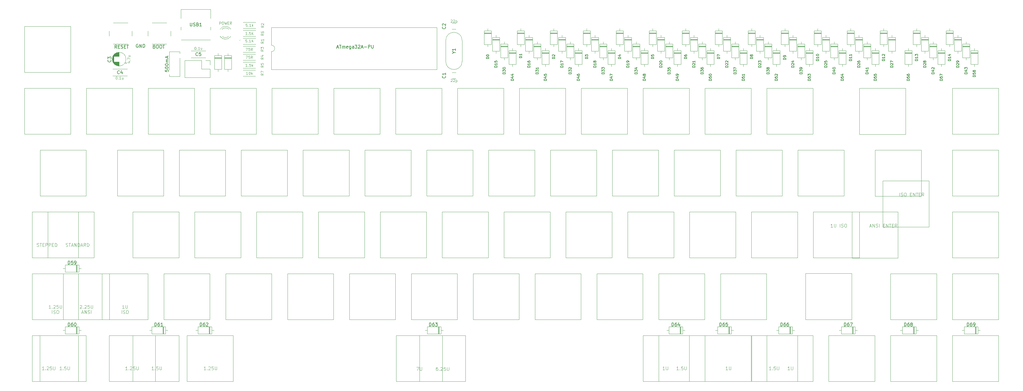
<source format=gto>
G04 #@! TF.GenerationSoftware,KiCad,Pcbnew,(5.1.10)-1*
G04 #@! TF.CreationDate,2021-12-05T16:07:54-05:00*
G04 #@! TF.ProjectId,delight-pcb,64656c69-6768-4742-9d70-63622e6b6963,rev?*
G04 #@! TF.SameCoordinates,Original*
G04 #@! TF.FileFunction,Legend,Top*
G04 #@! TF.FilePolarity,Positive*
%FSLAX46Y46*%
G04 Gerber Fmt 4.6, Leading zero omitted, Abs format (unit mm)*
G04 Created by KiCad (PCBNEW (5.1.10)-1) date 2021-12-05 16:07:54*
%MOMM*%
%LPD*%
G01*
G04 APERTURE LIST*
%ADD10C,0.100000*%
%ADD11C,0.120000*%
%ADD12C,0.150000*%
G04 APERTURE END LIST*
D10*
X135617047Y-84143904D02*
X135236095Y-84143904D01*
X135198000Y-84524857D01*
X135236095Y-84486761D01*
X135312285Y-84448666D01*
X135502761Y-84448666D01*
X135578952Y-84486761D01*
X135617047Y-84524857D01*
X135655142Y-84601047D01*
X135655142Y-84791523D01*
X135617047Y-84867714D01*
X135578952Y-84905809D01*
X135502761Y-84943904D01*
X135312285Y-84943904D01*
X135236095Y-84905809D01*
X135198000Y-84867714D01*
X135998000Y-84867714D02*
X136036095Y-84905809D01*
X135998000Y-84943904D01*
X135959904Y-84905809D01*
X135998000Y-84867714D01*
X135998000Y-84943904D01*
X136798000Y-84943904D02*
X136340857Y-84943904D01*
X136569428Y-84943904D02*
X136569428Y-84143904D01*
X136493238Y-84258190D01*
X136417047Y-84334380D01*
X136340857Y-84372476D01*
X137140857Y-84943904D02*
X137140857Y-84143904D01*
X137598000Y-84943904D02*
X137255142Y-84486761D01*
X137598000Y-84143904D02*
X137140857Y-84601047D01*
D11*
X133318918Y-84395812D02*
X133563890Y-84133342D01*
D12*
X95575619Y-86812380D02*
X95242285Y-86336190D01*
X95004190Y-86812380D02*
X95004190Y-85812380D01*
X95385142Y-85812380D01*
X95480380Y-85860000D01*
X95528000Y-85907619D01*
X95575619Y-86002857D01*
X95575619Y-86145714D01*
X95528000Y-86240952D01*
X95480380Y-86288571D01*
X95385142Y-86336190D01*
X95004190Y-86336190D01*
X96004190Y-86288571D02*
X96337523Y-86288571D01*
X96480380Y-86812380D02*
X96004190Y-86812380D01*
X96004190Y-85812380D01*
X96480380Y-85812380D01*
X96861333Y-86764761D02*
X97004190Y-86812380D01*
X97242285Y-86812380D01*
X97337523Y-86764761D01*
X97385142Y-86717142D01*
X97432761Y-86621904D01*
X97432761Y-86526666D01*
X97385142Y-86431428D01*
X97337523Y-86383809D01*
X97242285Y-86336190D01*
X97051809Y-86288571D01*
X96956571Y-86240952D01*
X96908952Y-86193333D01*
X96861333Y-86098095D01*
X96861333Y-86002857D01*
X96908952Y-85907619D01*
X96956571Y-85860000D01*
X97051809Y-85812380D01*
X97289904Y-85812380D01*
X97432761Y-85860000D01*
X97861333Y-86288571D02*
X98194666Y-86288571D01*
X98337523Y-86812380D02*
X97861333Y-86812380D01*
X97861333Y-85812380D01*
X98337523Y-85812380D01*
X98623238Y-85812380D02*
X99194666Y-85812380D01*
X98908952Y-86812380D02*
X98908952Y-85812380D01*
X102108095Y-85606000D02*
X102012857Y-85558380D01*
X101870000Y-85558380D01*
X101727142Y-85606000D01*
X101631904Y-85701238D01*
X101584285Y-85796476D01*
X101536666Y-85986952D01*
X101536666Y-86129809D01*
X101584285Y-86320285D01*
X101631904Y-86415523D01*
X101727142Y-86510761D01*
X101870000Y-86558380D01*
X101965238Y-86558380D01*
X102108095Y-86510761D01*
X102155714Y-86463142D01*
X102155714Y-86129809D01*
X101965238Y-86129809D01*
X102584285Y-86558380D02*
X102584285Y-85558380D01*
X103155714Y-86558380D01*
X103155714Y-85558380D01*
X103631904Y-86558380D02*
X103631904Y-85558380D01*
X103870000Y-85558380D01*
X104012857Y-85606000D01*
X104108095Y-85701238D01*
X104155714Y-85796476D01*
X104203333Y-85986952D01*
X104203333Y-86129809D01*
X104155714Y-86320285D01*
X104108095Y-86415523D01*
X104012857Y-86510761D01*
X103870000Y-86558380D01*
X103631904Y-86558380D01*
D10*
X316023857Y-141930380D02*
X315452428Y-141930380D01*
X315738142Y-141930380D02*
X315738142Y-140930380D01*
X315642904Y-141073238D01*
X315547666Y-141168476D01*
X315452428Y-141216095D01*
X316452428Y-140930380D02*
X316452428Y-141739904D01*
X316500047Y-141835142D01*
X316547666Y-141882761D01*
X316642904Y-141930380D01*
X316833380Y-141930380D01*
X316928619Y-141882761D01*
X316976238Y-141835142D01*
X317023857Y-141739904D01*
X317023857Y-140930380D01*
X318261952Y-141930380D02*
X318261952Y-140930380D01*
X318690523Y-141882761D02*
X318833380Y-141930380D01*
X319071476Y-141930380D01*
X319166714Y-141882761D01*
X319214333Y-141835142D01*
X319261952Y-141739904D01*
X319261952Y-141644666D01*
X319214333Y-141549428D01*
X319166714Y-141501809D01*
X319071476Y-141454190D01*
X318881000Y-141406571D01*
X318785761Y-141358952D01*
X318738142Y-141311333D01*
X318690523Y-141216095D01*
X318690523Y-141120857D01*
X318738142Y-141025619D01*
X318785761Y-140978000D01*
X318881000Y-140930380D01*
X319119095Y-140930380D01*
X319261952Y-140978000D01*
X319881000Y-140930380D02*
X320071476Y-140930380D01*
X320166714Y-140978000D01*
X320261952Y-141073238D01*
X320309571Y-141263714D01*
X320309571Y-141597047D01*
X320261952Y-141787523D01*
X320166714Y-141882761D01*
X320071476Y-141930380D01*
X319881000Y-141930380D01*
X319785761Y-141882761D01*
X319690523Y-141787523D01*
X319642904Y-141597047D01*
X319642904Y-141263714D01*
X319690523Y-141073238D01*
X319785761Y-140978000D01*
X319881000Y-140930380D01*
X336644123Y-132354580D02*
X336644123Y-131354580D01*
X337072695Y-132306961D02*
X337215552Y-132354580D01*
X337453647Y-132354580D01*
X337548885Y-132306961D01*
X337596504Y-132259342D01*
X337644123Y-132164104D01*
X337644123Y-132068866D01*
X337596504Y-131973628D01*
X337548885Y-131926009D01*
X337453647Y-131878390D01*
X337263171Y-131830771D01*
X337167933Y-131783152D01*
X337120314Y-131735533D01*
X337072695Y-131640295D01*
X337072695Y-131545057D01*
X337120314Y-131449819D01*
X337167933Y-131402200D01*
X337263171Y-131354580D01*
X337501266Y-131354580D01*
X337644123Y-131402200D01*
X338263171Y-131354580D02*
X338453647Y-131354580D01*
X338548885Y-131402200D01*
X338644123Y-131497438D01*
X338691742Y-131687914D01*
X338691742Y-132021247D01*
X338644123Y-132211723D01*
X338548885Y-132306961D01*
X338453647Y-132354580D01*
X338263171Y-132354580D01*
X338167933Y-132306961D01*
X338072695Y-132211723D01*
X338025076Y-132021247D01*
X338025076Y-131687914D01*
X338072695Y-131497438D01*
X338167933Y-131402200D01*
X338263171Y-131354580D01*
X339882219Y-131830771D02*
X340215552Y-131830771D01*
X340358409Y-132354580D02*
X339882219Y-132354580D01*
X339882219Y-131354580D01*
X340358409Y-131354580D01*
X340786980Y-132354580D02*
X340786980Y-131354580D01*
X341358409Y-132354580D01*
X341358409Y-131354580D01*
X341691742Y-131354580D02*
X342263171Y-131354580D01*
X341977457Y-132354580D02*
X341977457Y-131354580D01*
X342596504Y-131830771D02*
X342929838Y-131830771D01*
X343072695Y-132354580D02*
X342596504Y-132354580D01*
X342596504Y-131354580D01*
X343072695Y-131354580D01*
X344072695Y-132354580D02*
X343739361Y-131878390D01*
X343501266Y-132354580D02*
X343501266Y-131354580D01*
X343882219Y-131354580D01*
X343977457Y-131402200D01*
X344025076Y-131449819D01*
X344072695Y-131545057D01*
X344072695Y-131687914D01*
X344025076Y-131783152D01*
X343977457Y-131830771D01*
X343882219Y-131878390D01*
X343501266Y-131878390D01*
X327455733Y-141644666D02*
X327931923Y-141644666D01*
X327360495Y-141930380D02*
X327693828Y-140930380D01*
X328027161Y-141930380D01*
X328360495Y-141930380D02*
X328360495Y-140930380D01*
X328931923Y-141930380D01*
X328931923Y-140930380D01*
X329360495Y-141882761D02*
X329503352Y-141930380D01*
X329741447Y-141930380D01*
X329836685Y-141882761D01*
X329884304Y-141835142D01*
X329931923Y-141739904D01*
X329931923Y-141644666D01*
X329884304Y-141549428D01*
X329836685Y-141501809D01*
X329741447Y-141454190D01*
X329550971Y-141406571D01*
X329455733Y-141358952D01*
X329408114Y-141311333D01*
X329360495Y-141216095D01*
X329360495Y-141120857D01*
X329408114Y-141025619D01*
X329455733Y-140978000D01*
X329550971Y-140930380D01*
X329789066Y-140930380D01*
X329931923Y-140978000D01*
X330360495Y-141930380D02*
X330360495Y-140930380D01*
X331598590Y-141406571D02*
X331931923Y-141406571D01*
X332074780Y-141930380D02*
X331598590Y-141930380D01*
X331598590Y-140930380D01*
X332074780Y-140930380D01*
X332503352Y-141930380D02*
X332503352Y-140930380D01*
X333074780Y-141930380D01*
X333074780Y-140930380D01*
X333408114Y-140930380D02*
X333979542Y-140930380D01*
X333693828Y-141930380D02*
X333693828Y-140930380D01*
X334312876Y-141406571D02*
X334646209Y-141406571D01*
X334789066Y-141930380D02*
X334312876Y-141930380D01*
X334312876Y-140930380D01*
X334789066Y-140930380D01*
X335789066Y-141930380D02*
X335455733Y-141454190D01*
X335217638Y-141930380D02*
X335217638Y-140930380D01*
X335598590Y-140930380D01*
X335693828Y-140978000D01*
X335741447Y-141025619D01*
X335789066Y-141120857D01*
X335789066Y-141263714D01*
X335741447Y-141358952D01*
X335693828Y-141406571D01*
X335598590Y-141454190D01*
X335217638Y-141454190D01*
X97837654Y-166974780D02*
X97266226Y-166974780D01*
X97551940Y-166974780D02*
X97551940Y-165974780D01*
X97456702Y-166117638D01*
X97361464Y-166212876D01*
X97266226Y-166260495D01*
X98266226Y-165974780D02*
X98266226Y-166784304D01*
X98313845Y-166879542D01*
X98361464Y-166927161D01*
X98456702Y-166974780D01*
X98647178Y-166974780D01*
X98742416Y-166927161D01*
X98790035Y-166879542D01*
X98837654Y-166784304D01*
X98837654Y-165974780D01*
X97075750Y-168574780D02*
X97075750Y-167574780D01*
X97504321Y-168527161D02*
X97647178Y-168574780D01*
X97885273Y-168574780D01*
X97980511Y-168527161D01*
X98028130Y-168479542D01*
X98075750Y-168384304D01*
X98075750Y-168289066D01*
X98028130Y-168193828D01*
X97980511Y-168146209D01*
X97885273Y-168098590D01*
X97694797Y-168050971D01*
X97599559Y-168003352D01*
X97551940Y-167955733D01*
X97504321Y-167860495D01*
X97504321Y-167765257D01*
X97551940Y-167670019D01*
X97599559Y-167622400D01*
X97694797Y-167574780D01*
X97932892Y-167574780D01*
X98075750Y-167622400D01*
X98694797Y-167574780D02*
X98885273Y-167574780D01*
X98980511Y-167622400D01*
X99075750Y-167717638D01*
X99123369Y-167908114D01*
X99123369Y-168241447D01*
X99075750Y-168431923D01*
X98980511Y-168527161D01*
X98885273Y-168574780D01*
X98694797Y-168574780D01*
X98599559Y-168527161D01*
X98504321Y-168431923D01*
X98456702Y-168241447D01*
X98456702Y-167908114D01*
X98504321Y-167717638D01*
X98599559Y-167622400D01*
X98694797Y-167574780D01*
X84207600Y-166070019D02*
X84255219Y-166022400D01*
X84350457Y-165974780D01*
X84588552Y-165974780D01*
X84683790Y-166022400D01*
X84731409Y-166070019D01*
X84779028Y-166165257D01*
X84779028Y-166260495D01*
X84731409Y-166403352D01*
X84159980Y-166974780D01*
X84779028Y-166974780D01*
X85207600Y-166879542D02*
X85255219Y-166927161D01*
X85207600Y-166974780D01*
X85159980Y-166927161D01*
X85207600Y-166879542D01*
X85207600Y-166974780D01*
X85636171Y-166070019D02*
X85683790Y-166022400D01*
X85779028Y-165974780D01*
X86017123Y-165974780D01*
X86112361Y-166022400D01*
X86159980Y-166070019D01*
X86207600Y-166165257D01*
X86207600Y-166260495D01*
X86159980Y-166403352D01*
X85588552Y-166974780D01*
X86207600Y-166974780D01*
X87112361Y-165974780D02*
X86636171Y-165974780D01*
X86588552Y-166450971D01*
X86636171Y-166403352D01*
X86731409Y-166355733D01*
X86969504Y-166355733D01*
X87064742Y-166403352D01*
X87112361Y-166450971D01*
X87159980Y-166546209D01*
X87159980Y-166784304D01*
X87112361Y-166879542D01*
X87064742Y-166927161D01*
X86969504Y-166974780D01*
X86731409Y-166974780D01*
X86636171Y-166927161D01*
X86588552Y-166879542D01*
X87588552Y-165974780D02*
X87588552Y-166784304D01*
X87636171Y-166879542D01*
X87683790Y-166927161D01*
X87779028Y-166974780D01*
X87969504Y-166974780D01*
X88064742Y-166927161D01*
X88112361Y-166879542D01*
X88159980Y-166784304D01*
X88159980Y-165974780D01*
X84731409Y-168289066D02*
X85207600Y-168289066D01*
X84636171Y-168574780D02*
X84969504Y-167574780D01*
X85302838Y-168574780D01*
X85636171Y-168574780D02*
X85636171Y-167574780D01*
X86207600Y-168574780D01*
X86207600Y-167574780D01*
X86636171Y-168527161D02*
X86779028Y-168574780D01*
X87017123Y-168574780D01*
X87112361Y-168527161D01*
X87159980Y-168479542D01*
X87207600Y-168384304D01*
X87207600Y-168289066D01*
X87159980Y-168193828D01*
X87112361Y-168146209D01*
X87017123Y-168098590D01*
X86826647Y-168050971D01*
X86731409Y-168003352D01*
X86683790Y-167955733D01*
X86636171Y-167860495D01*
X86636171Y-167765257D01*
X86683790Y-167670019D01*
X86731409Y-167622400D01*
X86826647Y-167574780D01*
X87064742Y-167574780D01*
X87207600Y-167622400D01*
X87636171Y-168574780D02*
X87636171Y-167574780D01*
X75215928Y-166974780D02*
X74644500Y-166974780D01*
X74930214Y-166974780D02*
X74930214Y-165974780D01*
X74834976Y-166117638D01*
X74739738Y-166212876D01*
X74644500Y-166260495D01*
X75644500Y-166879542D02*
X75692119Y-166927161D01*
X75644500Y-166974780D01*
X75596880Y-166927161D01*
X75644500Y-166879542D01*
X75644500Y-166974780D01*
X76073071Y-166070019D02*
X76120690Y-166022400D01*
X76215928Y-165974780D01*
X76454023Y-165974780D01*
X76549261Y-166022400D01*
X76596880Y-166070019D01*
X76644500Y-166165257D01*
X76644500Y-166260495D01*
X76596880Y-166403352D01*
X76025452Y-166974780D01*
X76644500Y-166974780D01*
X77549261Y-165974780D02*
X77073071Y-165974780D01*
X77025452Y-166450971D01*
X77073071Y-166403352D01*
X77168309Y-166355733D01*
X77406404Y-166355733D01*
X77501642Y-166403352D01*
X77549261Y-166450971D01*
X77596880Y-166546209D01*
X77596880Y-166784304D01*
X77549261Y-166879542D01*
X77501642Y-166927161D01*
X77406404Y-166974780D01*
X77168309Y-166974780D01*
X77073071Y-166927161D01*
X77025452Y-166879542D01*
X78025452Y-165974780D02*
X78025452Y-166784304D01*
X78073071Y-166879542D01*
X78120690Y-166927161D01*
X78215928Y-166974780D01*
X78406404Y-166974780D01*
X78501642Y-166927161D01*
X78549261Y-166879542D01*
X78596880Y-166784304D01*
X78596880Y-165974780D01*
X75644500Y-168574780D02*
X75644500Y-167574780D01*
X76073071Y-168527161D02*
X76215928Y-168574780D01*
X76454023Y-168574780D01*
X76549261Y-168527161D01*
X76596880Y-168479542D01*
X76644500Y-168384304D01*
X76644500Y-168289066D01*
X76596880Y-168193828D01*
X76549261Y-168146209D01*
X76454023Y-168098590D01*
X76263547Y-168050971D01*
X76168309Y-168003352D01*
X76120690Y-167955733D01*
X76073071Y-167860495D01*
X76073071Y-167765257D01*
X76120690Y-167670019D01*
X76168309Y-167622400D01*
X76263547Y-167574780D01*
X76501642Y-167574780D01*
X76644500Y-167622400D01*
X77263547Y-167574780D02*
X77454023Y-167574780D01*
X77549261Y-167622400D01*
X77644500Y-167717638D01*
X77692119Y-167908114D01*
X77692119Y-168241447D01*
X77644500Y-168431923D01*
X77549261Y-168527161D01*
X77454023Y-168574780D01*
X77263547Y-168574780D01*
X77168309Y-168527161D01*
X77073071Y-168431923D01*
X77025452Y-168241447D01*
X77025452Y-167908114D01*
X77073071Y-167717638D01*
X77168309Y-167622400D01*
X77263547Y-167574780D01*
X302773210Y-185908614D02*
X302201782Y-185908614D01*
X302487496Y-185908614D02*
X302487496Y-184908614D01*
X302392258Y-185051472D01*
X302297020Y-185146710D01*
X302201782Y-185194329D01*
X303201782Y-184908614D02*
X303201782Y-185718138D01*
X303249401Y-185813376D01*
X303297020Y-185860995D01*
X303392258Y-185908614D01*
X303582734Y-185908614D01*
X303677972Y-185860995D01*
X303725591Y-185813376D01*
X303773210Y-185718138D01*
X303773210Y-184908614D01*
X283682892Y-185908614D02*
X283111464Y-185908614D01*
X283397178Y-185908614D02*
X283397178Y-184908614D01*
X283301940Y-185051472D01*
X283206702Y-185146710D01*
X283111464Y-185194329D01*
X284111464Y-184908614D02*
X284111464Y-185718138D01*
X284159083Y-185813376D01*
X284206702Y-185860995D01*
X284301940Y-185908614D01*
X284492416Y-185908614D01*
X284587654Y-185860995D01*
X284635273Y-185813376D01*
X284682892Y-185718138D01*
X284682892Y-184908614D01*
X264272650Y-185908614D02*
X263701222Y-185908614D01*
X263986936Y-185908614D02*
X263986936Y-184908614D01*
X263891698Y-185051472D01*
X263796460Y-185146710D01*
X263701222Y-185194329D01*
X264701222Y-184908614D02*
X264701222Y-185718138D01*
X264748841Y-185813376D01*
X264796460Y-185860995D01*
X264891698Y-185908614D01*
X265082174Y-185908614D01*
X265177412Y-185860995D01*
X265225031Y-185813376D01*
X265272650Y-185718138D01*
X265272650Y-184908614D01*
X79898474Y-147856063D02*
X80041332Y-147903682D01*
X80279427Y-147903682D01*
X80374665Y-147856063D01*
X80422284Y-147808444D01*
X80469903Y-147713206D01*
X80469903Y-147617968D01*
X80422284Y-147522730D01*
X80374665Y-147475111D01*
X80279427Y-147427492D01*
X80088951Y-147379873D01*
X79993713Y-147332254D01*
X79946094Y-147284635D01*
X79898474Y-147189397D01*
X79898474Y-147094159D01*
X79946094Y-146998921D01*
X79993713Y-146951302D01*
X80088951Y-146903682D01*
X80327046Y-146903682D01*
X80469903Y-146951302D01*
X80755617Y-146903682D02*
X81327046Y-146903682D01*
X81041332Y-147903682D02*
X81041332Y-146903682D01*
X81612760Y-147617968D02*
X82088951Y-147617968D01*
X81517522Y-147903682D02*
X81850855Y-146903682D01*
X82184189Y-147903682D01*
X82517522Y-147903682D02*
X82517522Y-146903682D01*
X83088951Y-147903682D01*
X83088951Y-146903682D01*
X83565141Y-147903682D02*
X83565141Y-146903682D01*
X83803236Y-146903682D01*
X83946094Y-146951302D01*
X84041332Y-147046540D01*
X84088951Y-147141778D01*
X84136570Y-147332254D01*
X84136570Y-147475111D01*
X84088951Y-147665587D01*
X84041332Y-147760825D01*
X83946094Y-147856063D01*
X83803236Y-147903682D01*
X83565141Y-147903682D01*
X84517522Y-147617968D02*
X84993713Y-147617968D01*
X84422284Y-147903682D02*
X84755617Y-146903682D01*
X85088951Y-147903682D01*
X85993713Y-147903682D02*
X85660379Y-147427492D01*
X85422284Y-147903682D02*
X85422284Y-146903682D01*
X85803236Y-146903682D01*
X85898474Y-146951302D01*
X85946094Y-146998921D01*
X85993713Y-147094159D01*
X85993713Y-147237016D01*
X85946094Y-147332254D01*
X85898474Y-147379873D01*
X85803236Y-147427492D01*
X85422284Y-147427492D01*
X86422284Y-147903682D02*
X86422284Y-146903682D01*
X86660379Y-146903682D01*
X86803236Y-146951302D01*
X86898474Y-147046540D01*
X86946094Y-147141778D01*
X86993713Y-147332254D01*
X86993713Y-147475111D01*
X86946094Y-147665587D01*
X86898474Y-147760825D01*
X86803236Y-147856063D01*
X86660379Y-147903682D01*
X86422284Y-147903682D01*
X70978418Y-147856063D02*
X71121275Y-147903682D01*
X71359370Y-147903682D01*
X71454608Y-147856063D01*
X71502227Y-147808444D01*
X71549847Y-147713206D01*
X71549847Y-147617968D01*
X71502227Y-147522730D01*
X71454608Y-147475111D01*
X71359370Y-147427492D01*
X71168894Y-147379873D01*
X71073656Y-147332254D01*
X71026037Y-147284635D01*
X70978418Y-147189397D01*
X70978418Y-147094159D01*
X71026037Y-146998921D01*
X71073656Y-146951302D01*
X71168894Y-146903682D01*
X71406989Y-146903682D01*
X71549847Y-146951302D01*
X71835561Y-146903682D02*
X72406989Y-146903682D01*
X72121275Y-147903682D02*
X72121275Y-146903682D01*
X72740323Y-147379873D02*
X73073656Y-147379873D01*
X73216513Y-147903682D02*
X72740323Y-147903682D01*
X72740323Y-146903682D01*
X73216513Y-146903682D01*
X73645085Y-147903682D02*
X73645085Y-146903682D01*
X74026037Y-146903682D01*
X74121275Y-146951302D01*
X74168894Y-146998921D01*
X74216513Y-147094159D01*
X74216513Y-147237016D01*
X74168894Y-147332254D01*
X74121275Y-147379873D01*
X74026037Y-147427492D01*
X73645085Y-147427492D01*
X74645085Y-147903682D02*
X74645085Y-146903682D01*
X75026037Y-146903682D01*
X75121275Y-146951302D01*
X75168894Y-146998921D01*
X75216513Y-147094159D01*
X75216513Y-147237016D01*
X75168894Y-147332254D01*
X75121275Y-147379873D01*
X75026037Y-147427492D01*
X74645085Y-147427492D01*
X75645085Y-147379873D02*
X75978418Y-147379873D01*
X76121275Y-147903682D02*
X75645085Y-147903682D01*
X75645085Y-146903682D01*
X76121275Y-146903682D01*
X76549847Y-147903682D02*
X76549847Y-146903682D01*
X76787942Y-146903682D01*
X76930799Y-146951302D01*
X77026037Y-147046540D01*
X77073656Y-147141778D01*
X77121275Y-147332254D01*
X77121275Y-147475111D01*
X77073656Y-147665587D01*
X77026037Y-147760825D01*
X76930799Y-147856063D01*
X76787942Y-147903682D01*
X76549847Y-147903682D01*
X297032604Y-185908614D02*
X296461175Y-185908614D01*
X296746889Y-185908614D02*
X296746889Y-184908614D01*
X296651651Y-185051472D01*
X296556413Y-185146710D01*
X296461175Y-185194329D01*
X297461175Y-185813376D02*
X297508794Y-185860995D01*
X297461175Y-185908614D01*
X297413556Y-185860995D01*
X297461175Y-185813376D01*
X297461175Y-185908614D01*
X298413556Y-184908614D02*
X297937365Y-184908614D01*
X297889746Y-185384805D01*
X297937365Y-185337186D01*
X298032604Y-185289567D01*
X298270699Y-185289567D01*
X298365937Y-185337186D01*
X298413556Y-185384805D01*
X298461175Y-185480043D01*
X298461175Y-185718138D01*
X298413556Y-185813376D01*
X298365937Y-185860995D01*
X298270699Y-185908614D01*
X298032604Y-185908614D01*
X297937365Y-185860995D01*
X297889746Y-185813376D01*
X298889746Y-184908614D02*
X298889746Y-185718138D01*
X298937365Y-185813376D01*
X298984985Y-185860995D01*
X299080223Y-185908614D01*
X299270699Y-185908614D01*
X299365937Y-185860995D01*
X299413556Y-185813376D01*
X299461175Y-185718138D01*
X299461175Y-184908614D01*
X268545200Y-185908614D02*
X267973771Y-185908614D01*
X268259485Y-185908614D02*
X268259485Y-184908614D01*
X268164247Y-185051472D01*
X268069009Y-185146710D01*
X267973771Y-185194329D01*
X268973771Y-185813376D02*
X269021390Y-185860995D01*
X268973771Y-185908614D01*
X268926152Y-185860995D01*
X268973771Y-185813376D01*
X268973771Y-185908614D01*
X269926152Y-184908614D02*
X269449961Y-184908614D01*
X269402342Y-185384805D01*
X269449961Y-185337186D01*
X269545200Y-185289567D01*
X269783295Y-185289567D01*
X269878533Y-185337186D01*
X269926152Y-185384805D01*
X269973771Y-185480043D01*
X269973771Y-185718138D01*
X269926152Y-185813376D01*
X269878533Y-185860995D01*
X269783295Y-185908614D01*
X269545200Y-185908614D01*
X269449961Y-185860995D01*
X269402342Y-185813376D01*
X270402342Y-184908614D02*
X270402342Y-185718138D01*
X270449961Y-185813376D01*
X270497581Y-185860995D01*
X270592819Y-185908614D01*
X270783295Y-185908614D01*
X270878533Y-185860995D01*
X270926152Y-185813376D01*
X270973771Y-185718138D01*
X270973771Y-184908614D01*
X106902958Y-185908614D02*
X106331529Y-185908614D01*
X106617243Y-185908614D02*
X106617243Y-184908614D01*
X106522005Y-185051472D01*
X106426767Y-185146710D01*
X106331529Y-185194329D01*
X107331529Y-185813376D02*
X107379148Y-185860995D01*
X107331529Y-185908614D01*
X107283910Y-185860995D01*
X107331529Y-185813376D01*
X107331529Y-185908614D01*
X108283910Y-184908614D02*
X107807719Y-184908614D01*
X107760100Y-185384805D01*
X107807719Y-185337186D01*
X107902958Y-185289567D01*
X108141053Y-185289567D01*
X108236291Y-185337186D01*
X108283910Y-185384805D01*
X108331529Y-185480043D01*
X108331529Y-185718138D01*
X108283910Y-185813376D01*
X108236291Y-185860995D01*
X108141053Y-185908614D01*
X107902958Y-185908614D01*
X107807719Y-185860995D01*
X107760100Y-185813376D01*
X108760100Y-184908614D02*
X108760100Y-185718138D01*
X108807719Y-185813376D01*
X108855339Y-185860995D01*
X108950577Y-185908614D01*
X109141053Y-185908614D01*
X109236291Y-185860995D01*
X109283910Y-185813376D01*
X109331529Y-185718138D01*
X109331529Y-184908614D01*
X78556738Y-185908614D02*
X77985309Y-185908614D01*
X78271023Y-185908614D02*
X78271023Y-184908614D01*
X78175785Y-185051472D01*
X78080547Y-185146710D01*
X77985309Y-185194329D01*
X78985309Y-185813376D02*
X79032928Y-185860995D01*
X78985309Y-185908614D01*
X78937690Y-185860995D01*
X78985309Y-185813376D01*
X78985309Y-185908614D01*
X79937690Y-184908614D02*
X79461499Y-184908614D01*
X79413880Y-185384805D01*
X79461499Y-185337186D01*
X79556738Y-185289567D01*
X79794833Y-185289567D01*
X79890071Y-185337186D01*
X79937690Y-185384805D01*
X79985309Y-185480043D01*
X79985309Y-185718138D01*
X79937690Y-185813376D01*
X79890071Y-185860995D01*
X79794833Y-185908614D01*
X79556738Y-185908614D01*
X79461499Y-185860995D01*
X79413880Y-185813376D01*
X80413880Y-184908614D02*
X80413880Y-185718138D01*
X80461499Y-185813376D01*
X80509119Y-185860995D01*
X80604357Y-185908614D01*
X80794833Y-185908614D01*
X80890071Y-185860995D01*
X80937690Y-185813376D01*
X80985309Y-185718138D01*
X80985309Y-184908614D01*
X122962062Y-185908614D02*
X122390634Y-185908614D01*
X122676348Y-185908614D02*
X122676348Y-184908614D01*
X122581110Y-185051472D01*
X122485872Y-185146710D01*
X122390634Y-185194329D01*
X123390634Y-185813376D02*
X123438253Y-185860995D01*
X123390634Y-185908614D01*
X123343014Y-185860995D01*
X123390634Y-185813376D01*
X123390634Y-185908614D01*
X123819205Y-185003853D02*
X123866824Y-184956234D01*
X123962062Y-184908614D01*
X124200157Y-184908614D01*
X124295395Y-184956234D01*
X124343014Y-185003853D01*
X124390634Y-185099091D01*
X124390634Y-185194329D01*
X124343014Y-185337186D01*
X123771586Y-185908614D01*
X124390634Y-185908614D01*
X125295395Y-184908614D02*
X124819205Y-184908614D01*
X124771586Y-185384805D01*
X124819205Y-185337186D01*
X124914443Y-185289567D01*
X125152538Y-185289567D01*
X125247776Y-185337186D01*
X125295395Y-185384805D01*
X125343014Y-185480043D01*
X125343014Y-185718138D01*
X125295395Y-185813376D01*
X125247776Y-185860995D01*
X125152538Y-185908614D01*
X124914443Y-185908614D01*
X124819205Y-185860995D01*
X124771586Y-185813376D01*
X125771586Y-184908614D02*
X125771586Y-185718138D01*
X125819205Y-185813376D01*
X125866824Y-185860995D01*
X125962062Y-185908614D01*
X126152538Y-185908614D01*
X126247776Y-185860995D01*
X126295395Y-185813376D01*
X126343014Y-185718138D01*
X126343014Y-184908614D01*
X98815282Y-185908614D02*
X98243854Y-185908614D01*
X98529568Y-185908614D02*
X98529568Y-184908614D01*
X98434330Y-185051472D01*
X98339092Y-185146710D01*
X98243854Y-185194329D01*
X99243854Y-185813376D02*
X99291473Y-185860995D01*
X99243854Y-185908614D01*
X99196234Y-185860995D01*
X99243854Y-185813376D01*
X99243854Y-185908614D01*
X99672425Y-185003853D02*
X99720044Y-184956234D01*
X99815282Y-184908614D01*
X100053377Y-184908614D01*
X100148615Y-184956234D01*
X100196234Y-185003853D01*
X100243854Y-185099091D01*
X100243854Y-185194329D01*
X100196234Y-185337186D01*
X99624806Y-185908614D01*
X100243854Y-185908614D01*
X101148615Y-184908614D02*
X100672425Y-184908614D01*
X100624806Y-185384805D01*
X100672425Y-185337186D01*
X100767663Y-185289567D01*
X101005758Y-185289567D01*
X101100996Y-185337186D01*
X101148615Y-185384805D01*
X101196234Y-185480043D01*
X101196234Y-185718138D01*
X101148615Y-185813376D01*
X101100996Y-185860995D01*
X101005758Y-185908614D01*
X100767663Y-185908614D01*
X100672425Y-185860995D01*
X100624806Y-185813376D01*
X101624806Y-184908614D02*
X101624806Y-185718138D01*
X101672425Y-185813376D01*
X101720044Y-185860995D01*
X101815282Y-185908614D01*
X102005758Y-185908614D01*
X102100996Y-185860995D01*
X102148615Y-185813376D01*
X102196234Y-185718138D01*
X102196234Y-184908614D01*
X73146205Y-185908614D02*
X72574777Y-185908614D01*
X72860491Y-185908614D02*
X72860491Y-184908614D01*
X72765253Y-185051472D01*
X72670015Y-185146710D01*
X72574777Y-185194329D01*
X73574777Y-185813376D02*
X73622396Y-185860995D01*
X73574777Y-185908614D01*
X73527157Y-185860995D01*
X73574777Y-185813376D01*
X73574777Y-185908614D01*
X74003348Y-185003853D02*
X74050967Y-184956234D01*
X74146205Y-184908614D01*
X74384300Y-184908614D01*
X74479538Y-184956234D01*
X74527157Y-185003853D01*
X74574777Y-185099091D01*
X74574777Y-185194329D01*
X74527157Y-185337186D01*
X73955729Y-185908614D01*
X74574777Y-185908614D01*
X75479538Y-184908614D02*
X75003348Y-184908614D01*
X74955729Y-185384805D01*
X75003348Y-185337186D01*
X75098586Y-185289567D01*
X75336681Y-185289567D01*
X75431919Y-185337186D01*
X75479538Y-185384805D01*
X75527157Y-185480043D01*
X75527157Y-185718138D01*
X75479538Y-185813376D01*
X75431919Y-185860995D01*
X75336681Y-185908614D01*
X75098586Y-185908614D01*
X75003348Y-185860995D01*
X74955729Y-185813376D01*
X75955729Y-184908614D02*
X75955729Y-185718138D01*
X76003348Y-185813376D01*
X76050967Y-185860995D01*
X76146205Y-185908614D01*
X76336681Y-185908614D01*
X76431919Y-185860995D01*
X76479538Y-185813376D01*
X76527157Y-185718138D01*
X76527157Y-184908614D01*
D11*
X305250000Y-175300000D02*
X291050000Y-175300000D01*
X305250000Y-189500000D02*
X305250000Y-175300000D01*
X291050000Y-189500000D02*
X305250000Y-189500000D01*
X291050000Y-175300000D02*
X291050000Y-189500000D01*
X276670000Y-175300000D02*
X262470000Y-175300000D01*
X276670000Y-189500000D02*
X276670000Y-175300000D01*
X262470000Y-189500000D02*
X276670000Y-189500000D01*
X262470000Y-175300000D02*
X262470000Y-189500000D01*
X195822000Y-175300000D02*
X181622000Y-175300000D01*
X195822000Y-189500000D02*
X195822000Y-175300000D01*
X181622000Y-189500000D02*
X195822000Y-189500000D01*
X181622000Y-175300000D02*
X181622000Y-189500000D01*
X114720000Y-175300000D02*
X100520000Y-175300000D01*
X114720000Y-189500000D02*
X114720000Y-175300000D01*
X100520000Y-189500000D02*
X114720000Y-189500000D01*
X100520000Y-175300000D02*
X100520000Y-189500000D01*
X86094000Y-175300000D02*
X71894000Y-175300000D01*
X86094000Y-189500000D02*
X86094000Y-175300000D01*
X71894000Y-189500000D02*
X86094000Y-189500000D01*
X71894000Y-175300000D02*
X71894000Y-189500000D01*
X83738000Y-156250000D02*
X69538000Y-156250000D01*
X83738000Y-170450000D02*
X83738000Y-156250000D01*
X69538000Y-170450000D02*
X83738000Y-170450000D01*
X69538000Y-156250000D02*
X69538000Y-170450000D01*
X83738000Y-137200000D02*
X69538000Y-137200000D01*
X83738000Y-151400000D02*
X83738000Y-137200000D01*
X69538000Y-151400000D02*
X83738000Y-151400000D01*
X69538000Y-137200000D02*
X69538000Y-151400000D01*
X324250750Y-137203750D02*
X310050750Y-137203750D01*
X324250750Y-151403750D02*
X324250750Y-137203750D01*
X310050750Y-151403750D02*
X324250750Y-151403750D01*
X310050750Y-137203750D02*
X310050750Y-151403750D01*
X345670000Y-127680000D02*
X331470000Y-127680000D01*
X345670000Y-141880000D02*
X345670000Y-127680000D01*
X331470000Y-141880000D02*
X345670000Y-141880000D01*
X331470000Y-127680000D02*
X331470000Y-141880000D01*
X367113250Y-175300000D02*
X352913250Y-175300000D01*
X367113250Y-189500000D02*
X367113250Y-175300000D01*
X352913250Y-189500000D02*
X367113250Y-189500000D01*
X352913250Y-175300000D02*
X352913250Y-189500000D01*
X348063250Y-175300000D02*
X333863250Y-175300000D01*
X348063250Y-189500000D02*
X348063250Y-175300000D01*
X333863250Y-189500000D02*
X348063250Y-189500000D01*
X333863250Y-175300000D02*
X333863250Y-189500000D01*
X329013250Y-175300000D02*
X314813250Y-175300000D01*
X329013250Y-189500000D02*
X329013250Y-175300000D01*
X314813250Y-189500000D02*
X329013250Y-189500000D01*
X314813250Y-175300000D02*
X314813250Y-189500000D01*
X309963528Y-175300000D02*
X295763528Y-175300000D01*
X309963528Y-189500000D02*
X309963528Y-175300000D01*
X295763528Y-189500000D02*
X309963528Y-189500000D01*
X295763528Y-175300000D02*
X295763528Y-189500000D01*
X290910000Y-175300000D02*
X276710000Y-175300000D01*
X290910000Y-189500000D02*
X290910000Y-175300000D01*
X276710000Y-189500000D02*
X290910000Y-189500000D01*
X276710000Y-175300000D02*
X276710000Y-189500000D01*
X271860000Y-175300000D02*
X257660000Y-175300000D01*
X271860000Y-189500000D02*
X271860000Y-175300000D01*
X257660000Y-189500000D02*
X271860000Y-189500000D01*
X257660000Y-175300000D02*
X257660000Y-189500000D01*
X202972000Y-175300000D02*
X188772000Y-175300000D01*
X202972000Y-189500000D02*
X202972000Y-175300000D01*
X188772000Y-189500000D02*
X202972000Y-189500000D01*
X188772000Y-175300000D02*
X188772000Y-189500000D01*
X131360000Y-175300000D02*
X117160000Y-175300000D01*
X131360000Y-189500000D02*
X131360000Y-175300000D01*
X117160000Y-189500000D02*
X131360000Y-189500000D01*
X117160000Y-175300000D02*
X117160000Y-189500000D01*
X107430000Y-175300000D02*
X93230000Y-175300000D01*
X107430000Y-189500000D02*
X107430000Y-175300000D01*
X93230000Y-189500000D02*
X107430000Y-189500000D01*
X93230000Y-175300000D02*
X93230000Y-189500000D01*
X83740000Y-175300000D02*
X69540000Y-175300000D01*
X83740000Y-189500000D02*
X83740000Y-175300000D01*
X69540000Y-189500000D02*
X83740000Y-189500000D01*
X69540000Y-175300000D02*
X69540000Y-189500000D01*
X93280000Y-156250000D02*
X79080000Y-156250000D01*
X93280000Y-170450000D02*
X93280000Y-156250000D01*
X79080000Y-170450000D02*
X93280000Y-170450000D01*
X79080000Y-156250000D02*
X79080000Y-170450000D01*
X367113250Y-156253750D02*
X352913250Y-156253750D01*
X367113250Y-170453750D02*
X367113250Y-156253750D01*
X352913250Y-170453750D02*
X367113250Y-170453750D01*
X352913250Y-156253750D02*
X352913250Y-170453750D01*
X348063250Y-156253750D02*
X333863250Y-156253750D01*
X348063250Y-170453750D02*
X348063250Y-156253750D01*
X333863250Y-170453750D02*
X348063250Y-170453750D01*
X333863250Y-156253750D02*
X333863250Y-170453750D01*
X321870000Y-156230000D02*
X307670000Y-156230000D01*
X321870000Y-170430000D02*
X321870000Y-156230000D01*
X307670000Y-170430000D02*
X321870000Y-170430000D01*
X307670000Y-156230000D02*
X307670000Y-170430000D01*
X295676250Y-156253750D02*
X281476250Y-156253750D01*
X295676250Y-170453750D02*
X295676250Y-156253750D01*
X281476250Y-170453750D02*
X295676250Y-170453750D01*
X281476250Y-156253750D02*
X281476250Y-170453750D01*
X276626250Y-156253750D02*
X262426250Y-156253750D01*
X276626250Y-170453750D02*
X276626250Y-156253750D01*
X262426250Y-170453750D02*
X276626250Y-170453750D01*
X262426250Y-156253750D02*
X262426250Y-170453750D01*
X257576250Y-156253750D02*
X243376250Y-156253750D01*
X257576250Y-170453750D02*
X257576250Y-156253750D01*
X243376250Y-170453750D02*
X257576250Y-170453750D01*
X243376250Y-156253750D02*
X243376250Y-170453750D01*
X238526250Y-156253750D02*
X224326250Y-156253750D01*
X238526250Y-170453750D02*
X238526250Y-156253750D01*
X224326250Y-170453750D02*
X238526250Y-170453750D01*
X224326250Y-156253750D02*
X224326250Y-170453750D01*
X219476250Y-156253750D02*
X205276250Y-156253750D01*
X219476250Y-170453750D02*
X219476250Y-156253750D01*
X205276250Y-170453750D02*
X219476250Y-170453750D01*
X205276250Y-156253750D02*
X205276250Y-170453750D01*
X200426250Y-156253750D02*
X186226250Y-156253750D01*
X200426250Y-170453750D02*
X200426250Y-156253750D01*
X186226250Y-170453750D02*
X200426250Y-170453750D01*
X186226250Y-156253750D02*
X186226250Y-170453750D01*
X181376250Y-156253750D02*
X167176250Y-156253750D01*
X181376250Y-170453750D02*
X181376250Y-156253750D01*
X167176250Y-170453750D02*
X181376250Y-170453750D01*
X167176250Y-156253750D02*
X167176250Y-170453750D01*
X162325750Y-156253750D02*
X148125750Y-156253750D01*
X162325750Y-170453750D02*
X162325750Y-156253750D01*
X148125750Y-170453750D02*
X162325750Y-170453750D01*
X148125750Y-156253750D02*
X148125750Y-170453750D01*
X143275750Y-156253750D02*
X129075750Y-156253750D01*
X143275750Y-170453750D02*
X143275750Y-156253750D01*
X129075750Y-170453750D02*
X143275750Y-170453750D01*
X129075750Y-156253750D02*
X129075750Y-170453750D01*
X124225750Y-156253750D02*
X110025750Y-156253750D01*
X124225750Y-170453750D02*
X124225750Y-156253750D01*
X110025750Y-170453750D02*
X124225750Y-170453750D01*
X110025750Y-156253750D02*
X110025750Y-170453750D01*
X105175750Y-156250000D02*
X90975750Y-156250000D01*
X105175750Y-170450000D02*
X105175750Y-156250000D01*
X90975750Y-170450000D02*
X105175750Y-170450000D01*
X90975750Y-156250000D02*
X90975750Y-170450000D01*
X88530000Y-137200000D02*
X74330000Y-137200000D01*
X88530000Y-151400000D02*
X88530000Y-137200000D01*
X74330000Y-151400000D02*
X88530000Y-151400000D01*
X74330000Y-137200000D02*
X74330000Y-151400000D01*
X367113250Y-137203750D02*
X352913250Y-137203750D01*
X367113250Y-151403750D02*
X367113250Y-137203750D01*
X352913250Y-151403750D02*
X367113250Y-151403750D01*
X352913250Y-137203750D02*
X352913250Y-151403750D01*
X336160000Y-137210000D02*
X321960000Y-137210000D01*
X336160000Y-151410000D02*
X336160000Y-137210000D01*
X321960000Y-151410000D02*
X336160000Y-151410000D01*
X321960000Y-137210000D02*
X321960000Y-151410000D01*
X305200250Y-137203750D02*
X291000250Y-137203750D01*
X305200250Y-151403750D02*
X305200250Y-137203750D01*
X291000250Y-151403750D02*
X305200250Y-151403750D01*
X291000250Y-137203750D02*
X291000250Y-151403750D01*
X286150250Y-137203750D02*
X271950250Y-137203750D01*
X286150250Y-151403750D02*
X286150250Y-137203750D01*
X271950250Y-151403750D02*
X286150250Y-151403750D01*
X271950250Y-137203750D02*
X271950250Y-151403750D01*
X267100250Y-137203750D02*
X252900250Y-137203750D01*
X267100250Y-151403750D02*
X267100250Y-137203750D01*
X252900250Y-151403750D02*
X267100250Y-151403750D01*
X252900250Y-137203750D02*
X252900250Y-151403750D01*
X248050250Y-137203750D02*
X233850250Y-137203750D01*
X248050250Y-151403750D02*
X248050250Y-137203750D01*
X233850250Y-151403750D02*
X248050250Y-151403750D01*
X233850250Y-137203750D02*
X233850250Y-151403750D01*
X229000250Y-137203750D02*
X214800250Y-137203750D01*
X229000250Y-151403750D02*
X229000250Y-137203750D01*
X214800250Y-151403750D02*
X229000250Y-151403750D01*
X214800250Y-137203750D02*
X214800250Y-151403750D01*
X209950250Y-137203750D02*
X195750250Y-137203750D01*
X209950250Y-151403750D02*
X209950250Y-137203750D01*
X195750250Y-151403750D02*
X209950250Y-151403750D01*
X195750250Y-137203750D02*
X195750250Y-151403750D01*
X190900250Y-137203750D02*
X176700250Y-137203750D01*
X190900250Y-151403750D02*
X190900250Y-137203750D01*
X176700250Y-151403750D02*
X190900250Y-151403750D01*
X176700250Y-137203750D02*
X176700250Y-151403750D01*
X171850250Y-137203750D02*
X157650250Y-137203750D01*
X171850250Y-151403750D02*
X171850250Y-137203750D01*
X157650250Y-151403750D02*
X171850250Y-151403750D01*
X157650250Y-137203750D02*
X157650250Y-151403750D01*
X152800750Y-137203750D02*
X138600750Y-137203750D01*
X152800750Y-151403750D02*
X152800750Y-137203750D01*
X138600750Y-151403750D02*
X152800750Y-151403750D01*
X138600750Y-137203750D02*
X138600750Y-151403750D01*
X133750750Y-137203750D02*
X119550750Y-137203750D01*
X133750750Y-151403750D02*
X133750750Y-137203750D01*
X119550750Y-151403750D02*
X133750750Y-151403750D01*
X119550750Y-137203750D02*
X119550750Y-151403750D01*
X114700750Y-137203750D02*
X100500750Y-137203750D01*
X114700750Y-151403750D02*
X114700750Y-137203750D01*
X100500750Y-151403750D02*
X114700750Y-151403750D01*
X100500750Y-137203750D02*
X100500750Y-151403750D01*
X86140000Y-118150000D02*
X71940000Y-118150000D01*
X86140000Y-132350000D02*
X86140000Y-118150000D01*
X71940000Y-132350000D02*
X86140000Y-132350000D01*
X71940000Y-118150000D02*
X71940000Y-132350000D01*
X367113250Y-118153750D02*
X352913250Y-118153750D01*
X367113250Y-132353750D02*
X367113250Y-118153750D01*
X352913250Y-132353750D02*
X367113250Y-132353750D01*
X352913250Y-118153750D02*
X352913250Y-132353750D01*
X343300000Y-118170000D02*
X329100000Y-118170000D01*
X343300000Y-132370000D02*
X343300000Y-118170000D01*
X329100000Y-132370000D02*
X343300000Y-132370000D01*
X329100000Y-118170000D02*
X329100000Y-132370000D01*
X319488250Y-118153750D02*
X305288250Y-118153750D01*
X319488250Y-132353750D02*
X319488250Y-118153750D01*
X305288250Y-132353750D02*
X319488250Y-132353750D01*
X305288250Y-118153750D02*
X305288250Y-132353750D01*
X300438250Y-118153750D02*
X286238250Y-118153750D01*
X300438250Y-132353750D02*
X300438250Y-118153750D01*
X286238250Y-132353750D02*
X300438250Y-132353750D01*
X286238250Y-118153750D02*
X286238250Y-132353750D01*
X281388250Y-118153750D02*
X267188250Y-118153750D01*
X281388250Y-132353750D02*
X281388250Y-118153750D01*
X267188250Y-132353750D02*
X281388250Y-132353750D01*
X267188250Y-118153750D02*
X267188250Y-132353750D01*
X262338250Y-118153750D02*
X248138250Y-118153750D01*
X262338250Y-132353750D02*
X262338250Y-118153750D01*
X248138250Y-132353750D02*
X262338250Y-132353750D01*
X248138250Y-118153750D02*
X248138250Y-132353750D01*
X243288250Y-118153750D02*
X229088250Y-118153750D01*
X243288250Y-132353750D02*
X243288250Y-118153750D01*
X229088250Y-132353750D02*
X243288250Y-132353750D01*
X229088250Y-118153750D02*
X229088250Y-132353750D01*
X224238250Y-118153750D02*
X210038250Y-118153750D01*
X224238250Y-132353750D02*
X224238250Y-118153750D01*
X210038250Y-132353750D02*
X224238250Y-132353750D01*
X210038250Y-118153750D02*
X210038250Y-132353750D01*
X205188250Y-118153750D02*
X190988250Y-118153750D01*
X205188250Y-132353750D02*
X205188250Y-118153750D01*
X190988250Y-132353750D02*
X205188250Y-132353750D01*
X190988250Y-118153750D02*
X190988250Y-132353750D01*
X186138250Y-118153750D02*
X171938250Y-118153750D01*
X186138250Y-132353750D02*
X186138250Y-118153750D01*
X171938250Y-132353750D02*
X186138250Y-132353750D01*
X171938250Y-118153750D02*
X171938250Y-132353750D01*
X167088250Y-118153750D02*
X152888250Y-118153750D01*
X167088250Y-132353750D02*
X167088250Y-118153750D01*
X152888250Y-132353750D02*
X167088250Y-132353750D01*
X152888250Y-118153750D02*
X152888250Y-132353750D01*
X148038250Y-118153750D02*
X133838250Y-118153750D01*
X148038250Y-132353750D02*
X148038250Y-118153750D01*
X133838250Y-132353750D02*
X148038250Y-132353750D01*
X133838250Y-118153750D02*
X133838250Y-132353750D01*
X128988250Y-118153750D02*
X114788250Y-118153750D01*
X128988250Y-132353750D02*
X128988250Y-118153750D01*
X114788250Y-132353750D02*
X128988250Y-132353750D01*
X114788250Y-118153750D02*
X114788250Y-132353750D01*
X109938250Y-118153750D02*
X95738250Y-118153750D01*
X109938250Y-132353750D02*
X109938250Y-118153750D01*
X95738250Y-132353750D02*
X109938250Y-132353750D01*
X95738250Y-118153750D02*
X95738250Y-132353750D01*
X81363250Y-99103750D02*
X67163250Y-99103750D01*
X81363250Y-113303750D02*
X81363250Y-99103750D01*
X67163250Y-113303750D02*
X81363250Y-113303750D01*
X67163250Y-99103750D02*
X67163250Y-113303750D01*
X367113250Y-99103750D02*
X352913250Y-99103750D01*
X367113250Y-113303750D02*
X367113250Y-99103750D01*
X352913250Y-113303750D02*
X367113250Y-113303750D01*
X352913250Y-99103750D02*
X352913250Y-113303750D01*
X338490000Y-99110000D02*
X324290000Y-99110000D01*
X338490000Y-113310000D02*
X338490000Y-99110000D01*
X324290000Y-113310000D02*
X338490000Y-113310000D01*
X324290000Y-99110000D02*
X324290000Y-113310000D01*
X309963250Y-99103750D02*
X295763250Y-99103750D01*
X309963250Y-113303750D02*
X309963250Y-99103750D01*
X295763250Y-113303750D02*
X309963250Y-113303750D01*
X295763250Y-99103750D02*
X295763250Y-113303750D01*
X290913250Y-99103750D02*
X276713250Y-99103750D01*
X290913250Y-113303750D02*
X290913250Y-99103750D01*
X276713250Y-113303750D02*
X290913250Y-113303750D01*
X276713250Y-99103750D02*
X276713250Y-113303750D01*
X271863250Y-99103750D02*
X257663250Y-99103750D01*
X271863250Y-113303750D02*
X271863250Y-99103750D01*
X257663250Y-113303750D02*
X271863250Y-113303750D01*
X257663250Y-99103750D02*
X257663250Y-113303750D01*
X252813250Y-99103750D02*
X238613250Y-99103750D01*
X252813250Y-113303750D02*
X252813250Y-99103750D01*
X238613250Y-113303750D02*
X252813250Y-113303750D01*
X238613250Y-99103750D02*
X238613250Y-113303750D01*
X233763250Y-99103750D02*
X219563250Y-99103750D01*
X233763250Y-113303750D02*
X233763250Y-99103750D01*
X219563250Y-113303750D02*
X233763250Y-113303750D01*
X219563250Y-99103750D02*
X219563250Y-113303750D01*
X214713250Y-99103750D02*
X200513250Y-99103750D01*
X214713250Y-113303750D02*
X214713250Y-99103750D01*
X200513250Y-113303750D02*
X214713250Y-113303750D01*
X200513250Y-99103750D02*
X200513250Y-113303750D01*
X195663250Y-99103750D02*
X181463250Y-99103750D01*
X195663250Y-113303750D02*
X195663250Y-99103750D01*
X181463250Y-113303750D02*
X195663250Y-113303750D01*
X181463250Y-99103750D02*
X181463250Y-113303750D01*
X176613250Y-99103750D02*
X162413250Y-99103750D01*
X176613250Y-113303750D02*
X176613250Y-99103750D01*
X162413250Y-113303750D02*
X176613250Y-113303750D01*
X162413250Y-99103750D02*
X162413250Y-113303750D01*
X157563250Y-99103750D02*
X143363250Y-99103750D01*
X157563250Y-113303750D02*
X157563250Y-99103750D01*
X143363250Y-113303750D02*
X157563250Y-113303750D01*
X143363250Y-99103750D02*
X143363250Y-113303750D01*
X138513250Y-99103750D02*
X124313250Y-99103750D01*
X138513250Y-113303750D02*
X138513250Y-99103750D01*
X124313250Y-113303750D02*
X138513250Y-113303750D01*
X124313250Y-99103750D02*
X124313250Y-113303750D01*
X119463250Y-99103750D02*
X105263250Y-99103750D01*
X119463250Y-113303750D02*
X119463250Y-99103750D01*
X105263250Y-113303750D02*
X119463250Y-113303750D01*
X105263250Y-99103750D02*
X105263250Y-113303750D01*
X100413250Y-99103750D02*
X86213250Y-99103750D01*
X100413250Y-113303750D02*
X100413250Y-99103750D01*
X86213250Y-113303750D02*
X100413250Y-113303750D01*
X86213250Y-99103750D02*
X86213250Y-113303750D01*
X81363250Y-80052000D02*
X67163250Y-80052000D01*
X81363250Y-94252000D02*
X81363250Y-80052000D01*
X67163250Y-94252000D02*
X81363250Y-94252000D01*
X67163250Y-80052000D02*
X67163250Y-94252000D01*
X111776000Y-87884000D02*
X114976000Y-87884000D01*
X111776000Y-95485000D02*
X114976000Y-95485000D01*
X114976000Y-88445000D02*
X114976000Y-87884000D01*
X114976000Y-95485000D02*
X114976000Y-89822000D01*
X111776000Y-93545000D02*
X111776000Y-87884000D01*
X111776000Y-95485000D02*
X111776000Y-94923000D01*
X360768000Y-174856000D02*
X360768000Y-172616000D01*
X360768000Y-172616000D02*
X356528000Y-172616000D01*
X356528000Y-172616000D02*
X356528000Y-174856000D01*
X356528000Y-174856000D02*
X360768000Y-174856000D01*
X361418000Y-173736000D02*
X360768000Y-173736000D01*
X355878000Y-173736000D02*
X356528000Y-173736000D01*
X360048000Y-174856000D02*
X360048000Y-172616000D01*
X359928000Y-174856000D02*
X359928000Y-172616000D01*
X360168000Y-174856000D02*
X360168000Y-172616000D01*
X341718000Y-174856000D02*
X341718000Y-172616000D01*
X341718000Y-172616000D02*
X337478000Y-172616000D01*
X337478000Y-172616000D02*
X337478000Y-174856000D01*
X337478000Y-174856000D02*
X341718000Y-174856000D01*
X342368000Y-173736000D02*
X341718000Y-173736000D01*
X336828000Y-173736000D02*
X337478000Y-173736000D01*
X340998000Y-174856000D02*
X340998000Y-172616000D01*
X340878000Y-174856000D02*
X340878000Y-172616000D01*
X341118000Y-174856000D02*
X341118000Y-172616000D01*
X322922000Y-174856000D02*
X322922000Y-172616000D01*
X322922000Y-172616000D02*
X318682000Y-172616000D01*
X318682000Y-172616000D02*
X318682000Y-174856000D01*
X318682000Y-174856000D02*
X322922000Y-174856000D01*
X323572000Y-173736000D02*
X322922000Y-173736000D01*
X318032000Y-173736000D02*
X318682000Y-173736000D01*
X322202000Y-174856000D02*
X322202000Y-172616000D01*
X322082000Y-174856000D02*
X322082000Y-172616000D01*
X322322000Y-174856000D02*
X322322000Y-172616000D01*
X303618000Y-174856000D02*
X303618000Y-172616000D01*
X303618000Y-172616000D02*
X299378000Y-172616000D01*
X299378000Y-172616000D02*
X299378000Y-174856000D01*
X299378000Y-174856000D02*
X303618000Y-174856000D01*
X304268000Y-173736000D02*
X303618000Y-173736000D01*
X298728000Y-173736000D02*
X299378000Y-173736000D01*
X302898000Y-174856000D02*
X302898000Y-172616000D01*
X302778000Y-174856000D02*
X302778000Y-172616000D01*
X303018000Y-174856000D02*
X303018000Y-172616000D01*
X284822000Y-174856000D02*
X284822000Y-172616000D01*
X284822000Y-172616000D02*
X280582000Y-172616000D01*
X280582000Y-172616000D02*
X280582000Y-174856000D01*
X280582000Y-174856000D02*
X284822000Y-174856000D01*
X285472000Y-173736000D02*
X284822000Y-173736000D01*
X279932000Y-173736000D02*
X280582000Y-173736000D01*
X284102000Y-174856000D02*
X284102000Y-172616000D01*
X283982000Y-174856000D02*
X283982000Y-172616000D01*
X284222000Y-174856000D02*
X284222000Y-172616000D01*
X269836000Y-174856000D02*
X269836000Y-172616000D01*
X269836000Y-172616000D02*
X265596000Y-172616000D01*
X265596000Y-172616000D02*
X265596000Y-174856000D01*
X265596000Y-174856000D02*
X269836000Y-174856000D01*
X270486000Y-173736000D02*
X269836000Y-173736000D01*
X264946000Y-173736000D02*
X265596000Y-173736000D01*
X269116000Y-174856000D02*
X269116000Y-172616000D01*
X268996000Y-174856000D02*
X268996000Y-172616000D01*
X269236000Y-174856000D02*
X269236000Y-172616000D01*
X195414000Y-174856000D02*
X195414000Y-172616000D01*
X195414000Y-172616000D02*
X191174000Y-172616000D01*
X191174000Y-172616000D02*
X191174000Y-174856000D01*
X191174000Y-174856000D02*
X195414000Y-174856000D01*
X196064000Y-173736000D02*
X195414000Y-173736000D01*
X190524000Y-173736000D02*
X191174000Y-173736000D01*
X194694000Y-174856000D02*
X194694000Y-172616000D01*
X194574000Y-174856000D02*
X194574000Y-172616000D01*
X194814000Y-174856000D02*
X194814000Y-172616000D01*
X124802000Y-174856000D02*
X124802000Y-172616000D01*
X124802000Y-172616000D02*
X120562000Y-172616000D01*
X120562000Y-172616000D02*
X120562000Y-174856000D01*
X120562000Y-174856000D02*
X124802000Y-174856000D01*
X125452000Y-173736000D02*
X124802000Y-173736000D01*
X119912000Y-173736000D02*
X120562000Y-173736000D01*
X124082000Y-174856000D02*
X124082000Y-172616000D01*
X123962000Y-174856000D02*
X123962000Y-172616000D01*
X124202000Y-174856000D02*
X124202000Y-172616000D01*
X110578000Y-174856000D02*
X110578000Y-172616000D01*
X110578000Y-172616000D02*
X106338000Y-172616000D01*
X106338000Y-172616000D02*
X106338000Y-174856000D01*
X106338000Y-174856000D02*
X110578000Y-174856000D01*
X111228000Y-173736000D02*
X110578000Y-173736000D01*
X105688000Y-173736000D02*
X106338000Y-173736000D01*
X109858000Y-174856000D02*
X109858000Y-172616000D01*
X109738000Y-174856000D02*
X109738000Y-172616000D01*
X109978000Y-174856000D02*
X109978000Y-172616000D01*
X83908000Y-174856000D02*
X83908000Y-172616000D01*
X83908000Y-172616000D02*
X79668000Y-172616000D01*
X79668000Y-172616000D02*
X79668000Y-174856000D01*
X79668000Y-174856000D02*
X83908000Y-174856000D01*
X84558000Y-173736000D02*
X83908000Y-173736000D01*
X79018000Y-173736000D02*
X79668000Y-173736000D01*
X83188000Y-174856000D02*
X83188000Y-172616000D01*
X83068000Y-174856000D02*
X83068000Y-172616000D01*
X83308000Y-174856000D02*
X83308000Y-172616000D01*
X83908000Y-155806000D02*
X83908000Y-153566000D01*
X83908000Y-153566000D02*
X79668000Y-153566000D01*
X79668000Y-153566000D02*
X79668000Y-155806000D01*
X79668000Y-155806000D02*
X83908000Y-155806000D01*
X84558000Y-154686000D02*
X83908000Y-154686000D01*
X79018000Y-154686000D02*
X79668000Y-154686000D01*
X83188000Y-155806000D02*
X83188000Y-153566000D01*
X83068000Y-155806000D02*
X83068000Y-153566000D01*
X83308000Y-155806000D02*
X83308000Y-153566000D01*
X138276316Y-92952665D02*
X134436316Y-92952665D01*
X138276316Y-91112665D02*
X134436316Y-91112665D01*
X138276316Y-90497332D02*
X134436316Y-90497332D01*
X138276316Y-88657332D02*
X134436316Y-88657332D01*
X138276316Y-88041999D02*
X134436316Y-88041999D01*
X138276316Y-86201999D02*
X134436316Y-86201999D01*
X138318000Y-85586666D02*
X134478000Y-85586666D01*
X138318000Y-83746666D02*
X134478000Y-83746666D01*
X134478000Y-78836000D02*
X138318000Y-78836000D01*
X134478000Y-80676000D02*
X138318000Y-80676000D01*
X134478000Y-81291333D02*
X138318000Y-81291333D01*
X134478000Y-83131333D02*
X138318000Y-83131333D01*
X138276316Y-95408000D02*
X134436316Y-95408000D01*
X138276316Y-93568000D02*
X134436316Y-93568000D01*
X98398000Y-90170000D02*
G75*
G03*
X98398000Y-90170000I-2120000J0D01*
G01*
X96278000Y-89330000D02*
X96278000Y-88090000D01*
X96278000Y-92250000D02*
X96278000Y-91010000D01*
X96238000Y-89330000D02*
X96238000Y-88090000D01*
X96238000Y-92250000D02*
X96238000Y-91010000D01*
X96198000Y-89330000D02*
X96198000Y-88091000D01*
X96198000Y-92249000D02*
X96198000Y-91010000D01*
X96158000Y-92247000D02*
X96158000Y-91010000D01*
X96158000Y-89330000D02*
X96158000Y-88093000D01*
X96118000Y-92244000D02*
X96118000Y-91010000D01*
X96118000Y-89330000D02*
X96118000Y-88096000D01*
X96078000Y-92241000D02*
X96078000Y-91010000D01*
X96078000Y-89330000D02*
X96078000Y-88099000D01*
X96038000Y-92237000D02*
X96038000Y-91010000D01*
X96038000Y-89330000D02*
X96038000Y-88103000D01*
X95998000Y-92232000D02*
X95998000Y-91010000D01*
X95998000Y-89330000D02*
X95998000Y-88108000D01*
X95958000Y-92226000D02*
X95958000Y-91010000D01*
X95958000Y-89330000D02*
X95958000Y-88114000D01*
X95918000Y-92220000D02*
X95918000Y-91010000D01*
X95918000Y-89330000D02*
X95918000Y-88120000D01*
X95878000Y-92212000D02*
X95878000Y-91010000D01*
X95878000Y-89330000D02*
X95878000Y-88128000D01*
X95838000Y-92204000D02*
X95838000Y-91010000D01*
X95838000Y-89330000D02*
X95838000Y-88136000D01*
X95798000Y-92195000D02*
X95798000Y-91010000D01*
X95798000Y-89330000D02*
X95798000Y-88145000D01*
X95758000Y-92186000D02*
X95758000Y-91010000D01*
X95758000Y-89330000D02*
X95758000Y-88154000D01*
X95718000Y-92175000D02*
X95718000Y-91010000D01*
X95718000Y-89330000D02*
X95718000Y-88165000D01*
X95678000Y-92164000D02*
X95678000Y-91010000D01*
X95678000Y-89330000D02*
X95678000Y-88176000D01*
X95638000Y-92152000D02*
X95638000Y-91010000D01*
X95638000Y-89330000D02*
X95638000Y-88188000D01*
X95598000Y-92138000D02*
X95598000Y-91010000D01*
X95598000Y-89330000D02*
X95598000Y-88202000D01*
X95557000Y-92124000D02*
X95557000Y-91010000D01*
X95557000Y-89330000D02*
X95557000Y-88216000D01*
X95517000Y-92110000D02*
X95517000Y-91010000D01*
X95517000Y-89330000D02*
X95517000Y-88230000D01*
X95477000Y-92094000D02*
X95477000Y-91010000D01*
X95477000Y-89330000D02*
X95477000Y-88246000D01*
X95437000Y-92077000D02*
X95437000Y-91010000D01*
X95437000Y-89330000D02*
X95437000Y-88263000D01*
X95397000Y-92059000D02*
X95397000Y-91010000D01*
X95397000Y-89330000D02*
X95397000Y-88281000D01*
X95357000Y-92040000D02*
X95357000Y-91010000D01*
X95357000Y-89330000D02*
X95357000Y-88300000D01*
X95317000Y-92021000D02*
X95317000Y-91010000D01*
X95317000Y-89330000D02*
X95317000Y-88319000D01*
X95277000Y-92000000D02*
X95277000Y-91010000D01*
X95277000Y-89330000D02*
X95277000Y-88340000D01*
X95237000Y-91978000D02*
X95237000Y-91010000D01*
X95237000Y-89330000D02*
X95237000Y-88362000D01*
X95197000Y-91955000D02*
X95197000Y-91010000D01*
X95197000Y-89330000D02*
X95197000Y-88385000D01*
X95157000Y-91930000D02*
X95157000Y-91010000D01*
X95157000Y-89330000D02*
X95157000Y-88410000D01*
X95117000Y-91905000D02*
X95117000Y-91010000D01*
X95117000Y-89330000D02*
X95117000Y-88435000D01*
X95077000Y-91878000D02*
X95077000Y-91010000D01*
X95077000Y-89330000D02*
X95077000Y-88462000D01*
X95037000Y-91850000D02*
X95037000Y-91010000D01*
X95037000Y-89330000D02*
X95037000Y-88490000D01*
X94997000Y-91820000D02*
X94997000Y-91010000D01*
X94997000Y-89330000D02*
X94997000Y-88520000D01*
X94957000Y-91789000D02*
X94957000Y-91010000D01*
X94957000Y-89330000D02*
X94957000Y-88551000D01*
X94917000Y-91757000D02*
X94917000Y-91010000D01*
X94917000Y-89330000D02*
X94917000Y-88583000D01*
X94877000Y-91722000D02*
X94877000Y-91010000D01*
X94877000Y-89330000D02*
X94877000Y-88618000D01*
X94837000Y-91686000D02*
X94837000Y-91010000D01*
X94837000Y-89330000D02*
X94837000Y-88654000D01*
X94797000Y-91648000D02*
X94797000Y-91010000D01*
X94797000Y-89330000D02*
X94797000Y-88692000D01*
X94757000Y-91608000D02*
X94757000Y-91010000D01*
X94757000Y-89330000D02*
X94757000Y-88732000D01*
X94717000Y-91566000D02*
X94717000Y-91010000D01*
X94717000Y-89330000D02*
X94717000Y-88774000D01*
X94677000Y-91521000D02*
X94677000Y-88819000D01*
X94637000Y-91474000D02*
X94637000Y-88866000D01*
X94597000Y-91424000D02*
X94597000Y-88916000D01*
X94557000Y-91370000D02*
X94557000Y-88970000D01*
X94517000Y-91312000D02*
X94517000Y-89028000D01*
X94477000Y-91250000D02*
X94477000Y-89090000D01*
X94437000Y-91183000D02*
X94437000Y-89157000D01*
X94397000Y-91110000D02*
X94397000Y-89230000D01*
X94357000Y-91029000D02*
X94357000Y-89311000D01*
X94317000Y-90938000D02*
X94317000Y-89402000D01*
X94277000Y-90834000D02*
X94277000Y-89506000D01*
X94237000Y-90707000D02*
X94237000Y-89633000D01*
X94197000Y-90540000D02*
X94197000Y-89800000D01*
X98547801Y-91365000D02*
X98147801Y-91365000D01*
X98347801Y-91565000D02*
X98347801Y-91165000D01*
X122960000Y-89716000D02*
X118420000Y-89716000D01*
X122960000Y-87576000D02*
X118420000Y-87576000D01*
X122960000Y-89716000D02*
X122960000Y-89701000D01*
X122960000Y-87591000D02*
X122960000Y-87576000D01*
X118420000Y-89716000D02*
X118420000Y-89701000D01*
X118420000Y-87591000D02*
X118420000Y-87576000D01*
X98830000Y-95304000D02*
X94290000Y-95304000D01*
X98830000Y-93164000D02*
X94290000Y-93164000D01*
X98830000Y-95304000D02*
X98830000Y-95289000D01*
X98830000Y-93179000D02*
X98830000Y-93164000D01*
X94290000Y-95304000D02*
X94290000Y-95289000D01*
X94290000Y-93179000D02*
X94290000Y-93164000D01*
X200019000Y-80930000D02*
X198761000Y-80930000D01*
X200019000Y-79090000D02*
X198761000Y-79090000D01*
X200019000Y-96170000D02*
X198761000Y-96170000D01*
X200019000Y-94330000D02*
X198761000Y-94330000D01*
X196865000Y-90840000D02*
X196865000Y-84440000D01*
X201915000Y-90840000D02*
X201915000Y-84440000D01*
X201915000Y-84440000D02*
G75*
G03*
X196865000Y-84440000I-2525000J0D01*
G01*
X201915000Y-90840000D02*
G75*
G02*
X196865000Y-90840000I-2525000J0D01*
G01*
X130592000Y-83278000D02*
X130592000Y-83122000D01*
X130592000Y-80962000D02*
X130592000Y-80806000D01*
X127990870Y-80962163D02*
G75*
G02*
X130072961Y-80962000I1041130J-1079837D01*
G01*
X127990870Y-83121837D02*
G75*
G03*
X130072961Y-83122000I1041130J1079837D01*
G01*
X127359665Y-80963392D02*
G75*
G02*
X130592000Y-80806484I1672335J-1078608D01*
G01*
X127359665Y-83120608D02*
G75*
G03*
X130592000Y-83277516I1672335J1078608D01*
G01*
X116526000Y-90618000D02*
X116526000Y-95818000D01*
X121666000Y-90618000D02*
X116526000Y-90618000D01*
X124266000Y-95818000D02*
X116526000Y-95818000D01*
X121666000Y-90618000D02*
X121666000Y-93218000D01*
X121666000Y-93218000D02*
X124266000Y-93218000D01*
X124266000Y-93218000D02*
X124266000Y-95818000D01*
X122936000Y-90618000D02*
X124266000Y-90618000D01*
X124266000Y-90618000D02*
X124266000Y-91948000D01*
X143196000Y-87868000D02*
X143196000Y-93328000D01*
X143196000Y-93328000D02*
X194116000Y-93328000D01*
X194116000Y-93328000D02*
X194116000Y-80408000D01*
X194116000Y-80408000D02*
X143196000Y-80408000D01*
X143196000Y-80408000D02*
X143196000Y-85868000D01*
X143196000Y-85868000D02*
G75*
G02*
X143196000Y-87868000I0J-1000000D01*
G01*
X340464000Y-87542000D02*
X338224000Y-87542000D01*
X338224000Y-87542000D02*
X338224000Y-91782000D01*
X338224000Y-91782000D02*
X340464000Y-91782000D01*
X340464000Y-91782000D02*
X340464000Y-87542000D01*
X339344000Y-86892000D02*
X339344000Y-87542000D01*
X339344000Y-92432000D02*
X339344000Y-91782000D01*
X340464000Y-88262000D02*
X338224000Y-88262000D01*
X340464000Y-88382000D02*
X338224000Y-88382000D01*
X340464000Y-88142000D02*
X338224000Y-88142000D01*
X223624000Y-83446000D02*
X221384000Y-83446000D01*
X221384000Y-83446000D02*
X221384000Y-87686000D01*
X221384000Y-87686000D02*
X223624000Y-87686000D01*
X223624000Y-87686000D02*
X223624000Y-83446000D01*
X222504000Y-82796000D02*
X222504000Y-83446000D01*
X222504000Y-88336000D02*
X222504000Y-87686000D01*
X223624000Y-84166000D02*
X221384000Y-84166000D01*
X223624000Y-84286000D02*
X221384000Y-84286000D01*
X223624000Y-84046000D02*
X221384000Y-84046000D01*
X226164000Y-85510000D02*
X223924000Y-85510000D01*
X223924000Y-85510000D02*
X223924000Y-89750000D01*
X223924000Y-89750000D02*
X226164000Y-89750000D01*
X226164000Y-89750000D02*
X226164000Y-85510000D01*
X225044000Y-84860000D02*
X225044000Y-85510000D01*
X225044000Y-90400000D02*
X225044000Y-89750000D01*
X226164000Y-86230000D02*
X223924000Y-86230000D01*
X226164000Y-86350000D02*
X223924000Y-86350000D01*
X226164000Y-86110000D02*
X223924000Y-86110000D01*
X228704000Y-87542000D02*
X226464000Y-87542000D01*
X226464000Y-87542000D02*
X226464000Y-91782000D01*
X226464000Y-91782000D02*
X228704000Y-91782000D01*
X228704000Y-91782000D02*
X228704000Y-87542000D01*
X227584000Y-86892000D02*
X227584000Y-87542000D01*
X227584000Y-92432000D02*
X227584000Y-91782000D01*
X228704000Y-88262000D02*
X226464000Y-88262000D01*
X228704000Y-88382000D02*
X226464000Y-88382000D01*
X228704000Y-88142000D02*
X226464000Y-88142000D01*
X216004000Y-85510000D02*
X213764000Y-85510000D01*
X213764000Y-85510000D02*
X213764000Y-89750000D01*
X213764000Y-89750000D02*
X216004000Y-89750000D01*
X216004000Y-89750000D02*
X216004000Y-85510000D01*
X214884000Y-84860000D02*
X214884000Y-85510000D01*
X214884000Y-90400000D02*
X214884000Y-89750000D01*
X216004000Y-86230000D02*
X213764000Y-86230000D01*
X216004000Y-86350000D02*
X213764000Y-86350000D01*
X216004000Y-86110000D02*
X213764000Y-86110000D01*
X213464000Y-83446000D02*
X211224000Y-83446000D01*
X211224000Y-83446000D02*
X211224000Y-87686000D01*
X211224000Y-87686000D02*
X213464000Y-87686000D01*
X213464000Y-87686000D02*
X213464000Y-83446000D01*
X212344000Y-82796000D02*
X212344000Y-83446000D01*
X212344000Y-88336000D02*
X212344000Y-87686000D01*
X213464000Y-84166000D02*
X211224000Y-84166000D01*
X213464000Y-84286000D02*
X211224000Y-84286000D01*
X213464000Y-84046000D02*
X211224000Y-84046000D01*
X218544000Y-87542000D02*
X216304000Y-87542000D01*
X216304000Y-87542000D02*
X216304000Y-91782000D01*
X216304000Y-91782000D02*
X218544000Y-91782000D01*
X218544000Y-91782000D02*
X218544000Y-87542000D01*
X217424000Y-86892000D02*
X217424000Y-87542000D01*
X217424000Y-92432000D02*
X217424000Y-91782000D01*
X218544000Y-88262000D02*
X216304000Y-88262000D01*
X218544000Y-88382000D02*
X216304000Y-88382000D01*
X218544000Y-88142000D02*
X216304000Y-88142000D01*
X221084000Y-81446000D02*
X218844000Y-81446000D01*
X218844000Y-81446000D02*
X218844000Y-85686000D01*
X218844000Y-85686000D02*
X221084000Y-85686000D01*
X221084000Y-85686000D02*
X221084000Y-81446000D01*
X219964000Y-80796000D02*
X219964000Y-81446000D01*
X219964000Y-86336000D02*
X219964000Y-85686000D01*
X221084000Y-82166000D02*
X218844000Y-82166000D01*
X221084000Y-82286000D02*
X218844000Y-82286000D01*
X221084000Y-82046000D02*
X218844000Y-82046000D01*
X231244000Y-81446000D02*
X229004000Y-81446000D01*
X229004000Y-81446000D02*
X229004000Y-85686000D01*
X229004000Y-85686000D02*
X231244000Y-85686000D01*
X231244000Y-85686000D02*
X231244000Y-81446000D01*
X230124000Y-80796000D02*
X230124000Y-81446000D01*
X230124000Y-86336000D02*
X230124000Y-85686000D01*
X231244000Y-82166000D02*
X229004000Y-82166000D01*
X231244000Y-82286000D02*
X229004000Y-82286000D01*
X231244000Y-82046000D02*
X229004000Y-82046000D01*
X241404000Y-81446000D02*
X239164000Y-81446000D01*
X239164000Y-81446000D02*
X239164000Y-85686000D01*
X239164000Y-85686000D02*
X241404000Y-85686000D01*
X241404000Y-85686000D02*
X241404000Y-81446000D01*
X240284000Y-80796000D02*
X240284000Y-81446000D01*
X240284000Y-86336000D02*
X240284000Y-85686000D01*
X241404000Y-82166000D02*
X239164000Y-82166000D01*
X241404000Y-82286000D02*
X239164000Y-82286000D01*
X241404000Y-82046000D02*
X239164000Y-82046000D01*
X233784000Y-83446000D02*
X231544000Y-83446000D01*
X231544000Y-83446000D02*
X231544000Y-87686000D01*
X231544000Y-87686000D02*
X233784000Y-87686000D01*
X233784000Y-87686000D02*
X233784000Y-83446000D01*
X232664000Y-82796000D02*
X232664000Y-83446000D01*
X232664000Y-88336000D02*
X232664000Y-87686000D01*
X233784000Y-84166000D02*
X231544000Y-84166000D01*
X233784000Y-84286000D02*
X231544000Y-84286000D01*
X233784000Y-84046000D02*
X231544000Y-84046000D01*
X243944000Y-83446000D02*
X241704000Y-83446000D01*
X241704000Y-83446000D02*
X241704000Y-87686000D01*
X241704000Y-87686000D02*
X243944000Y-87686000D01*
X243944000Y-87686000D02*
X243944000Y-83446000D01*
X242824000Y-82796000D02*
X242824000Y-83446000D01*
X242824000Y-88336000D02*
X242824000Y-87686000D01*
X243944000Y-84166000D02*
X241704000Y-84166000D01*
X243944000Y-84286000D02*
X241704000Y-84286000D01*
X243944000Y-84046000D02*
X241704000Y-84046000D01*
X236324000Y-85510000D02*
X234084000Y-85510000D01*
X234084000Y-85510000D02*
X234084000Y-89750000D01*
X234084000Y-89750000D02*
X236324000Y-89750000D01*
X236324000Y-89750000D02*
X236324000Y-85510000D01*
X235204000Y-84860000D02*
X235204000Y-85510000D01*
X235204000Y-90400000D02*
X235204000Y-89750000D01*
X236324000Y-86230000D02*
X234084000Y-86230000D01*
X236324000Y-86350000D02*
X234084000Y-86350000D01*
X236324000Y-86110000D02*
X234084000Y-86110000D01*
X238864000Y-87542000D02*
X236624000Y-87542000D01*
X236624000Y-87542000D02*
X236624000Y-91782000D01*
X236624000Y-91782000D02*
X238864000Y-91782000D01*
X238864000Y-91782000D02*
X238864000Y-87542000D01*
X237744000Y-86892000D02*
X237744000Y-87542000D01*
X237744000Y-92432000D02*
X237744000Y-91782000D01*
X238864000Y-88262000D02*
X236624000Y-88262000D01*
X238864000Y-88382000D02*
X236624000Y-88382000D01*
X238864000Y-88142000D02*
X236624000Y-88142000D01*
X210924000Y-81446000D02*
X208684000Y-81446000D01*
X208684000Y-81446000D02*
X208684000Y-85686000D01*
X208684000Y-85686000D02*
X210924000Y-85686000D01*
X210924000Y-85686000D02*
X210924000Y-81446000D01*
X209804000Y-80796000D02*
X209804000Y-81446000D01*
X209804000Y-86336000D02*
X209804000Y-85686000D01*
X210924000Y-82166000D02*
X208684000Y-82166000D01*
X210924000Y-82286000D02*
X208684000Y-82286000D01*
X210924000Y-82046000D02*
X208684000Y-82046000D01*
X251564000Y-81446000D02*
X249324000Y-81446000D01*
X249324000Y-81446000D02*
X249324000Y-85686000D01*
X249324000Y-85686000D02*
X251564000Y-85686000D01*
X251564000Y-85686000D02*
X251564000Y-81446000D01*
X250444000Y-80796000D02*
X250444000Y-81446000D01*
X250444000Y-86336000D02*
X250444000Y-85686000D01*
X251564000Y-82166000D02*
X249324000Y-82166000D01*
X251564000Y-82286000D02*
X249324000Y-82286000D01*
X251564000Y-82046000D02*
X249324000Y-82046000D01*
X261724000Y-81446000D02*
X259484000Y-81446000D01*
X259484000Y-81446000D02*
X259484000Y-85686000D01*
X259484000Y-85686000D02*
X261724000Y-85686000D01*
X261724000Y-85686000D02*
X261724000Y-81446000D01*
X260604000Y-80796000D02*
X260604000Y-81446000D01*
X260604000Y-86336000D02*
X260604000Y-85686000D01*
X261724000Y-82166000D02*
X259484000Y-82166000D01*
X261724000Y-82286000D02*
X259484000Y-82286000D01*
X261724000Y-82046000D02*
X259484000Y-82046000D01*
X271884000Y-81446000D02*
X269644000Y-81446000D01*
X269644000Y-81446000D02*
X269644000Y-85686000D01*
X269644000Y-85686000D02*
X271884000Y-85686000D01*
X271884000Y-85686000D02*
X271884000Y-81446000D01*
X270764000Y-80796000D02*
X270764000Y-81446000D01*
X270764000Y-86336000D02*
X270764000Y-85686000D01*
X271884000Y-82166000D02*
X269644000Y-82166000D01*
X271884000Y-82286000D02*
X269644000Y-82286000D01*
X271884000Y-82046000D02*
X269644000Y-82046000D01*
X282044000Y-81446000D02*
X279804000Y-81446000D01*
X279804000Y-81446000D02*
X279804000Y-85686000D01*
X279804000Y-85686000D02*
X282044000Y-85686000D01*
X282044000Y-85686000D02*
X282044000Y-81446000D01*
X280924000Y-80796000D02*
X280924000Y-81446000D01*
X280924000Y-86336000D02*
X280924000Y-85686000D01*
X282044000Y-82166000D02*
X279804000Y-82166000D01*
X282044000Y-82286000D02*
X279804000Y-82286000D01*
X282044000Y-82046000D02*
X279804000Y-82046000D01*
X292204000Y-81446000D02*
X289964000Y-81446000D01*
X289964000Y-81446000D02*
X289964000Y-85686000D01*
X289964000Y-85686000D02*
X292204000Y-85686000D01*
X292204000Y-85686000D02*
X292204000Y-81446000D01*
X291084000Y-80796000D02*
X291084000Y-81446000D01*
X291084000Y-86336000D02*
X291084000Y-85686000D01*
X292204000Y-82166000D02*
X289964000Y-82166000D01*
X292204000Y-82286000D02*
X289964000Y-82286000D01*
X292204000Y-82046000D02*
X289964000Y-82046000D01*
X302402736Y-81446000D02*
X300162736Y-81446000D01*
X300162736Y-81446000D02*
X300162736Y-85686000D01*
X300162736Y-85686000D02*
X302402736Y-85686000D01*
X302402736Y-85686000D02*
X302402736Y-81446000D01*
X301282736Y-80796000D02*
X301282736Y-81446000D01*
X301282736Y-86336000D02*
X301282736Y-85686000D01*
X302402736Y-82166000D02*
X300162736Y-82166000D01*
X302402736Y-82286000D02*
X300162736Y-82286000D01*
X302402736Y-82046000D02*
X300162736Y-82046000D01*
X312524000Y-81446000D02*
X310284000Y-81446000D01*
X310284000Y-81446000D02*
X310284000Y-85686000D01*
X310284000Y-85686000D02*
X312524000Y-85686000D01*
X312524000Y-85686000D02*
X312524000Y-81446000D01*
X311404000Y-80796000D02*
X311404000Y-81446000D01*
X311404000Y-86336000D02*
X311404000Y-85686000D01*
X312524000Y-82166000D02*
X310284000Y-82166000D01*
X312524000Y-82286000D02*
X310284000Y-82286000D01*
X312524000Y-82046000D02*
X310284000Y-82046000D01*
X322684000Y-81446000D02*
X320444000Y-81446000D01*
X320444000Y-81446000D02*
X320444000Y-85686000D01*
X320444000Y-85686000D02*
X322684000Y-85686000D01*
X322684000Y-85686000D02*
X322684000Y-81446000D01*
X321564000Y-80796000D02*
X321564000Y-81446000D01*
X321564000Y-86336000D02*
X321564000Y-85686000D01*
X322684000Y-82166000D02*
X320444000Y-82166000D01*
X322684000Y-82286000D02*
X320444000Y-82286000D01*
X322684000Y-82046000D02*
X320444000Y-82046000D01*
X332844000Y-81446000D02*
X330604000Y-81446000D01*
X330604000Y-81446000D02*
X330604000Y-85686000D01*
X330604000Y-85686000D02*
X332844000Y-85686000D01*
X332844000Y-85686000D02*
X332844000Y-81446000D01*
X331724000Y-80796000D02*
X331724000Y-81446000D01*
X331724000Y-86336000D02*
X331724000Y-85686000D01*
X332844000Y-82166000D02*
X330604000Y-82166000D01*
X332844000Y-82286000D02*
X330604000Y-82286000D01*
X332844000Y-82046000D02*
X330604000Y-82046000D01*
X343004000Y-81446000D02*
X340764000Y-81446000D01*
X340764000Y-81446000D02*
X340764000Y-85686000D01*
X340764000Y-85686000D02*
X343004000Y-85686000D01*
X343004000Y-85686000D02*
X343004000Y-81446000D01*
X341884000Y-80796000D02*
X341884000Y-81446000D01*
X341884000Y-86336000D02*
X341884000Y-85686000D01*
X343004000Y-82166000D02*
X340764000Y-82166000D01*
X343004000Y-82286000D02*
X340764000Y-82286000D01*
X343004000Y-82046000D02*
X340764000Y-82046000D01*
X353164000Y-81446000D02*
X350924000Y-81446000D01*
X350924000Y-81446000D02*
X350924000Y-85686000D01*
X350924000Y-85686000D02*
X353164000Y-85686000D01*
X353164000Y-85686000D02*
X353164000Y-81446000D01*
X352044000Y-80796000D02*
X352044000Y-81446000D01*
X352044000Y-86336000D02*
X352044000Y-85686000D01*
X353164000Y-82166000D02*
X350924000Y-82166000D01*
X353164000Y-82286000D02*
X350924000Y-82286000D01*
X353164000Y-82046000D02*
X350924000Y-82046000D01*
X254104000Y-83446000D02*
X251864000Y-83446000D01*
X251864000Y-83446000D02*
X251864000Y-87686000D01*
X251864000Y-87686000D02*
X254104000Y-87686000D01*
X254104000Y-87686000D02*
X254104000Y-83446000D01*
X252984000Y-82796000D02*
X252984000Y-83446000D01*
X252984000Y-88336000D02*
X252984000Y-87686000D01*
X254104000Y-84166000D02*
X251864000Y-84166000D01*
X254104000Y-84286000D02*
X251864000Y-84286000D01*
X254104000Y-84046000D02*
X251864000Y-84046000D01*
X264264000Y-83446000D02*
X262024000Y-83446000D01*
X262024000Y-83446000D02*
X262024000Y-87686000D01*
X262024000Y-87686000D02*
X264264000Y-87686000D01*
X264264000Y-87686000D02*
X264264000Y-83446000D01*
X263144000Y-82796000D02*
X263144000Y-83446000D01*
X263144000Y-88336000D02*
X263144000Y-87686000D01*
X264264000Y-84166000D02*
X262024000Y-84166000D01*
X264264000Y-84286000D02*
X262024000Y-84286000D01*
X264264000Y-84046000D02*
X262024000Y-84046000D01*
X274424000Y-83446000D02*
X272184000Y-83446000D01*
X272184000Y-83446000D02*
X272184000Y-87686000D01*
X272184000Y-87686000D02*
X274424000Y-87686000D01*
X274424000Y-87686000D02*
X274424000Y-83446000D01*
X273304000Y-82796000D02*
X273304000Y-83446000D01*
X273304000Y-88336000D02*
X273304000Y-87686000D01*
X274424000Y-84166000D02*
X272184000Y-84166000D01*
X274424000Y-84286000D02*
X272184000Y-84286000D01*
X274424000Y-84046000D02*
X272184000Y-84046000D01*
X284584000Y-83446000D02*
X282344000Y-83446000D01*
X282344000Y-83446000D02*
X282344000Y-87686000D01*
X282344000Y-87686000D02*
X284584000Y-87686000D01*
X284584000Y-87686000D02*
X284584000Y-83446000D01*
X283464000Y-82796000D02*
X283464000Y-83446000D01*
X283464000Y-88336000D02*
X283464000Y-87686000D01*
X284584000Y-84166000D02*
X282344000Y-84166000D01*
X284584000Y-84286000D02*
X282344000Y-84286000D01*
X284584000Y-84046000D02*
X282344000Y-84046000D01*
X294744000Y-83446000D02*
X292504000Y-83446000D01*
X292504000Y-83446000D02*
X292504000Y-87686000D01*
X292504000Y-87686000D02*
X294744000Y-87686000D01*
X294744000Y-87686000D02*
X294744000Y-83446000D01*
X293624000Y-82796000D02*
X293624000Y-83446000D01*
X293624000Y-88336000D02*
X293624000Y-87686000D01*
X294744000Y-84166000D02*
X292504000Y-84166000D01*
X294744000Y-84286000D02*
X292504000Y-84286000D01*
X294744000Y-84046000D02*
X292504000Y-84046000D01*
X304904000Y-83446000D02*
X302664000Y-83446000D01*
X302664000Y-83446000D02*
X302664000Y-87686000D01*
X302664000Y-87686000D02*
X304904000Y-87686000D01*
X304904000Y-87686000D02*
X304904000Y-83446000D01*
X303784000Y-82796000D02*
X303784000Y-83446000D01*
X303784000Y-88336000D02*
X303784000Y-87686000D01*
X304904000Y-84166000D02*
X302664000Y-84166000D01*
X304904000Y-84286000D02*
X302664000Y-84286000D01*
X304904000Y-84046000D02*
X302664000Y-84046000D01*
X315064000Y-83446000D02*
X312824000Y-83446000D01*
X312824000Y-83446000D02*
X312824000Y-87686000D01*
X312824000Y-87686000D02*
X315064000Y-87686000D01*
X315064000Y-87686000D02*
X315064000Y-83446000D01*
X313944000Y-82796000D02*
X313944000Y-83446000D01*
X313944000Y-88336000D02*
X313944000Y-87686000D01*
X315064000Y-84166000D02*
X312824000Y-84166000D01*
X315064000Y-84286000D02*
X312824000Y-84286000D01*
X315064000Y-84046000D02*
X312824000Y-84046000D01*
X325224000Y-83446000D02*
X322984000Y-83446000D01*
X322984000Y-83446000D02*
X322984000Y-87686000D01*
X322984000Y-87686000D02*
X325224000Y-87686000D01*
X325224000Y-87686000D02*
X325224000Y-83446000D01*
X324104000Y-82796000D02*
X324104000Y-83446000D01*
X324104000Y-88336000D02*
X324104000Y-87686000D01*
X325224000Y-84166000D02*
X322984000Y-84166000D01*
X325224000Y-84286000D02*
X322984000Y-84286000D01*
X325224000Y-84046000D02*
X322984000Y-84046000D01*
X335384000Y-83446000D02*
X333144000Y-83446000D01*
X333144000Y-83446000D02*
X333144000Y-87686000D01*
X333144000Y-87686000D02*
X335384000Y-87686000D01*
X335384000Y-87686000D02*
X335384000Y-83446000D01*
X334264000Y-82796000D02*
X334264000Y-83446000D01*
X334264000Y-88336000D02*
X334264000Y-87686000D01*
X335384000Y-84166000D02*
X333144000Y-84166000D01*
X335384000Y-84286000D02*
X333144000Y-84286000D01*
X335384000Y-84046000D02*
X333144000Y-84046000D01*
X345544000Y-83446000D02*
X343304000Y-83446000D01*
X343304000Y-83446000D02*
X343304000Y-87686000D01*
X343304000Y-87686000D02*
X345544000Y-87686000D01*
X345544000Y-87686000D02*
X345544000Y-83446000D01*
X344424000Y-82796000D02*
X344424000Y-83446000D01*
X344424000Y-88336000D02*
X344424000Y-87686000D01*
X345544000Y-84166000D02*
X343304000Y-84166000D01*
X345544000Y-84286000D02*
X343304000Y-84286000D01*
X345544000Y-84046000D02*
X343304000Y-84046000D01*
X355704000Y-83446000D02*
X353464000Y-83446000D01*
X353464000Y-83446000D02*
X353464000Y-87686000D01*
X353464000Y-87686000D02*
X355704000Y-87686000D01*
X355704000Y-87686000D02*
X355704000Y-83446000D01*
X354584000Y-82796000D02*
X354584000Y-83446000D01*
X354584000Y-88336000D02*
X354584000Y-87686000D01*
X355704000Y-84166000D02*
X353464000Y-84166000D01*
X355704000Y-84286000D02*
X353464000Y-84286000D01*
X355704000Y-84046000D02*
X353464000Y-84046000D01*
X246484000Y-85510000D02*
X244244000Y-85510000D01*
X244244000Y-85510000D02*
X244244000Y-89750000D01*
X244244000Y-89750000D02*
X246484000Y-89750000D01*
X246484000Y-89750000D02*
X246484000Y-85510000D01*
X245364000Y-84860000D02*
X245364000Y-85510000D01*
X245364000Y-90400000D02*
X245364000Y-89750000D01*
X246484000Y-86230000D02*
X244244000Y-86230000D01*
X246484000Y-86350000D02*
X244244000Y-86350000D01*
X246484000Y-86110000D02*
X244244000Y-86110000D01*
X256644000Y-85510000D02*
X254404000Y-85510000D01*
X254404000Y-85510000D02*
X254404000Y-89750000D01*
X254404000Y-89750000D02*
X256644000Y-89750000D01*
X256644000Y-89750000D02*
X256644000Y-85510000D01*
X255524000Y-84860000D02*
X255524000Y-85510000D01*
X255524000Y-90400000D02*
X255524000Y-89750000D01*
X256644000Y-86230000D02*
X254404000Y-86230000D01*
X256644000Y-86350000D02*
X254404000Y-86350000D01*
X256644000Y-86110000D02*
X254404000Y-86110000D01*
X266804000Y-85510000D02*
X264564000Y-85510000D01*
X264564000Y-85510000D02*
X264564000Y-89750000D01*
X264564000Y-89750000D02*
X266804000Y-89750000D01*
X266804000Y-89750000D02*
X266804000Y-85510000D01*
X265684000Y-84860000D02*
X265684000Y-85510000D01*
X265684000Y-90400000D02*
X265684000Y-89750000D01*
X266804000Y-86230000D02*
X264564000Y-86230000D01*
X266804000Y-86350000D02*
X264564000Y-86350000D01*
X266804000Y-86110000D02*
X264564000Y-86110000D01*
X276964000Y-85510000D02*
X274724000Y-85510000D01*
X274724000Y-85510000D02*
X274724000Y-89750000D01*
X274724000Y-89750000D02*
X276964000Y-89750000D01*
X276964000Y-89750000D02*
X276964000Y-85510000D01*
X275844000Y-84860000D02*
X275844000Y-85510000D01*
X275844000Y-90400000D02*
X275844000Y-89750000D01*
X276964000Y-86230000D02*
X274724000Y-86230000D01*
X276964000Y-86350000D02*
X274724000Y-86350000D01*
X276964000Y-86110000D02*
X274724000Y-86110000D01*
X287124000Y-85510000D02*
X284884000Y-85510000D01*
X284884000Y-85510000D02*
X284884000Y-89750000D01*
X284884000Y-89750000D02*
X287124000Y-89750000D01*
X287124000Y-89750000D02*
X287124000Y-85510000D01*
X286004000Y-84860000D02*
X286004000Y-85510000D01*
X286004000Y-90400000D02*
X286004000Y-89750000D01*
X287124000Y-86230000D02*
X284884000Y-86230000D01*
X287124000Y-86350000D02*
X284884000Y-86350000D01*
X287124000Y-86110000D02*
X284884000Y-86110000D01*
X297284000Y-85510000D02*
X295044000Y-85510000D01*
X295044000Y-85510000D02*
X295044000Y-89750000D01*
X295044000Y-89750000D02*
X297284000Y-89750000D01*
X297284000Y-89750000D02*
X297284000Y-85510000D01*
X296164000Y-84860000D02*
X296164000Y-85510000D01*
X296164000Y-90400000D02*
X296164000Y-89750000D01*
X297284000Y-86230000D02*
X295044000Y-86230000D01*
X297284000Y-86350000D02*
X295044000Y-86350000D01*
X297284000Y-86110000D02*
X295044000Y-86110000D01*
X307444000Y-85510000D02*
X305204000Y-85510000D01*
X305204000Y-85510000D02*
X305204000Y-89750000D01*
X305204000Y-89750000D02*
X307444000Y-89750000D01*
X307444000Y-89750000D02*
X307444000Y-85510000D01*
X306324000Y-84860000D02*
X306324000Y-85510000D01*
X306324000Y-90400000D02*
X306324000Y-89750000D01*
X307444000Y-86230000D02*
X305204000Y-86230000D01*
X307444000Y-86350000D02*
X305204000Y-86350000D01*
X307444000Y-86110000D02*
X305204000Y-86110000D01*
X317604000Y-85510000D02*
X315364000Y-85510000D01*
X315364000Y-85510000D02*
X315364000Y-89750000D01*
X315364000Y-89750000D02*
X317604000Y-89750000D01*
X317604000Y-89750000D02*
X317604000Y-85510000D01*
X316484000Y-84860000D02*
X316484000Y-85510000D01*
X316484000Y-90400000D02*
X316484000Y-89750000D01*
X317604000Y-86230000D02*
X315364000Y-86230000D01*
X317604000Y-86350000D02*
X315364000Y-86350000D01*
X317604000Y-86110000D02*
X315364000Y-86110000D01*
X327764000Y-85510000D02*
X325524000Y-85510000D01*
X325524000Y-85510000D02*
X325524000Y-89750000D01*
X325524000Y-89750000D02*
X327764000Y-89750000D01*
X327764000Y-89750000D02*
X327764000Y-85510000D01*
X326644000Y-84860000D02*
X326644000Y-85510000D01*
X326644000Y-90400000D02*
X326644000Y-89750000D01*
X327764000Y-86230000D02*
X325524000Y-86230000D01*
X327764000Y-86350000D02*
X325524000Y-86350000D01*
X327764000Y-86110000D02*
X325524000Y-86110000D01*
X348084000Y-85510000D02*
X345844000Y-85510000D01*
X345844000Y-85510000D02*
X345844000Y-89750000D01*
X345844000Y-89750000D02*
X348084000Y-89750000D01*
X348084000Y-89750000D02*
X348084000Y-85510000D01*
X346964000Y-84860000D02*
X346964000Y-85510000D01*
X346964000Y-90400000D02*
X346964000Y-89750000D01*
X348084000Y-86230000D02*
X345844000Y-86230000D01*
X348084000Y-86350000D02*
X345844000Y-86350000D01*
X348084000Y-86110000D02*
X345844000Y-86110000D01*
X358244000Y-85510000D02*
X356004000Y-85510000D01*
X356004000Y-85510000D02*
X356004000Y-89750000D01*
X356004000Y-89750000D02*
X358244000Y-89750000D01*
X358244000Y-89750000D02*
X358244000Y-85510000D01*
X357124000Y-84860000D02*
X357124000Y-85510000D01*
X357124000Y-90400000D02*
X357124000Y-89750000D01*
X358244000Y-86230000D02*
X356004000Y-86230000D01*
X358244000Y-86350000D02*
X356004000Y-86350000D01*
X358244000Y-86110000D02*
X356004000Y-86110000D01*
X249024000Y-87542000D02*
X246784000Y-87542000D01*
X246784000Y-87542000D02*
X246784000Y-91782000D01*
X246784000Y-91782000D02*
X249024000Y-91782000D01*
X249024000Y-91782000D02*
X249024000Y-87542000D01*
X247904000Y-86892000D02*
X247904000Y-87542000D01*
X247904000Y-92432000D02*
X247904000Y-91782000D01*
X249024000Y-88262000D02*
X246784000Y-88262000D01*
X249024000Y-88382000D02*
X246784000Y-88382000D01*
X249024000Y-88142000D02*
X246784000Y-88142000D01*
X259184000Y-87542000D02*
X256944000Y-87542000D01*
X256944000Y-87542000D02*
X256944000Y-91782000D01*
X256944000Y-91782000D02*
X259184000Y-91782000D01*
X259184000Y-91782000D02*
X259184000Y-87542000D01*
X258064000Y-86892000D02*
X258064000Y-87542000D01*
X258064000Y-92432000D02*
X258064000Y-91782000D01*
X259184000Y-88262000D02*
X256944000Y-88262000D01*
X259184000Y-88382000D02*
X256944000Y-88382000D01*
X259184000Y-88142000D02*
X256944000Y-88142000D01*
X269344000Y-87542000D02*
X267104000Y-87542000D01*
X267104000Y-87542000D02*
X267104000Y-91782000D01*
X267104000Y-91782000D02*
X269344000Y-91782000D01*
X269344000Y-91782000D02*
X269344000Y-87542000D01*
X268224000Y-86892000D02*
X268224000Y-87542000D01*
X268224000Y-92432000D02*
X268224000Y-91782000D01*
X269344000Y-88262000D02*
X267104000Y-88262000D01*
X269344000Y-88382000D02*
X267104000Y-88382000D01*
X269344000Y-88142000D02*
X267104000Y-88142000D01*
X279504000Y-87542000D02*
X277264000Y-87542000D01*
X277264000Y-87542000D02*
X277264000Y-91782000D01*
X277264000Y-91782000D02*
X279504000Y-91782000D01*
X279504000Y-91782000D02*
X279504000Y-87542000D01*
X278384000Y-86892000D02*
X278384000Y-87542000D01*
X278384000Y-92432000D02*
X278384000Y-91782000D01*
X279504000Y-88262000D02*
X277264000Y-88262000D01*
X279504000Y-88382000D02*
X277264000Y-88382000D01*
X279504000Y-88142000D02*
X277264000Y-88142000D01*
X289664000Y-87542000D02*
X287424000Y-87542000D01*
X287424000Y-87542000D02*
X287424000Y-91782000D01*
X287424000Y-91782000D02*
X289664000Y-91782000D01*
X289664000Y-91782000D02*
X289664000Y-87542000D01*
X288544000Y-86892000D02*
X288544000Y-87542000D01*
X288544000Y-92432000D02*
X288544000Y-91782000D01*
X289664000Y-88262000D02*
X287424000Y-88262000D01*
X289664000Y-88382000D02*
X287424000Y-88382000D01*
X289664000Y-88142000D02*
X287424000Y-88142000D01*
X299824000Y-87542000D02*
X297584000Y-87542000D01*
X297584000Y-87542000D02*
X297584000Y-91782000D01*
X297584000Y-91782000D02*
X299824000Y-91782000D01*
X299824000Y-91782000D02*
X299824000Y-87542000D01*
X298704000Y-86892000D02*
X298704000Y-87542000D01*
X298704000Y-92432000D02*
X298704000Y-91782000D01*
X299824000Y-88262000D02*
X297584000Y-88262000D01*
X299824000Y-88382000D02*
X297584000Y-88382000D01*
X299824000Y-88142000D02*
X297584000Y-88142000D01*
X309984000Y-87542000D02*
X307744000Y-87542000D01*
X307744000Y-87542000D02*
X307744000Y-91782000D01*
X307744000Y-91782000D02*
X309984000Y-91782000D01*
X309984000Y-91782000D02*
X309984000Y-87542000D01*
X308864000Y-86892000D02*
X308864000Y-87542000D01*
X308864000Y-92432000D02*
X308864000Y-91782000D01*
X309984000Y-88262000D02*
X307744000Y-88262000D01*
X309984000Y-88382000D02*
X307744000Y-88382000D01*
X309984000Y-88142000D02*
X307744000Y-88142000D01*
X320144000Y-87542000D02*
X317904000Y-87542000D01*
X317904000Y-87542000D02*
X317904000Y-91782000D01*
X317904000Y-91782000D02*
X320144000Y-91782000D01*
X320144000Y-91782000D02*
X320144000Y-87542000D01*
X319024000Y-86892000D02*
X319024000Y-87542000D01*
X319024000Y-92432000D02*
X319024000Y-91782000D01*
X320144000Y-88262000D02*
X317904000Y-88262000D01*
X320144000Y-88382000D02*
X317904000Y-88382000D01*
X320144000Y-88142000D02*
X317904000Y-88142000D01*
X330304000Y-87542000D02*
X328064000Y-87542000D01*
X328064000Y-87542000D02*
X328064000Y-91782000D01*
X328064000Y-91782000D02*
X330304000Y-91782000D01*
X330304000Y-91782000D02*
X330304000Y-87542000D01*
X329184000Y-86892000D02*
X329184000Y-87542000D01*
X329184000Y-92432000D02*
X329184000Y-91782000D01*
X330304000Y-88262000D02*
X328064000Y-88262000D01*
X330304000Y-88382000D02*
X328064000Y-88382000D01*
X330304000Y-88142000D02*
X328064000Y-88142000D01*
X350624000Y-87542000D02*
X348384000Y-87542000D01*
X348384000Y-87542000D02*
X348384000Y-91782000D01*
X348384000Y-91782000D02*
X350624000Y-91782000D01*
X350624000Y-91782000D02*
X350624000Y-87542000D01*
X349504000Y-86892000D02*
X349504000Y-87542000D01*
X349504000Y-92432000D02*
X349504000Y-91782000D01*
X350624000Y-88262000D02*
X348384000Y-88262000D01*
X350624000Y-88382000D02*
X348384000Y-88382000D01*
X350624000Y-88142000D02*
X348384000Y-88142000D01*
X360784000Y-87542000D02*
X358544000Y-87542000D01*
X358544000Y-87542000D02*
X358544000Y-91782000D01*
X358544000Y-91782000D02*
X360784000Y-91782000D01*
X360784000Y-91782000D02*
X360784000Y-87542000D01*
X359664000Y-86892000D02*
X359664000Y-87542000D01*
X359664000Y-92432000D02*
X359664000Y-91782000D01*
X360784000Y-88262000D02*
X358544000Y-88262000D01*
X360784000Y-88382000D02*
X358544000Y-88382000D01*
X360784000Y-88142000D02*
X358544000Y-88142000D01*
X127866000Y-89066000D02*
X125626000Y-89066000D01*
X125626000Y-89066000D02*
X125626000Y-93306000D01*
X125626000Y-93306000D02*
X127866000Y-93306000D01*
X127866000Y-93306000D02*
X127866000Y-89066000D01*
X126746000Y-88416000D02*
X126746000Y-89066000D01*
X126746000Y-93956000D02*
X126746000Y-93306000D01*
X127866000Y-89786000D02*
X125626000Y-89786000D01*
X127866000Y-89906000D02*
X125626000Y-89906000D01*
X127866000Y-89666000D02*
X125626000Y-89666000D01*
X130914000Y-89076196D02*
X128674000Y-89076196D01*
X128674000Y-89076196D02*
X128674000Y-93316196D01*
X128674000Y-93316196D02*
X130914000Y-93316196D01*
X130914000Y-93316196D02*
X130914000Y-89076196D01*
X129794000Y-88426196D02*
X129794000Y-89076196D01*
X129794000Y-93966196D02*
X129794000Y-93316196D01*
X130914000Y-89796196D02*
X128674000Y-89796196D01*
X130914000Y-89916196D02*
X128674000Y-89916196D01*
X130914000Y-89676196D02*
X128674000Y-89676196D01*
X106410000Y-85506000D02*
X110910000Y-85506000D01*
X105160000Y-81506000D02*
X105160000Y-83006000D01*
X110910000Y-79006000D02*
X106410000Y-79006000D01*
X112160000Y-83006000D02*
X112160000Y-81506000D01*
X94472000Y-85510000D02*
X98972000Y-85510000D01*
X93222000Y-81510000D02*
X93222000Y-83010000D01*
X98972000Y-79010000D02*
X94472000Y-79010000D01*
X100222000Y-83010000D02*
X100222000Y-81510000D01*
X124472000Y-74850000D02*
X115282000Y-74850000D01*
X124352000Y-84260000D02*
X115402000Y-84260000D01*
X115282000Y-77580000D02*
X115282000Y-74850000D01*
X124472000Y-77580000D02*
X124472000Y-74850000D01*
X115282000Y-81180000D02*
X115282000Y-80280000D01*
X124472000Y-81180000D02*
X124472000Y-80280000D01*
D10*
X194348190Y-185114740D02*
X194157714Y-185114740D01*
X194062476Y-185162360D01*
X194014857Y-185209979D01*
X193919619Y-185352836D01*
X193872000Y-185543312D01*
X193872000Y-185924264D01*
X193919619Y-186019502D01*
X193967238Y-186067121D01*
X194062476Y-186114740D01*
X194252952Y-186114740D01*
X194348190Y-186067121D01*
X194395809Y-186019502D01*
X194443428Y-185924264D01*
X194443428Y-185686169D01*
X194395809Y-185590931D01*
X194348190Y-185543312D01*
X194252952Y-185495693D01*
X194062476Y-185495693D01*
X193967238Y-185543312D01*
X193919619Y-185590931D01*
X193872000Y-185686169D01*
X194872000Y-186019502D02*
X194919619Y-186067121D01*
X194872000Y-186114740D01*
X194824380Y-186067121D01*
X194872000Y-186019502D01*
X194872000Y-186114740D01*
X195300571Y-185209979D02*
X195348190Y-185162360D01*
X195443428Y-185114740D01*
X195681523Y-185114740D01*
X195776761Y-185162360D01*
X195824380Y-185209979D01*
X195872000Y-185305217D01*
X195872000Y-185400455D01*
X195824380Y-185543312D01*
X195252952Y-186114740D01*
X195872000Y-186114740D01*
X196776761Y-185114740D02*
X196300571Y-185114740D01*
X196252952Y-185590931D01*
X196300571Y-185543312D01*
X196395809Y-185495693D01*
X196633904Y-185495693D01*
X196729142Y-185543312D01*
X196776761Y-185590931D01*
X196824380Y-185686169D01*
X196824380Y-185924264D01*
X196776761Y-186019502D01*
X196729142Y-186067121D01*
X196633904Y-186114740D01*
X196395809Y-186114740D01*
X196300571Y-186067121D01*
X196252952Y-186019502D01*
X197252952Y-185114740D02*
X197252952Y-185924264D01*
X197300571Y-186019502D01*
X197348190Y-186067121D01*
X197443428Y-186114740D01*
X197633904Y-186114740D01*
X197729142Y-186067121D01*
X197776761Y-186019502D01*
X197824380Y-185924264D01*
X197824380Y-185114740D01*
X187864857Y-185086380D02*
X188531523Y-185086380D01*
X188102952Y-186086380D01*
X188912476Y-185086380D02*
X188912476Y-185895904D01*
X188960095Y-185991142D01*
X189007714Y-186038761D01*
X189102952Y-186086380D01*
X189293428Y-186086380D01*
X189388666Y-186038761D01*
X189436285Y-185991142D01*
X189483904Y-185895904D01*
X189483904Y-185086380D01*
D12*
X110450380Y-93493523D02*
X110450380Y-93969714D01*
X110926571Y-94017333D01*
X110878952Y-93969714D01*
X110831333Y-93874476D01*
X110831333Y-93636380D01*
X110878952Y-93541142D01*
X110926571Y-93493523D01*
X111021809Y-93445904D01*
X111259904Y-93445904D01*
X111355142Y-93493523D01*
X111402761Y-93541142D01*
X111450380Y-93636380D01*
X111450380Y-93874476D01*
X111402761Y-93969714D01*
X111355142Y-94017333D01*
X110450380Y-92826857D02*
X110450380Y-92731619D01*
X110498000Y-92636380D01*
X110545619Y-92588761D01*
X110640857Y-92541142D01*
X110831333Y-92493523D01*
X111069428Y-92493523D01*
X111259904Y-92541142D01*
X111355142Y-92588761D01*
X111402761Y-92636380D01*
X111450380Y-92731619D01*
X111450380Y-92826857D01*
X111402761Y-92922095D01*
X111355142Y-92969714D01*
X111259904Y-93017333D01*
X111069428Y-93064952D01*
X110831333Y-93064952D01*
X110640857Y-93017333D01*
X110545619Y-92969714D01*
X110498000Y-92922095D01*
X110450380Y-92826857D01*
X110450380Y-91874476D02*
X110450380Y-91779238D01*
X110498000Y-91684000D01*
X110545619Y-91636380D01*
X110640857Y-91588761D01*
X110831333Y-91541142D01*
X111069428Y-91541142D01*
X111259904Y-91588761D01*
X111355142Y-91636380D01*
X111402761Y-91684000D01*
X111450380Y-91779238D01*
X111450380Y-91874476D01*
X111402761Y-91969714D01*
X111355142Y-92017333D01*
X111259904Y-92064952D01*
X111069428Y-92112571D01*
X110831333Y-92112571D01*
X110640857Y-92064952D01*
X110545619Y-92017333D01*
X110498000Y-91969714D01*
X110450380Y-91874476D01*
X111450380Y-91112571D02*
X110783714Y-91112571D01*
X110878952Y-91112571D02*
X110831333Y-91064952D01*
X110783714Y-90969714D01*
X110783714Y-90826857D01*
X110831333Y-90731619D01*
X110926571Y-90684000D01*
X111450380Y-90684000D01*
X110926571Y-90684000D02*
X110831333Y-90636380D01*
X110783714Y-90541142D01*
X110783714Y-90398285D01*
X110831333Y-90303047D01*
X110926571Y-90255428D01*
X111450380Y-90255428D01*
X111164666Y-89826857D02*
X111164666Y-89350666D01*
X111450380Y-89922095D02*
X110450380Y-89588761D01*
X111450380Y-89255428D01*
X357433714Y-172410380D02*
X357433714Y-171410380D01*
X357671809Y-171410380D01*
X357814666Y-171458000D01*
X357909904Y-171553238D01*
X357957523Y-171648476D01*
X358005142Y-171838952D01*
X358005142Y-171981809D01*
X357957523Y-172172285D01*
X357909904Y-172267523D01*
X357814666Y-172362761D01*
X357671809Y-172410380D01*
X357433714Y-172410380D01*
X358862285Y-171410380D02*
X358671809Y-171410380D01*
X358576571Y-171458000D01*
X358528952Y-171505619D01*
X358433714Y-171648476D01*
X358386095Y-171838952D01*
X358386095Y-172219904D01*
X358433714Y-172315142D01*
X358481333Y-172362761D01*
X358576571Y-172410380D01*
X358767047Y-172410380D01*
X358862285Y-172362761D01*
X358909904Y-172315142D01*
X358957523Y-172219904D01*
X358957523Y-171981809D01*
X358909904Y-171886571D01*
X358862285Y-171838952D01*
X358767047Y-171791333D01*
X358576571Y-171791333D01*
X358481333Y-171838952D01*
X358433714Y-171886571D01*
X358386095Y-171981809D01*
X359433714Y-172410380D02*
X359624190Y-172410380D01*
X359719428Y-172362761D01*
X359767047Y-172315142D01*
X359862285Y-172172285D01*
X359909904Y-171981809D01*
X359909904Y-171600857D01*
X359862285Y-171505619D01*
X359814666Y-171458000D01*
X359719428Y-171410380D01*
X359528952Y-171410380D01*
X359433714Y-171458000D01*
X359386095Y-171505619D01*
X359338476Y-171600857D01*
X359338476Y-171838952D01*
X359386095Y-171934190D01*
X359433714Y-171981809D01*
X359528952Y-172029428D01*
X359719428Y-172029428D01*
X359814666Y-171981809D01*
X359862285Y-171934190D01*
X359909904Y-171838952D01*
X338129714Y-172410380D02*
X338129714Y-171410380D01*
X338367809Y-171410380D01*
X338510666Y-171458000D01*
X338605904Y-171553238D01*
X338653523Y-171648476D01*
X338701142Y-171838952D01*
X338701142Y-171981809D01*
X338653523Y-172172285D01*
X338605904Y-172267523D01*
X338510666Y-172362761D01*
X338367809Y-172410380D01*
X338129714Y-172410380D01*
X339558285Y-171410380D02*
X339367809Y-171410380D01*
X339272571Y-171458000D01*
X339224952Y-171505619D01*
X339129714Y-171648476D01*
X339082095Y-171838952D01*
X339082095Y-172219904D01*
X339129714Y-172315142D01*
X339177333Y-172362761D01*
X339272571Y-172410380D01*
X339463047Y-172410380D01*
X339558285Y-172362761D01*
X339605904Y-172315142D01*
X339653523Y-172219904D01*
X339653523Y-171981809D01*
X339605904Y-171886571D01*
X339558285Y-171838952D01*
X339463047Y-171791333D01*
X339272571Y-171791333D01*
X339177333Y-171838952D01*
X339129714Y-171886571D01*
X339082095Y-171981809D01*
X340224952Y-171838952D02*
X340129714Y-171791333D01*
X340082095Y-171743714D01*
X340034476Y-171648476D01*
X340034476Y-171600857D01*
X340082095Y-171505619D01*
X340129714Y-171458000D01*
X340224952Y-171410380D01*
X340415428Y-171410380D01*
X340510666Y-171458000D01*
X340558285Y-171505619D01*
X340605904Y-171600857D01*
X340605904Y-171648476D01*
X340558285Y-171743714D01*
X340510666Y-171791333D01*
X340415428Y-171838952D01*
X340224952Y-171838952D01*
X340129714Y-171886571D01*
X340082095Y-171934190D01*
X340034476Y-172029428D01*
X340034476Y-172219904D01*
X340082095Y-172315142D01*
X340129714Y-172362761D01*
X340224952Y-172410380D01*
X340415428Y-172410380D01*
X340510666Y-172362761D01*
X340558285Y-172315142D01*
X340605904Y-172219904D01*
X340605904Y-172029428D01*
X340558285Y-171934190D01*
X340510666Y-171886571D01*
X340415428Y-171838952D01*
X319587714Y-172410380D02*
X319587714Y-171410380D01*
X319825809Y-171410380D01*
X319968666Y-171458000D01*
X320063904Y-171553238D01*
X320111523Y-171648476D01*
X320159142Y-171838952D01*
X320159142Y-171981809D01*
X320111523Y-172172285D01*
X320063904Y-172267523D01*
X319968666Y-172362761D01*
X319825809Y-172410380D01*
X319587714Y-172410380D01*
X321016285Y-171410380D02*
X320825809Y-171410380D01*
X320730571Y-171458000D01*
X320682952Y-171505619D01*
X320587714Y-171648476D01*
X320540095Y-171838952D01*
X320540095Y-172219904D01*
X320587714Y-172315142D01*
X320635333Y-172362761D01*
X320730571Y-172410380D01*
X320921047Y-172410380D01*
X321016285Y-172362761D01*
X321063904Y-172315142D01*
X321111523Y-172219904D01*
X321111523Y-171981809D01*
X321063904Y-171886571D01*
X321016285Y-171838952D01*
X320921047Y-171791333D01*
X320730571Y-171791333D01*
X320635333Y-171838952D01*
X320587714Y-171886571D01*
X320540095Y-171981809D01*
X321444857Y-171410380D02*
X322111523Y-171410380D01*
X321682952Y-172410380D01*
X300029714Y-172410380D02*
X300029714Y-171410380D01*
X300267809Y-171410380D01*
X300410666Y-171458000D01*
X300505904Y-171553238D01*
X300553523Y-171648476D01*
X300601142Y-171838952D01*
X300601142Y-171981809D01*
X300553523Y-172172285D01*
X300505904Y-172267523D01*
X300410666Y-172362761D01*
X300267809Y-172410380D01*
X300029714Y-172410380D01*
X301458285Y-171410380D02*
X301267809Y-171410380D01*
X301172571Y-171458000D01*
X301124952Y-171505619D01*
X301029714Y-171648476D01*
X300982095Y-171838952D01*
X300982095Y-172219904D01*
X301029714Y-172315142D01*
X301077333Y-172362761D01*
X301172571Y-172410380D01*
X301363047Y-172410380D01*
X301458285Y-172362761D01*
X301505904Y-172315142D01*
X301553523Y-172219904D01*
X301553523Y-171981809D01*
X301505904Y-171886571D01*
X301458285Y-171838952D01*
X301363047Y-171791333D01*
X301172571Y-171791333D01*
X301077333Y-171838952D01*
X301029714Y-171886571D01*
X300982095Y-171981809D01*
X302410666Y-171410380D02*
X302220190Y-171410380D01*
X302124952Y-171458000D01*
X302077333Y-171505619D01*
X301982095Y-171648476D01*
X301934476Y-171838952D01*
X301934476Y-172219904D01*
X301982095Y-172315142D01*
X302029714Y-172362761D01*
X302124952Y-172410380D01*
X302315428Y-172410380D01*
X302410666Y-172362761D01*
X302458285Y-172315142D01*
X302505904Y-172219904D01*
X302505904Y-171981809D01*
X302458285Y-171886571D01*
X302410666Y-171838952D01*
X302315428Y-171791333D01*
X302124952Y-171791333D01*
X302029714Y-171838952D01*
X301982095Y-171886571D01*
X301934476Y-171981809D01*
X281233714Y-172410380D02*
X281233714Y-171410380D01*
X281471809Y-171410380D01*
X281614666Y-171458000D01*
X281709904Y-171553238D01*
X281757523Y-171648476D01*
X281805142Y-171838952D01*
X281805142Y-171981809D01*
X281757523Y-172172285D01*
X281709904Y-172267523D01*
X281614666Y-172362761D01*
X281471809Y-172410380D01*
X281233714Y-172410380D01*
X282662285Y-171410380D02*
X282471809Y-171410380D01*
X282376571Y-171458000D01*
X282328952Y-171505619D01*
X282233714Y-171648476D01*
X282186095Y-171838952D01*
X282186095Y-172219904D01*
X282233714Y-172315142D01*
X282281333Y-172362761D01*
X282376571Y-172410380D01*
X282567047Y-172410380D01*
X282662285Y-172362761D01*
X282709904Y-172315142D01*
X282757523Y-172219904D01*
X282757523Y-171981809D01*
X282709904Y-171886571D01*
X282662285Y-171838952D01*
X282567047Y-171791333D01*
X282376571Y-171791333D01*
X282281333Y-171838952D01*
X282233714Y-171886571D01*
X282186095Y-171981809D01*
X283662285Y-171410380D02*
X283186095Y-171410380D01*
X283138476Y-171886571D01*
X283186095Y-171838952D01*
X283281333Y-171791333D01*
X283519428Y-171791333D01*
X283614666Y-171838952D01*
X283662285Y-171886571D01*
X283709904Y-171981809D01*
X283709904Y-172219904D01*
X283662285Y-172315142D01*
X283614666Y-172362761D01*
X283519428Y-172410380D01*
X283281333Y-172410380D01*
X283186095Y-172362761D01*
X283138476Y-172315142D01*
X266501714Y-172410380D02*
X266501714Y-171410380D01*
X266739809Y-171410380D01*
X266882666Y-171458000D01*
X266977904Y-171553238D01*
X267025523Y-171648476D01*
X267073142Y-171838952D01*
X267073142Y-171981809D01*
X267025523Y-172172285D01*
X266977904Y-172267523D01*
X266882666Y-172362761D01*
X266739809Y-172410380D01*
X266501714Y-172410380D01*
X267930285Y-171410380D02*
X267739809Y-171410380D01*
X267644571Y-171458000D01*
X267596952Y-171505619D01*
X267501714Y-171648476D01*
X267454095Y-171838952D01*
X267454095Y-172219904D01*
X267501714Y-172315142D01*
X267549333Y-172362761D01*
X267644571Y-172410380D01*
X267835047Y-172410380D01*
X267930285Y-172362761D01*
X267977904Y-172315142D01*
X268025523Y-172219904D01*
X268025523Y-171981809D01*
X267977904Y-171886571D01*
X267930285Y-171838952D01*
X267835047Y-171791333D01*
X267644571Y-171791333D01*
X267549333Y-171838952D01*
X267501714Y-171886571D01*
X267454095Y-171981809D01*
X268882666Y-171743714D02*
X268882666Y-172410380D01*
X268644571Y-171362761D02*
X268406476Y-172077047D01*
X269025523Y-172077047D01*
X191825714Y-172410380D02*
X191825714Y-171410380D01*
X192063809Y-171410380D01*
X192206666Y-171458000D01*
X192301904Y-171553238D01*
X192349523Y-171648476D01*
X192397142Y-171838952D01*
X192397142Y-171981809D01*
X192349523Y-172172285D01*
X192301904Y-172267523D01*
X192206666Y-172362761D01*
X192063809Y-172410380D01*
X191825714Y-172410380D01*
X193254285Y-171410380D02*
X193063809Y-171410380D01*
X192968571Y-171458000D01*
X192920952Y-171505619D01*
X192825714Y-171648476D01*
X192778095Y-171838952D01*
X192778095Y-172219904D01*
X192825714Y-172315142D01*
X192873333Y-172362761D01*
X192968571Y-172410380D01*
X193159047Y-172410380D01*
X193254285Y-172362761D01*
X193301904Y-172315142D01*
X193349523Y-172219904D01*
X193349523Y-171981809D01*
X193301904Y-171886571D01*
X193254285Y-171838952D01*
X193159047Y-171791333D01*
X192968571Y-171791333D01*
X192873333Y-171838952D01*
X192825714Y-171886571D01*
X192778095Y-171981809D01*
X193682857Y-171410380D02*
X194301904Y-171410380D01*
X193968571Y-171791333D01*
X194111428Y-171791333D01*
X194206666Y-171838952D01*
X194254285Y-171886571D01*
X194301904Y-171981809D01*
X194301904Y-172219904D01*
X194254285Y-172315142D01*
X194206666Y-172362761D01*
X194111428Y-172410380D01*
X193825714Y-172410380D01*
X193730476Y-172362761D01*
X193682857Y-172315142D01*
X121213714Y-172410380D02*
X121213714Y-171410380D01*
X121451809Y-171410380D01*
X121594666Y-171458000D01*
X121689904Y-171553238D01*
X121737523Y-171648476D01*
X121785142Y-171838952D01*
X121785142Y-171981809D01*
X121737523Y-172172285D01*
X121689904Y-172267523D01*
X121594666Y-172362761D01*
X121451809Y-172410380D01*
X121213714Y-172410380D01*
X122642285Y-171410380D02*
X122451809Y-171410380D01*
X122356571Y-171458000D01*
X122308952Y-171505619D01*
X122213714Y-171648476D01*
X122166095Y-171838952D01*
X122166095Y-172219904D01*
X122213714Y-172315142D01*
X122261333Y-172362761D01*
X122356571Y-172410380D01*
X122547047Y-172410380D01*
X122642285Y-172362761D01*
X122689904Y-172315142D01*
X122737523Y-172219904D01*
X122737523Y-171981809D01*
X122689904Y-171886571D01*
X122642285Y-171838952D01*
X122547047Y-171791333D01*
X122356571Y-171791333D01*
X122261333Y-171838952D01*
X122213714Y-171886571D01*
X122166095Y-171981809D01*
X123118476Y-171505619D02*
X123166095Y-171458000D01*
X123261333Y-171410380D01*
X123499428Y-171410380D01*
X123594666Y-171458000D01*
X123642285Y-171505619D01*
X123689904Y-171600857D01*
X123689904Y-171696095D01*
X123642285Y-171838952D01*
X123070857Y-172410380D01*
X123689904Y-172410380D01*
X107243714Y-172410380D02*
X107243714Y-171410380D01*
X107481809Y-171410380D01*
X107624666Y-171458000D01*
X107719904Y-171553238D01*
X107767523Y-171648476D01*
X107815142Y-171838952D01*
X107815142Y-171981809D01*
X107767523Y-172172285D01*
X107719904Y-172267523D01*
X107624666Y-172362761D01*
X107481809Y-172410380D01*
X107243714Y-172410380D01*
X108672285Y-171410380D02*
X108481809Y-171410380D01*
X108386571Y-171458000D01*
X108338952Y-171505619D01*
X108243714Y-171648476D01*
X108196095Y-171838952D01*
X108196095Y-172219904D01*
X108243714Y-172315142D01*
X108291333Y-172362761D01*
X108386571Y-172410380D01*
X108577047Y-172410380D01*
X108672285Y-172362761D01*
X108719904Y-172315142D01*
X108767523Y-172219904D01*
X108767523Y-171981809D01*
X108719904Y-171886571D01*
X108672285Y-171838952D01*
X108577047Y-171791333D01*
X108386571Y-171791333D01*
X108291333Y-171838952D01*
X108243714Y-171886571D01*
X108196095Y-171981809D01*
X109719904Y-172410380D02*
X109148476Y-172410380D01*
X109434190Y-172410380D02*
X109434190Y-171410380D01*
X109338952Y-171553238D01*
X109243714Y-171648476D01*
X109148476Y-171696095D01*
X80573714Y-172410380D02*
X80573714Y-171410380D01*
X80811809Y-171410380D01*
X80954666Y-171458000D01*
X81049904Y-171553238D01*
X81097523Y-171648476D01*
X81145142Y-171838952D01*
X81145142Y-171981809D01*
X81097523Y-172172285D01*
X81049904Y-172267523D01*
X80954666Y-172362761D01*
X80811809Y-172410380D01*
X80573714Y-172410380D01*
X82002285Y-171410380D02*
X81811809Y-171410380D01*
X81716571Y-171458000D01*
X81668952Y-171505619D01*
X81573714Y-171648476D01*
X81526095Y-171838952D01*
X81526095Y-172219904D01*
X81573714Y-172315142D01*
X81621333Y-172362761D01*
X81716571Y-172410380D01*
X81907047Y-172410380D01*
X82002285Y-172362761D01*
X82049904Y-172315142D01*
X82097523Y-172219904D01*
X82097523Y-171981809D01*
X82049904Y-171886571D01*
X82002285Y-171838952D01*
X81907047Y-171791333D01*
X81716571Y-171791333D01*
X81621333Y-171838952D01*
X81573714Y-171886571D01*
X81526095Y-171981809D01*
X82716571Y-171410380D02*
X82811809Y-171410380D01*
X82907047Y-171458000D01*
X82954666Y-171505619D01*
X83002285Y-171600857D01*
X83049904Y-171791333D01*
X83049904Y-172029428D01*
X83002285Y-172219904D01*
X82954666Y-172315142D01*
X82907047Y-172362761D01*
X82811809Y-172410380D01*
X82716571Y-172410380D01*
X82621333Y-172362761D01*
X82573714Y-172315142D01*
X82526095Y-172219904D01*
X82478476Y-172029428D01*
X82478476Y-171791333D01*
X82526095Y-171600857D01*
X82573714Y-171505619D01*
X82621333Y-171458000D01*
X82716571Y-171410380D01*
X80573714Y-153360380D02*
X80573714Y-152360380D01*
X80811809Y-152360380D01*
X80954666Y-152408000D01*
X81049904Y-152503238D01*
X81097523Y-152598476D01*
X81145142Y-152788952D01*
X81145142Y-152931809D01*
X81097523Y-153122285D01*
X81049904Y-153217523D01*
X80954666Y-153312761D01*
X80811809Y-153360380D01*
X80573714Y-153360380D01*
X82049904Y-152360380D02*
X81573714Y-152360380D01*
X81526095Y-152836571D01*
X81573714Y-152788952D01*
X81668952Y-152741333D01*
X81907047Y-152741333D01*
X82002285Y-152788952D01*
X82049904Y-152836571D01*
X82097523Y-152931809D01*
X82097523Y-153169904D01*
X82049904Y-153265142D01*
X82002285Y-153312761D01*
X81907047Y-153360380D01*
X81668952Y-153360380D01*
X81573714Y-153312761D01*
X81526095Y-153265142D01*
X82573714Y-153360380D02*
X82764190Y-153360380D01*
X82859428Y-153312761D01*
X82907047Y-153265142D01*
X83002285Y-153122285D01*
X83049904Y-152931809D01*
X83049904Y-152550857D01*
X83002285Y-152455619D01*
X82954666Y-152408000D01*
X82859428Y-152360380D01*
X82668952Y-152360380D01*
X82573714Y-152408000D01*
X82526095Y-152455619D01*
X82478476Y-152550857D01*
X82478476Y-152788952D01*
X82526095Y-152884190D01*
X82573714Y-152931809D01*
X82668952Y-152979428D01*
X82859428Y-152979428D01*
X82954666Y-152931809D01*
X83002285Y-152884190D01*
X83049904Y-152788952D01*
D10*
X140722249Y-92164600D02*
X140341297Y-92431267D01*
X140722249Y-92621743D02*
X139922249Y-92621743D01*
X139922249Y-92316981D01*
X139960345Y-92240790D01*
X139998440Y-92202695D01*
X140074630Y-92164600D01*
X140188916Y-92164600D01*
X140265106Y-92202695D01*
X140303202Y-92240790D01*
X140341297Y-92316981D01*
X140341297Y-92621743D01*
X139922249Y-91440790D02*
X139922249Y-91821743D01*
X140303202Y-91859838D01*
X140265106Y-91821743D01*
X140227011Y-91745552D01*
X140227011Y-91555076D01*
X140265106Y-91478886D01*
X140303202Y-91440790D01*
X140379392Y-91402695D01*
X140569868Y-91402695D01*
X140646059Y-91440790D01*
X140684154Y-91478886D01*
X140722249Y-91555076D01*
X140722249Y-91745552D01*
X140684154Y-91821743D01*
X140646059Y-91859838D01*
X135689649Y-92445664D02*
X135232506Y-92445664D01*
X135461077Y-92445664D02*
X135461077Y-91645664D01*
X135384887Y-91759950D01*
X135308696Y-91836140D01*
X135232506Y-91874236D01*
X136032506Y-92369474D02*
X136070601Y-92407569D01*
X136032506Y-92445664D01*
X135994411Y-92407569D01*
X136032506Y-92369474D01*
X136032506Y-92445664D01*
X136794411Y-91645664D02*
X136413458Y-91645664D01*
X136375363Y-92026617D01*
X136413458Y-91988521D01*
X136489649Y-91950426D01*
X136680125Y-91950426D01*
X136756316Y-91988521D01*
X136794411Y-92026617D01*
X136832506Y-92102807D01*
X136832506Y-92293283D01*
X136794411Y-92369474D01*
X136756316Y-92407569D01*
X136680125Y-92445664D01*
X136489649Y-92445664D01*
X136413458Y-92407569D01*
X136375363Y-92369474D01*
X137175363Y-92445664D02*
X137175363Y-91645664D01*
X137251554Y-92140902D02*
X137480125Y-92445664D01*
X137480125Y-91912331D02*
X137175363Y-92217093D01*
X140722249Y-89691816D02*
X140341297Y-89958483D01*
X140722249Y-90148959D02*
X139922249Y-90148959D01*
X139922249Y-89844197D01*
X139960345Y-89768006D01*
X139998440Y-89729911D01*
X140074630Y-89691816D01*
X140188916Y-89691816D01*
X140265106Y-89729911D01*
X140303202Y-89768006D01*
X140341297Y-89844197D01*
X140341297Y-90148959D01*
X140188916Y-89006102D02*
X140722249Y-89006102D01*
X139884154Y-89196578D02*
X140455583Y-89387054D01*
X140455583Y-88891816D01*
X135308696Y-89164132D02*
X135842030Y-89164132D01*
X135499173Y-89964132D01*
X136527744Y-89164132D02*
X136146792Y-89164132D01*
X136108696Y-89545085D01*
X136146792Y-89506989D01*
X136222982Y-89468894D01*
X136413458Y-89468894D01*
X136489649Y-89506989D01*
X136527744Y-89545085D01*
X136565839Y-89621275D01*
X136565839Y-89811751D01*
X136527744Y-89887942D01*
X136489649Y-89926037D01*
X136413458Y-89964132D01*
X136222982Y-89964132D01*
X136146792Y-89926037D01*
X136108696Y-89887942D01*
X137365839Y-89964132D02*
X137099173Y-89583180D01*
X136908696Y-89964132D02*
X136908696Y-89164132D01*
X137213458Y-89164132D01*
X137289649Y-89202228D01*
X137327744Y-89240323D01*
X137365839Y-89316513D01*
X137365839Y-89430799D01*
X137327744Y-89506989D01*
X137289649Y-89545085D01*
X137213458Y-89583180D01*
X136908696Y-89583180D01*
X140722249Y-87219033D02*
X140341297Y-87485700D01*
X140722249Y-87676176D02*
X139922249Y-87676176D01*
X139922249Y-87371414D01*
X139960345Y-87295223D01*
X139998440Y-87257128D01*
X140074630Y-87219033D01*
X140188916Y-87219033D01*
X140265106Y-87257128D01*
X140303202Y-87295223D01*
X140341297Y-87371414D01*
X140341297Y-87676176D01*
X139922249Y-86952366D02*
X139922249Y-86457128D01*
X140227011Y-86723795D01*
X140227011Y-86609509D01*
X140265106Y-86533319D01*
X140303202Y-86495223D01*
X140379392Y-86457128D01*
X140569868Y-86457128D01*
X140646059Y-86495223D01*
X140684154Y-86533319D01*
X140722249Y-86609509D01*
X140722249Y-86838080D01*
X140684154Y-86914271D01*
X140646059Y-86952366D01*
X135308696Y-86735093D02*
X135842030Y-86735093D01*
X135499173Y-87535093D01*
X136527744Y-86735093D02*
X136146792Y-86735093D01*
X136108696Y-87116046D01*
X136146792Y-87077950D01*
X136222982Y-87039855D01*
X136413458Y-87039855D01*
X136489649Y-87077950D01*
X136527744Y-87116046D01*
X136565839Y-87192236D01*
X136565839Y-87382712D01*
X136527744Y-87458903D01*
X136489649Y-87496998D01*
X136413458Y-87535093D01*
X136222982Y-87535093D01*
X136146792Y-87496998D01*
X136108696Y-87458903D01*
X137365839Y-87535093D02*
X137099173Y-87154141D01*
X136908696Y-87535093D02*
X136908696Y-86735093D01*
X137213458Y-86735093D01*
X137289649Y-86773189D01*
X137327744Y-86811284D01*
X137365839Y-86887474D01*
X137365839Y-87001760D01*
X137327744Y-87077950D01*
X137289649Y-87116046D01*
X137213458Y-87154141D01*
X136908696Y-87154141D01*
X140763933Y-84768210D02*
X140382981Y-85034877D01*
X140763933Y-85225353D02*
X139963933Y-85225353D01*
X139963933Y-84920591D01*
X140002029Y-84844400D01*
X140040124Y-84806305D01*
X140116314Y-84768210D01*
X140230600Y-84768210D01*
X140306790Y-84806305D01*
X140344886Y-84844400D01*
X140382981Y-84920591D01*
X140382981Y-85225353D01*
X140763933Y-84006305D02*
X140763933Y-84463448D01*
X140763933Y-84234877D02*
X139963933Y-84234877D01*
X140078219Y-84311067D01*
X140154409Y-84387257D01*
X140192505Y-84463448D01*
X140823904Y-79889333D02*
X140442952Y-80156000D01*
X140823904Y-80346476D02*
X140023904Y-80346476D01*
X140023904Y-80041714D01*
X140062000Y-79965523D01*
X140100095Y-79927428D01*
X140176285Y-79889333D01*
X140290571Y-79889333D01*
X140366761Y-79927428D01*
X140404857Y-79965523D01*
X140442952Y-80041714D01*
X140442952Y-80346476D01*
X140100095Y-79584571D02*
X140062000Y-79546476D01*
X140023904Y-79470285D01*
X140023904Y-79279809D01*
X140062000Y-79203619D01*
X140100095Y-79165523D01*
X140176285Y-79127428D01*
X140252476Y-79127428D01*
X140366761Y-79165523D01*
X140823904Y-79622666D01*
X140823904Y-79127428D01*
X135693238Y-79317904D02*
X135312285Y-79317904D01*
X135274190Y-79698857D01*
X135312285Y-79660761D01*
X135388476Y-79622666D01*
X135578952Y-79622666D01*
X135655142Y-79660761D01*
X135693238Y-79698857D01*
X135731333Y-79775047D01*
X135731333Y-79965523D01*
X135693238Y-80041714D01*
X135655142Y-80079809D01*
X135578952Y-80117904D01*
X135388476Y-80117904D01*
X135312285Y-80079809D01*
X135274190Y-80041714D01*
X136074190Y-80041714D02*
X136112285Y-80079809D01*
X136074190Y-80117904D01*
X136036095Y-80079809D01*
X136074190Y-80041714D01*
X136074190Y-80117904D01*
X136874190Y-80117904D02*
X136417047Y-80117904D01*
X136645619Y-80117904D02*
X136645619Y-79317904D01*
X136569428Y-79432190D01*
X136493238Y-79508380D01*
X136417047Y-79546476D01*
X137217047Y-80117904D02*
X137217047Y-79317904D01*
X137293238Y-79813142D02*
X137521809Y-80117904D01*
X137521809Y-79584571D02*
X137217047Y-79889333D01*
X140763933Y-82360640D02*
X140382981Y-82627307D01*
X140763933Y-82817783D02*
X139963933Y-82817783D01*
X139963933Y-82513021D01*
X140002029Y-82436830D01*
X140040124Y-82398735D01*
X140116314Y-82360640D01*
X140230600Y-82360640D01*
X140306790Y-82398735D01*
X140344886Y-82436830D01*
X140382981Y-82513021D01*
X140382981Y-82817783D01*
X139963933Y-81674926D02*
X139963933Y-81827307D01*
X140002029Y-81903497D01*
X140040124Y-81941592D01*
X140154409Y-82017783D01*
X140306790Y-82055878D01*
X140611552Y-82055878D01*
X140687743Y-82017783D01*
X140725838Y-81979687D01*
X140763933Y-81903497D01*
X140763933Y-81751116D01*
X140725838Y-81674926D01*
X140687743Y-81636830D01*
X140611552Y-81598735D01*
X140421076Y-81598735D01*
X140344886Y-81636830D01*
X140306790Y-81674926D01*
X140268695Y-81751116D01*
X140268695Y-81903497D01*
X140306790Y-81979687D01*
X140344886Y-82017783D01*
X140421076Y-82055878D01*
X135655142Y-82616617D02*
X135198000Y-82616617D01*
X135426571Y-82616617D02*
X135426571Y-81816617D01*
X135350380Y-81930903D01*
X135274190Y-82007093D01*
X135198000Y-82045189D01*
X135998000Y-82540427D02*
X136036095Y-82578522D01*
X135998000Y-82616617D01*
X135959904Y-82578522D01*
X135998000Y-82540427D01*
X135998000Y-82616617D01*
X136759904Y-81816617D02*
X136378952Y-81816617D01*
X136340857Y-82197570D01*
X136378952Y-82159474D01*
X136455142Y-82121379D01*
X136645619Y-82121379D01*
X136721809Y-82159474D01*
X136759904Y-82197570D01*
X136798000Y-82273760D01*
X136798000Y-82464236D01*
X136759904Y-82540427D01*
X136721809Y-82578522D01*
X136645619Y-82616617D01*
X136455142Y-82616617D01*
X136378952Y-82578522D01*
X136340857Y-82540427D01*
X137140857Y-82616617D02*
X137140857Y-81816617D01*
X137598000Y-82616617D02*
X137255142Y-82159474D01*
X137598000Y-81816617D02*
X137140857Y-82273760D01*
X140722249Y-94620222D02*
X140341297Y-94886889D01*
X140722249Y-95077365D02*
X139922249Y-95077365D01*
X139922249Y-94772603D01*
X139960345Y-94696412D01*
X139998440Y-94658317D01*
X140074630Y-94620222D01*
X140188916Y-94620222D01*
X140265106Y-94658317D01*
X140303202Y-94696412D01*
X140341297Y-94772603D01*
X140341297Y-95077365D01*
X139922249Y-94353555D02*
X139922249Y-93820222D01*
X140722249Y-94163079D01*
X135880125Y-94898568D02*
X135422982Y-94898568D01*
X135651554Y-94898568D02*
X135651554Y-94098568D01*
X135575363Y-94212854D01*
X135499173Y-94289044D01*
X135422982Y-94327140D01*
X136375363Y-94098568D02*
X136451554Y-94098568D01*
X136527744Y-94136664D01*
X136565839Y-94174759D01*
X136603935Y-94250949D01*
X136642030Y-94403330D01*
X136642030Y-94593806D01*
X136603935Y-94746187D01*
X136565839Y-94822378D01*
X136527744Y-94860473D01*
X136451554Y-94898568D01*
X136375363Y-94898568D01*
X136299173Y-94860473D01*
X136261077Y-94822378D01*
X136222982Y-94746187D01*
X136184887Y-94593806D01*
X136184887Y-94403330D01*
X136222982Y-94250949D01*
X136261077Y-94174759D01*
X136299173Y-94136664D01*
X136375363Y-94098568D01*
X136984887Y-94898568D02*
X136984887Y-94098568D01*
X137061077Y-94593806D02*
X137289649Y-94898568D01*
X137289649Y-94365235D02*
X136984887Y-94669997D01*
D12*
X93710562Y-90424156D02*
X93758181Y-90471775D01*
X93805800Y-90614632D01*
X93805800Y-90709870D01*
X93758181Y-90852728D01*
X93662943Y-90947966D01*
X93567705Y-90995585D01*
X93377229Y-91043204D01*
X93234372Y-91043204D01*
X93043896Y-90995585D01*
X92948658Y-90947966D01*
X92853420Y-90852728D01*
X92805800Y-90709870D01*
X92805800Y-90614632D01*
X92853420Y-90471775D01*
X92901039Y-90424156D01*
X92805800Y-90090823D02*
X92805800Y-89471775D01*
X93186753Y-89805109D01*
X93186753Y-89662251D01*
X93234372Y-89567013D01*
X93281991Y-89519394D01*
X93377229Y-89471775D01*
X93615324Y-89471775D01*
X93710562Y-89519394D01*
X93758181Y-89567013D01*
X93805800Y-89662251D01*
X93805800Y-89947966D01*
X93758181Y-90043204D01*
X93710562Y-90090823D01*
D10*
X99142571Y-90950952D02*
X99675904Y-90950952D01*
X98837809Y-91141428D02*
X99409238Y-91331904D01*
X99409238Y-90836666D01*
X99599714Y-90531904D02*
X99637809Y-90493809D01*
X99675904Y-90531904D01*
X99637809Y-90570000D01*
X99599714Y-90531904D01*
X99675904Y-90531904D01*
X98875904Y-90227142D02*
X98875904Y-89693809D01*
X99675904Y-90036666D01*
X99142571Y-89046190D02*
X99675904Y-89046190D01*
X99142571Y-89389047D02*
X99561619Y-89389047D01*
X99637809Y-89350952D01*
X99675904Y-89274761D01*
X99675904Y-89160476D01*
X99637809Y-89084285D01*
X99599714Y-89046190D01*
D12*
X120521119Y-89020640D02*
X120473500Y-89068259D01*
X120330643Y-89115878D01*
X120235405Y-89115878D01*
X120092547Y-89068259D01*
X119997309Y-88973021D01*
X119949690Y-88877783D01*
X119902071Y-88687307D01*
X119902071Y-88544450D01*
X119949690Y-88353974D01*
X119997309Y-88258736D01*
X120092547Y-88163498D01*
X120235405Y-88115878D01*
X120330643Y-88115878D01*
X120473500Y-88163498D01*
X120521119Y-88211117D01*
X121425881Y-88115878D02*
X120949690Y-88115878D01*
X120902071Y-88592069D01*
X120949690Y-88544450D01*
X121044928Y-88496831D01*
X121283024Y-88496831D01*
X121378262Y-88544450D01*
X121425881Y-88592069D01*
X121473500Y-88687307D01*
X121473500Y-88925402D01*
X121425881Y-89020640D01*
X121378262Y-89068259D01*
X121283024Y-89115878D01*
X121044928Y-89115878D01*
X120949690Y-89068259D01*
X120902071Y-89020640D01*
D10*
X119678571Y-86429904D02*
X119754761Y-86429904D01*
X119830952Y-86468000D01*
X119869047Y-86506095D01*
X119907142Y-86582285D01*
X119945238Y-86734666D01*
X119945238Y-86925142D01*
X119907142Y-87077523D01*
X119869047Y-87153714D01*
X119830952Y-87191809D01*
X119754761Y-87229904D01*
X119678571Y-87229904D01*
X119602380Y-87191809D01*
X119564285Y-87153714D01*
X119526190Y-87077523D01*
X119488095Y-86925142D01*
X119488095Y-86734666D01*
X119526190Y-86582285D01*
X119564285Y-86506095D01*
X119602380Y-86468000D01*
X119678571Y-86429904D01*
X120288095Y-87153714D02*
X120326190Y-87191809D01*
X120288095Y-87229904D01*
X120250000Y-87191809D01*
X120288095Y-87153714D01*
X120288095Y-87229904D01*
X121088095Y-87229904D02*
X120630952Y-87229904D01*
X120859523Y-87229904D02*
X120859523Y-86429904D01*
X120783333Y-86544190D01*
X120707142Y-86620380D01*
X120630952Y-86658476D01*
X121773809Y-86696571D02*
X121773809Y-87229904D01*
X121430952Y-86696571D02*
X121430952Y-87115619D01*
X121469047Y-87191809D01*
X121545238Y-87229904D01*
X121659523Y-87229904D01*
X121735714Y-87191809D01*
X121773809Y-87153714D01*
D12*
X96391119Y-94608640D02*
X96343500Y-94656259D01*
X96200643Y-94703878D01*
X96105405Y-94703878D01*
X95962547Y-94656259D01*
X95867309Y-94561021D01*
X95819690Y-94465783D01*
X95772071Y-94275307D01*
X95772071Y-94132450D01*
X95819690Y-93941974D01*
X95867309Y-93846736D01*
X95962547Y-93751498D01*
X96105405Y-93703878D01*
X96200643Y-93703878D01*
X96343500Y-93751498D01*
X96391119Y-93799117D01*
X97248262Y-94037212D02*
X97248262Y-94703878D01*
X97010166Y-93656259D02*
X96772071Y-94370545D01*
X97391119Y-94370545D01*
D10*
X95417662Y-95573904D02*
X95493852Y-95573904D01*
X95570043Y-95612000D01*
X95608138Y-95650095D01*
X95646233Y-95726285D01*
X95684329Y-95878666D01*
X95684329Y-96069142D01*
X95646233Y-96221523D01*
X95608138Y-96297714D01*
X95570043Y-96335809D01*
X95493852Y-96373904D01*
X95417662Y-96373904D01*
X95341471Y-96335809D01*
X95303376Y-96297714D01*
X95265281Y-96221523D01*
X95227186Y-96069142D01*
X95227186Y-95878666D01*
X95265281Y-95726285D01*
X95303376Y-95650095D01*
X95341471Y-95612000D01*
X95417662Y-95573904D01*
X96027186Y-96297714D02*
X96065281Y-96335809D01*
X96027186Y-96373904D01*
X95989091Y-96335809D01*
X96027186Y-96297714D01*
X96027186Y-96373904D01*
X96827186Y-96373904D02*
X96370043Y-96373904D01*
X96598614Y-96373904D02*
X96598614Y-95573904D01*
X96522424Y-95688190D01*
X96446233Y-95764380D01*
X96370043Y-95802476D01*
X97512900Y-95840571D02*
X97512900Y-96373904D01*
X97170043Y-95840571D02*
X97170043Y-96259619D01*
X97208138Y-96335809D01*
X97284329Y-96373904D01*
X97398614Y-96373904D01*
X97474805Y-96335809D01*
X97512900Y-96297714D01*
D12*
X196715102Y-80196904D02*
X196762721Y-80244523D01*
X196810340Y-80387380D01*
X196810340Y-80482618D01*
X196762721Y-80625476D01*
X196667483Y-80720714D01*
X196572245Y-80768333D01*
X196381769Y-80815952D01*
X196238912Y-80815952D01*
X196048436Y-80768333D01*
X195953198Y-80720714D01*
X195857960Y-80625476D01*
X195810340Y-80482618D01*
X195810340Y-80387380D01*
X195857960Y-80244523D01*
X195905579Y-80196904D01*
X195905579Y-79815952D02*
X195857960Y-79768333D01*
X195810340Y-79673095D01*
X195810340Y-79434999D01*
X195857960Y-79339761D01*
X195905579Y-79292142D01*
X196000817Y-79244523D01*
X196096055Y-79244523D01*
X196238912Y-79292142D01*
X196810340Y-79863571D01*
X196810340Y-79244523D01*
D10*
X198418571Y-78124095D02*
X198456666Y-78086000D01*
X198532857Y-78047904D01*
X198723333Y-78047904D01*
X198799523Y-78086000D01*
X198837619Y-78124095D01*
X198875714Y-78200285D01*
X198875714Y-78276476D01*
X198837619Y-78390761D01*
X198380476Y-78847904D01*
X198875714Y-78847904D01*
X199180476Y-78124095D02*
X199218571Y-78086000D01*
X199294761Y-78047904D01*
X199485238Y-78047904D01*
X199561428Y-78086000D01*
X199599523Y-78124095D01*
X199637619Y-78200285D01*
X199637619Y-78276476D01*
X199599523Y-78390761D01*
X199142380Y-78847904D01*
X199637619Y-78847904D01*
X199980476Y-78314571D02*
X199980476Y-79114571D01*
X199980476Y-78352666D02*
X200056666Y-78314571D01*
X200209047Y-78314571D01*
X200285238Y-78352666D01*
X200323333Y-78390761D01*
X200361428Y-78466952D01*
X200361428Y-78695523D01*
X200323333Y-78771714D01*
X200285238Y-78809809D01*
X200209047Y-78847904D01*
X200056666Y-78847904D01*
X199980476Y-78809809D01*
D12*
X196715102Y-95364172D02*
X196762721Y-95411791D01*
X196810340Y-95554648D01*
X196810340Y-95649886D01*
X196762721Y-95792744D01*
X196667483Y-95887982D01*
X196572245Y-95935601D01*
X196381769Y-95983220D01*
X196238912Y-95983220D01*
X196048436Y-95935601D01*
X195953198Y-95887982D01*
X195857960Y-95792744D01*
X195810340Y-95649886D01*
X195810340Y-95554648D01*
X195857960Y-95411791D01*
X195905579Y-95364172D01*
X196810340Y-94411791D02*
X196810340Y-94983220D01*
X196810340Y-94697506D02*
X195810340Y-94697506D01*
X195953198Y-94792744D01*
X196048436Y-94887982D01*
X196096055Y-94983220D01*
D10*
X198418571Y-96412095D02*
X198456666Y-96374000D01*
X198532857Y-96335904D01*
X198723333Y-96335904D01*
X198799523Y-96374000D01*
X198837619Y-96412095D01*
X198875714Y-96488285D01*
X198875714Y-96564476D01*
X198837619Y-96678761D01*
X198380476Y-97135904D01*
X198875714Y-97135904D01*
X199180476Y-96412095D02*
X199218571Y-96374000D01*
X199294761Y-96335904D01*
X199485238Y-96335904D01*
X199561428Y-96374000D01*
X199599523Y-96412095D01*
X199637619Y-96488285D01*
X199637619Y-96564476D01*
X199599523Y-96678761D01*
X199142380Y-97135904D01*
X199637619Y-97135904D01*
X199980476Y-96602571D02*
X199980476Y-97402571D01*
X199980476Y-96640666D02*
X200056666Y-96602571D01*
X200209047Y-96602571D01*
X200285238Y-96640666D01*
X200323333Y-96678761D01*
X200361428Y-96754952D01*
X200361428Y-96983523D01*
X200323333Y-97059714D01*
X200285238Y-97097809D01*
X200209047Y-97135904D01*
X200056666Y-97135904D01*
X199980476Y-97097809D01*
D12*
X199385126Y-88116190D02*
X199861316Y-88116190D01*
X198861316Y-88449523D02*
X199385126Y-88116190D01*
X198861316Y-87782857D01*
X199861316Y-86925714D02*
X199861316Y-87497142D01*
X199861316Y-87211428D02*
X198861316Y-87211428D01*
X199004174Y-87306666D01*
X199099412Y-87401904D01*
X199147031Y-87497142D01*
D10*
X127184380Y-79443904D02*
X127184380Y-78643904D01*
X127489142Y-78643904D01*
X127565333Y-78682000D01*
X127603428Y-78720095D01*
X127641523Y-78796285D01*
X127641523Y-78910571D01*
X127603428Y-78986761D01*
X127565333Y-79024857D01*
X127489142Y-79062952D01*
X127184380Y-79062952D01*
X128136761Y-78643904D02*
X128289142Y-78643904D01*
X128365333Y-78682000D01*
X128441523Y-78758190D01*
X128479619Y-78910571D01*
X128479619Y-79177238D01*
X128441523Y-79329619D01*
X128365333Y-79405809D01*
X128289142Y-79443904D01*
X128136761Y-79443904D01*
X128060571Y-79405809D01*
X127984380Y-79329619D01*
X127946285Y-79177238D01*
X127946285Y-78910571D01*
X127984380Y-78758190D01*
X128060571Y-78682000D01*
X128136761Y-78643904D01*
X128746285Y-78643904D02*
X128936761Y-79443904D01*
X129089142Y-78872476D01*
X129241523Y-79443904D01*
X129432000Y-78643904D01*
X129736761Y-79024857D02*
X130003428Y-79024857D01*
X130117714Y-79443904D02*
X129736761Y-79443904D01*
X129736761Y-78643904D01*
X130117714Y-78643904D01*
X130917714Y-79443904D02*
X130651047Y-79062952D01*
X130460571Y-79443904D02*
X130460571Y-78643904D01*
X130765333Y-78643904D01*
X130841523Y-78682000D01*
X130879619Y-78720095D01*
X130917714Y-78796285D01*
X130917714Y-78910571D01*
X130879619Y-78986761D01*
X130841523Y-79024857D01*
X130765333Y-79062952D01*
X130460571Y-79062952D01*
D12*
X163345346Y-86526666D02*
X163821537Y-86526666D01*
X163250108Y-86812380D02*
X163583442Y-85812380D01*
X163916775Y-86812380D01*
X164107251Y-85812380D02*
X164678680Y-85812380D01*
X164392965Y-86812380D02*
X164392965Y-85812380D01*
X165012013Y-86812380D02*
X165012013Y-86145714D01*
X165012013Y-86240952D02*
X165059632Y-86193333D01*
X165154870Y-86145714D01*
X165297727Y-86145714D01*
X165392965Y-86193333D01*
X165440584Y-86288571D01*
X165440584Y-86812380D01*
X165440584Y-86288571D02*
X165488204Y-86193333D01*
X165583442Y-86145714D01*
X165726299Y-86145714D01*
X165821537Y-86193333D01*
X165869156Y-86288571D01*
X165869156Y-86812380D01*
X166726299Y-86764761D02*
X166631061Y-86812380D01*
X166440584Y-86812380D01*
X166345346Y-86764761D01*
X166297727Y-86669523D01*
X166297727Y-86288571D01*
X166345346Y-86193333D01*
X166440584Y-86145714D01*
X166631061Y-86145714D01*
X166726299Y-86193333D01*
X166773918Y-86288571D01*
X166773918Y-86383809D01*
X166297727Y-86479047D01*
X167631061Y-86145714D02*
X167631061Y-86955238D01*
X167583442Y-87050476D01*
X167535823Y-87098095D01*
X167440584Y-87145714D01*
X167297727Y-87145714D01*
X167202489Y-87098095D01*
X167631061Y-86764761D02*
X167535823Y-86812380D01*
X167345346Y-86812380D01*
X167250108Y-86764761D01*
X167202489Y-86717142D01*
X167154870Y-86621904D01*
X167154870Y-86336190D01*
X167202489Y-86240952D01*
X167250108Y-86193333D01*
X167345346Y-86145714D01*
X167535823Y-86145714D01*
X167631061Y-86193333D01*
X168535823Y-86812380D02*
X168535823Y-86288571D01*
X168488204Y-86193333D01*
X168392965Y-86145714D01*
X168202489Y-86145714D01*
X168107251Y-86193333D01*
X168535823Y-86764761D02*
X168440584Y-86812380D01*
X168202489Y-86812380D01*
X168107251Y-86764761D01*
X168059632Y-86669523D01*
X168059632Y-86574285D01*
X168107251Y-86479047D01*
X168202489Y-86431428D01*
X168440584Y-86431428D01*
X168535823Y-86383809D01*
X168916775Y-85812380D02*
X169535823Y-85812380D01*
X169202489Y-86193333D01*
X169345346Y-86193333D01*
X169440584Y-86240952D01*
X169488204Y-86288571D01*
X169535823Y-86383809D01*
X169535823Y-86621904D01*
X169488204Y-86717142D01*
X169440584Y-86764761D01*
X169345346Y-86812380D01*
X169059632Y-86812380D01*
X168964394Y-86764761D01*
X168916775Y-86717142D01*
X169916775Y-85907619D02*
X169964394Y-85860000D01*
X170059632Y-85812380D01*
X170297727Y-85812380D01*
X170392965Y-85860000D01*
X170440584Y-85907619D01*
X170488204Y-86002857D01*
X170488204Y-86098095D01*
X170440584Y-86240952D01*
X169869156Y-86812380D01*
X170488204Y-86812380D01*
X170869156Y-86526666D02*
X171345346Y-86526666D01*
X170773918Y-86812380D02*
X171107251Y-85812380D01*
X171440584Y-86812380D01*
X171773918Y-86431428D02*
X172535823Y-86431428D01*
X173012013Y-86812380D02*
X173012013Y-85812380D01*
X173392965Y-85812380D01*
X173488204Y-85860000D01*
X173535823Y-85907619D01*
X173583442Y-86002857D01*
X173583442Y-86145714D01*
X173535823Y-86240952D01*
X173488204Y-86288571D01*
X173392965Y-86336190D01*
X173012013Y-86336190D01*
X174012013Y-85812380D02*
X174012013Y-86621904D01*
X174059632Y-86717142D01*
X174107251Y-86764761D01*
X174202489Y-86812380D01*
X174392965Y-86812380D01*
X174488204Y-86764761D01*
X174535823Y-86717142D01*
X174583442Y-86621904D01*
X174583442Y-85812380D01*
X339705904Y-96729428D02*
X338905904Y-96729428D01*
X338905904Y-96538952D01*
X338944000Y-96424666D01*
X339020190Y-96348476D01*
X339096380Y-96310380D01*
X339248761Y-96272285D01*
X339363047Y-96272285D01*
X339515428Y-96310380D01*
X339591619Y-96348476D01*
X339667809Y-96424666D01*
X339705904Y-96538952D01*
X339705904Y-96729428D01*
X338905904Y-95548476D02*
X338905904Y-95929428D01*
X339286857Y-95967523D01*
X339248761Y-95929428D01*
X339210666Y-95853238D01*
X339210666Y-95662761D01*
X339248761Y-95586571D01*
X339286857Y-95548476D01*
X339363047Y-95510380D01*
X339553523Y-95510380D01*
X339629714Y-95548476D01*
X339667809Y-95586571D01*
X339705904Y-95662761D01*
X339705904Y-95853238D01*
X339667809Y-95929428D01*
X339629714Y-95967523D01*
X338905904Y-94824666D02*
X338905904Y-94977047D01*
X338944000Y-95053238D01*
X338982095Y-95091333D01*
X339096380Y-95167523D01*
X339248761Y-95205619D01*
X339553523Y-95205619D01*
X339629714Y-95167523D01*
X339667809Y-95129428D01*
X339705904Y-95053238D01*
X339705904Y-94900857D01*
X339667809Y-94824666D01*
X339629714Y-94786571D01*
X339553523Y-94748476D01*
X339363047Y-94748476D01*
X339286857Y-94786571D01*
X339248761Y-94824666D01*
X339210666Y-94900857D01*
X339210666Y-95053238D01*
X339248761Y-95129428D01*
X339286857Y-95167523D01*
X339363047Y-95205619D01*
X222865904Y-92665428D02*
X222065904Y-92665428D01*
X222065904Y-92474952D01*
X222104000Y-92360666D01*
X222180190Y-92284476D01*
X222256380Y-92246380D01*
X222408761Y-92208285D01*
X222523047Y-92208285D01*
X222675428Y-92246380D01*
X222751619Y-92284476D01*
X222827809Y-92360666D01*
X222865904Y-92474952D01*
X222865904Y-92665428D01*
X222865904Y-91446380D02*
X222865904Y-91903523D01*
X222865904Y-91674952D02*
X222065904Y-91674952D01*
X222180190Y-91751142D01*
X222256380Y-91827333D01*
X222294476Y-91903523D01*
X222065904Y-90760666D02*
X222065904Y-90913047D01*
X222104000Y-90989238D01*
X222142095Y-91027333D01*
X222256380Y-91103523D01*
X222408761Y-91141619D01*
X222713523Y-91141619D01*
X222789714Y-91103523D01*
X222827809Y-91065428D01*
X222865904Y-90989238D01*
X222865904Y-90836857D01*
X222827809Y-90760666D01*
X222789714Y-90722571D01*
X222713523Y-90684476D01*
X222523047Y-90684476D01*
X222446857Y-90722571D01*
X222408761Y-90760666D01*
X222370666Y-90836857D01*
X222370666Y-90989238D01*
X222408761Y-91065428D01*
X222446857Y-91103523D01*
X222523047Y-91141619D01*
X225405904Y-94697428D02*
X224605904Y-94697428D01*
X224605904Y-94506952D01*
X224644000Y-94392666D01*
X224720190Y-94316476D01*
X224796380Y-94278380D01*
X224948761Y-94240285D01*
X225063047Y-94240285D01*
X225215428Y-94278380D01*
X225291619Y-94316476D01*
X225367809Y-94392666D01*
X225405904Y-94506952D01*
X225405904Y-94697428D01*
X224605904Y-93973619D02*
X224605904Y-93478380D01*
X224910666Y-93745047D01*
X224910666Y-93630761D01*
X224948761Y-93554571D01*
X224986857Y-93516476D01*
X225063047Y-93478380D01*
X225253523Y-93478380D01*
X225329714Y-93516476D01*
X225367809Y-93554571D01*
X225405904Y-93630761D01*
X225405904Y-93859333D01*
X225367809Y-93935523D01*
X225329714Y-93973619D01*
X225405904Y-92716476D02*
X225405904Y-93173619D01*
X225405904Y-92945047D02*
X224605904Y-92945047D01*
X224720190Y-93021238D01*
X224796380Y-93097428D01*
X224834476Y-93173619D01*
X227945904Y-96729428D02*
X227145904Y-96729428D01*
X227145904Y-96538952D01*
X227184000Y-96424666D01*
X227260190Y-96348476D01*
X227336380Y-96310380D01*
X227488761Y-96272285D01*
X227603047Y-96272285D01*
X227755428Y-96310380D01*
X227831619Y-96348476D01*
X227907809Y-96424666D01*
X227945904Y-96538952D01*
X227945904Y-96729428D01*
X227412571Y-95586571D02*
X227945904Y-95586571D01*
X227107809Y-95777047D02*
X227679238Y-95967523D01*
X227679238Y-95472285D01*
X227145904Y-94786571D02*
X227145904Y-95167523D01*
X227526857Y-95205619D01*
X227488761Y-95167523D01*
X227450666Y-95091333D01*
X227450666Y-94900857D01*
X227488761Y-94824666D01*
X227526857Y-94786571D01*
X227603047Y-94748476D01*
X227793523Y-94748476D01*
X227869714Y-94786571D01*
X227907809Y-94824666D01*
X227945904Y-94900857D01*
X227945904Y-95091333D01*
X227907809Y-95167523D01*
X227869714Y-95205619D01*
X215245904Y-94697428D02*
X214445904Y-94697428D01*
X214445904Y-94506952D01*
X214484000Y-94392666D01*
X214560190Y-94316476D01*
X214636380Y-94278380D01*
X214788761Y-94240285D01*
X214903047Y-94240285D01*
X215055428Y-94278380D01*
X215131619Y-94316476D01*
X215207809Y-94392666D01*
X215245904Y-94506952D01*
X215245904Y-94697428D01*
X214445904Y-93973619D02*
X214445904Y-93478380D01*
X214750666Y-93745047D01*
X214750666Y-93630761D01*
X214788761Y-93554571D01*
X214826857Y-93516476D01*
X214903047Y-93478380D01*
X215093523Y-93478380D01*
X215169714Y-93516476D01*
X215207809Y-93554571D01*
X215245904Y-93630761D01*
X215245904Y-93859333D01*
X215207809Y-93935523D01*
X215169714Y-93973619D01*
X214445904Y-92983142D02*
X214445904Y-92906952D01*
X214484000Y-92830761D01*
X214522095Y-92792666D01*
X214598285Y-92754571D01*
X214750666Y-92716476D01*
X214941142Y-92716476D01*
X215093523Y-92754571D01*
X215169714Y-92792666D01*
X215207809Y-92830761D01*
X215245904Y-92906952D01*
X215245904Y-92983142D01*
X215207809Y-93059333D01*
X215169714Y-93097428D01*
X215093523Y-93135523D01*
X214941142Y-93173619D01*
X214750666Y-93173619D01*
X214598285Y-93135523D01*
X214522095Y-93097428D01*
X214484000Y-93059333D01*
X214445904Y-92983142D01*
X212705904Y-92665428D02*
X211905904Y-92665428D01*
X211905904Y-92474952D01*
X211944000Y-92360666D01*
X212020190Y-92284476D01*
X212096380Y-92246380D01*
X212248761Y-92208285D01*
X212363047Y-92208285D01*
X212515428Y-92246380D01*
X212591619Y-92284476D01*
X212667809Y-92360666D01*
X212705904Y-92474952D01*
X212705904Y-92665428D01*
X212705904Y-91446380D02*
X212705904Y-91903523D01*
X212705904Y-91674952D02*
X211905904Y-91674952D01*
X212020190Y-91751142D01*
X212096380Y-91827333D01*
X212134476Y-91903523D01*
X211905904Y-90722571D02*
X211905904Y-91103523D01*
X212286857Y-91141619D01*
X212248761Y-91103523D01*
X212210666Y-91027333D01*
X212210666Y-90836857D01*
X212248761Y-90760666D01*
X212286857Y-90722571D01*
X212363047Y-90684476D01*
X212553523Y-90684476D01*
X212629714Y-90722571D01*
X212667809Y-90760666D01*
X212705904Y-90836857D01*
X212705904Y-91027333D01*
X212667809Y-91103523D01*
X212629714Y-91141619D01*
X217785904Y-96729428D02*
X216985904Y-96729428D01*
X216985904Y-96538952D01*
X217024000Y-96424666D01*
X217100190Y-96348476D01*
X217176380Y-96310380D01*
X217328761Y-96272285D01*
X217443047Y-96272285D01*
X217595428Y-96310380D01*
X217671619Y-96348476D01*
X217747809Y-96424666D01*
X217785904Y-96538952D01*
X217785904Y-96729428D01*
X217252571Y-95586571D02*
X217785904Y-95586571D01*
X216947809Y-95777047D02*
X217519238Y-95967523D01*
X217519238Y-95472285D01*
X217252571Y-94824666D02*
X217785904Y-94824666D01*
X216947809Y-95015142D02*
X217519238Y-95205619D01*
X217519238Y-94710380D01*
X220325904Y-89744476D02*
X219525904Y-89744476D01*
X219525904Y-89554000D01*
X219564000Y-89439714D01*
X219640190Y-89363523D01*
X219716380Y-89325428D01*
X219868761Y-89287333D01*
X219983047Y-89287333D01*
X220135428Y-89325428D01*
X220211619Y-89363523D01*
X220287809Y-89439714D01*
X220325904Y-89554000D01*
X220325904Y-89744476D01*
X220325904Y-88525428D02*
X220325904Y-88982571D01*
X220325904Y-88754000D02*
X219525904Y-88754000D01*
X219640190Y-88830190D01*
X219716380Y-88906380D01*
X219754476Y-88982571D01*
X230485904Y-89998476D02*
X229685904Y-89998476D01*
X229685904Y-89808000D01*
X229724000Y-89693714D01*
X229800190Y-89617523D01*
X229876380Y-89579428D01*
X230028761Y-89541333D01*
X230143047Y-89541333D01*
X230295428Y-89579428D01*
X230371619Y-89617523D01*
X230447809Y-89693714D01*
X230485904Y-89808000D01*
X230485904Y-89998476D01*
X229762095Y-89236571D02*
X229724000Y-89198476D01*
X229685904Y-89122285D01*
X229685904Y-88931809D01*
X229724000Y-88855619D01*
X229762095Y-88817523D01*
X229838285Y-88779428D01*
X229914476Y-88779428D01*
X230028761Y-88817523D01*
X230485904Y-89274666D01*
X230485904Y-88779428D01*
X240645904Y-89998476D02*
X239845904Y-89998476D01*
X239845904Y-89808000D01*
X239884000Y-89693714D01*
X239960190Y-89617523D01*
X240036380Y-89579428D01*
X240188761Y-89541333D01*
X240303047Y-89541333D01*
X240455428Y-89579428D01*
X240531619Y-89617523D01*
X240607809Y-89693714D01*
X240645904Y-89808000D01*
X240645904Y-89998476D01*
X239845904Y-89274666D02*
X239845904Y-88779428D01*
X240150666Y-89046095D01*
X240150666Y-88931809D01*
X240188761Y-88855619D01*
X240226857Y-88817523D01*
X240303047Y-88779428D01*
X240493523Y-88779428D01*
X240569714Y-88817523D01*
X240607809Y-88855619D01*
X240645904Y-88931809D01*
X240645904Y-89160380D01*
X240607809Y-89236571D01*
X240569714Y-89274666D01*
X233025904Y-92665428D02*
X232225904Y-92665428D01*
X232225904Y-92474952D01*
X232264000Y-92360666D01*
X232340190Y-92284476D01*
X232416380Y-92246380D01*
X232568761Y-92208285D01*
X232683047Y-92208285D01*
X232835428Y-92246380D01*
X232911619Y-92284476D01*
X232987809Y-92360666D01*
X233025904Y-92474952D01*
X233025904Y-92665428D01*
X233025904Y-91446380D02*
X233025904Y-91903523D01*
X233025904Y-91674952D02*
X232225904Y-91674952D01*
X232340190Y-91751142D01*
X232416380Y-91827333D01*
X232454476Y-91903523D01*
X232225904Y-91179714D02*
X232225904Y-90646380D01*
X233025904Y-90989238D01*
X243185904Y-92665428D02*
X242385904Y-92665428D01*
X242385904Y-92474952D01*
X242424000Y-92360666D01*
X242500190Y-92284476D01*
X242576380Y-92246380D01*
X242728761Y-92208285D01*
X242843047Y-92208285D01*
X242995428Y-92246380D01*
X243071619Y-92284476D01*
X243147809Y-92360666D01*
X243185904Y-92474952D01*
X243185904Y-92665428D01*
X243185904Y-91446380D02*
X243185904Y-91903523D01*
X243185904Y-91674952D02*
X242385904Y-91674952D01*
X242500190Y-91751142D01*
X242576380Y-91827333D01*
X242614476Y-91903523D01*
X242728761Y-90989238D02*
X242690666Y-91065428D01*
X242652571Y-91103523D01*
X242576380Y-91141619D01*
X242538285Y-91141619D01*
X242462095Y-91103523D01*
X242424000Y-91065428D01*
X242385904Y-90989238D01*
X242385904Y-90836857D01*
X242424000Y-90760666D01*
X242462095Y-90722571D01*
X242538285Y-90684476D01*
X242576380Y-90684476D01*
X242652571Y-90722571D01*
X242690666Y-90760666D01*
X242728761Y-90836857D01*
X242728761Y-90989238D01*
X242766857Y-91065428D01*
X242804952Y-91103523D01*
X242881142Y-91141619D01*
X243033523Y-91141619D01*
X243109714Y-91103523D01*
X243147809Y-91065428D01*
X243185904Y-90989238D01*
X243185904Y-90836857D01*
X243147809Y-90760666D01*
X243109714Y-90722571D01*
X243033523Y-90684476D01*
X242881142Y-90684476D01*
X242804952Y-90722571D01*
X242766857Y-90760666D01*
X242728761Y-90836857D01*
X235565904Y-94697428D02*
X234765904Y-94697428D01*
X234765904Y-94506952D01*
X234804000Y-94392666D01*
X234880190Y-94316476D01*
X234956380Y-94278380D01*
X235108761Y-94240285D01*
X235223047Y-94240285D01*
X235375428Y-94278380D01*
X235451619Y-94316476D01*
X235527809Y-94392666D01*
X235565904Y-94506952D01*
X235565904Y-94697428D01*
X234765904Y-93973619D02*
X234765904Y-93478380D01*
X235070666Y-93745047D01*
X235070666Y-93630761D01*
X235108761Y-93554571D01*
X235146857Y-93516476D01*
X235223047Y-93478380D01*
X235413523Y-93478380D01*
X235489714Y-93516476D01*
X235527809Y-93554571D01*
X235565904Y-93630761D01*
X235565904Y-93859333D01*
X235527809Y-93935523D01*
X235489714Y-93973619D01*
X234842095Y-93173619D02*
X234804000Y-93135523D01*
X234765904Y-93059333D01*
X234765904Y-92868857D01*
X234804000Y-92792666D01*
X234842095Y-92754571D01*
X234918285Y-92716476D01*
X234994476Y-92716476D01*
X235108761Y-92754571D01*
X235565904Y-93211714D01*
X235565904Y-92716476D01*
X238105904Y-96729428D02*
X237305904Y-96729428D01*
X237305904Y-96538952D01*
X237344000Y-96424666D01*
X237420190Y-96348476D01*
X237496380Y-96310380D01*
X237648761Y-96272285D01*
X237763047Y-96272285D01*
X237915428Y-96310380D01*
X237991619Y-96348476D01*
X238067809Y-96424666D01*
X238105904Y-96538952D01*
X238105904Y-96729428D01*
X237572571Y-95586571D02*
X238105904Y-95586571D01*
X237267809Y-95777047D02*
X237839238Y-95967523D01*
X237839238Y-95472285D01*
X237305904Y-94824666D02*
X237305904Y-94977047D01*
X237344000Y-95053238D01*
X237382095Y-95091333D01*
X237496380Y-95167523D01*
X237648761Y-95205619D01*
X237953523Y-95205619D01*
X238029714Y-95167523D01*
X238067809Y-95129428D01*
X238105904Y-95053238D01*
X238105904Y-94900857D01*
X238067809Y-94824666D01*
X238029714Y-94786571D01*
X237953523Y-94748476D01*
X237763047Y-94748476D01*
X237686857Y-94786571D01*
X237648761Y-94824666D01*
X237610666Y-94900857D01*
X237610666Y-95053238D01*
X237648761Y-95129428D01*
X237686857Y-95167523D01*
X237763047Y-95205619D01*
X210165904Y-89998476D02*
X209365904Y-89998476D01*
X209365904Y-89808000D01*
X209404000Y-89693714D01*
X209480190Y-89617523D01*
X209556380Y-89579428D01*
X209708761Y-89541333D01*
X209823047Y-89541333D01*
X209975428Y-89579428D01*
X210051619Y-89617523D01*
X210127809Y-89693714D01*
X210165904Y-89808000D01*
X210165904Y-89998476D01*
X209365904Y-89046095D02*
X209365904Y-88969904D01*
X209404000Y-88893714D01*
X209442095Y-88855619D01*
X209518285Y-88817523D01*
X209670666Y-88779428D01*
X209861142Y-88779428D01*
X210013523Y-88817523D01*
X210089714Y-88855619D01*
X210127809Y-88893714D01*
X210165904Y-88969904D01*
X210165904Y-89046095D01*
X210127809Y-89122285D01*
X210089714Y-89160380D01*
X210013523Y-89198476D01*
X209861142Y-89236571D01*
X209670666Y-89236571D01*
X209518285Y-89198476D01*
X209442095Y-89160380D01*
X209404000Y-89122285D01*
X209365904Y-89046095D01*
X250805904Y-89998476D02*
X250005904Y-89998476D01*
X250005904Y-89808000D01*
X250044000Y-89693714D01*
X250120190Y-89617523D01*
X250196380Y-89579428D01*
X250348761Y-89541333D01*
X250463047Y-89541333D01*
X250615428Y-89579428D01*
X250691619Y-89617523D01*
X250767809Y-89693714D01*
X250805904Y-89808000D01*
X250805904Y-89998476D01*
X250272571Y-88855619D02*
X250805904Y-88855619D01*
X249967809Y-89046095D02*
X250539238Y-89236571D01*
X250539238Y-88741333D01*
X260965904Y-89998476D02*
X260165904Y-89998476D01*
X260165904Y-89808000D01*
X260204000Y-89693714D01*
X260280190Y-89617523D01*
X260356380Y-89579428D01*
X260508761Y-89541333D01*
X260623047Y-89541333D01*
X260775428Y-89579428D01*
X260851619Y-89617523D01*
X260927809Y-89693714D01*
X260965904Y-89808000D01*
X260965904Y-89998476D01*
X260165904Y-88817523D02*
X260165904Y-89198476D01*
X260546857Y-89236571D01*
X260508761Y-89198476D01*
X260470666Y-89122285D01*
X260470666Y-88931809D01*
X260508761Y-88855619D01*
X260546857Y-88817523D01*
X260623047Y-88779428D01*
X260813523Y-88779428D01*
X260889714Y-88817523D01*
X260927809Y-88855619D01*
X260965904Y-88931809D01*
X260965904Y-89122285D01*
X260927809Y-89198476D01*
X260889714Y-89236571D01*
X271125904Y-89998476D02*
X270325904Y-89998476D01*
X270325904Y-89808000D01*
X270364000Y-89693714D01*
X270440190Y-89617523D01*
X270516380Y-89579428D01*
X270668761Y-89541333D01*
X270783047Y-89541333D01*
X270935428Y-89579428D01*
X271011619Y-89617523D01*
X271087809Y-89693714D01*
X271125904Y-89808000D01*
X271125904Y-89998476D01*
X270325904Y-88855619D02*
X270325904Y-89008000D01*
X270364000Y-89084190D01*
X270402095Y-89122285D01*
X270516380Y-89198476D01*
X270668761Y-89236571D01*
X270973523Y-89236571D01*
X271049714Y-89198476D01*
X271087809Y-89160380D01*
X271125904Y-89084190D01*
X271125904Y-88931809D01*
X271087809Y-88855619D01*
X271049714Y-88817523D01*
X270973523Y-88779428D01*
X270783047Y-88779428D01*
X270706857Y-88817523D01*
X270668761Y-88855619D01*
X270630666Y-88931809D01*
X270630666Y-89084190D01*
X270668761Y-89160380D01*
X270706857Y-89198476D01*
X270783047Y-89236571D01*
X281285904Y-89998476D02*
X280485904Y-89998476D01*
X280485904Y-89808000D01*
X280524000Y-89693714D01*
X280600190Y-89617523D01*
X280676380Y-89579428D01*
X280828761Y-89541333D01*
X280943047Y-89541333D01*
X281095428Y-89579428D01*
X281171619Y-89617523D01*
X281247809Y-89693714D01*
X281285904Y-89808000D01*
X281285904Y-89998476D01*
X280485904Y-89274666D02*
X280485904Y-88741333D01*
X281285904Y-89084190D01*
X291445904Y-89998476D02*
X290645904Y-89998476D01*
X290645904Y-89808000D01*
X290684000Y-89693714D01*
X290760190Y-89617523D01*
X290836380Y-89579428D01*
X290988761Y-89541333D01*
X291103047Y-89541333D01*
X291255428Y-89579428D01*
X291331619Y-89617523D01*
X291407809Y-89693714D01*
X291445904Y-89808000D01*
X291445904Y-89998476D01*
X290988761Y-89084190D02*
X290950666Y-89160380D01*
X290912571Y-89198476D01*
X290836380Y-89236571D01*
X290798285Y-89236571D01*
X290722095Y-89198476D01*
X290684000Y-89160380D01*
X290645904Y-89084190D01*
X290645904Y-88931809D01*
X290684000Y-88855619D01*
X290722095Y-88817523D01*
X290798285Y-88779428D01*
X290836380Y-88779428D01*
X290912571Y-88817523D01*
X290950666Y-88855619D01*
X290988761Y-88931809D01*
X290988761Y-89084190D01*
X291026857Y-89160380D01*
X291064952Y-89198476D01*
X291141142Y-89236571D01*
X291293523Y-89236571D01*
X291369714Y-89198476D01*
X291407809Y-89160380D01*
X291445904Y-89084190D01*
X291445904Y-88931809D01*
X291407809Y-88855619D01*
X291369714Y-88817523D01*
X291293523Y-88779428D01*
X291141142Y-88779428D01*
X291064952Y-88817523D01*
X291026857Y-88855619D01*
X290988761Y-88931809D01*
X301644640Y-90252476D02*
X300844640Y-90252476D01*
X300844640Y-90062000D01*
X300882736Y-89947714D01*
X300958926Y-89871523D01*
X301035116Y-89833428D01*
X301187497Y-89795333D01*
X301301783Y-89795333D01*
X301454164Y-89833428D01*
X301530355Y-89871523D01*
X301606545Y-89947714D01*
X301644640Y-90062000D01*
X301644640Y-90252476D01*
X301644640Y-89414380D02*
X301644640Y-89262000D01*
X301606545Y-89185809D01*
X301568450Y-89147714D01*
X301454164Y-89071523D01*
X301301783Y-89033428D01*
X300997021Y-89033428D01*
X300920831Y-89071523D01*
X300882736Y-89109619D01*
X300844640Y-89185809D01*
X300844640Y-89338190D01*
X300882736Y-89414380D01*
X300920831Y-89452476D01*
X300997021Y-89490571D01*
X301187497Y-89490571D01*
X301263688Y-89452476D01*
X301301783Y-89414380D01*
X301339878Y-89338190D01*
X301339878Y-89185809D01*
X301301783Y-89109619D01*
X301263688Y-89071523D01*
X301187497Y-89033428D01*
X311765904Y-90633428D02*
X310965904Y-90633428D01*
X310965904Y-90442952D01*
X311004000Y-90328666D01*
X311080190Y-90252476D01*
X311156380Y-90214380D01*
X311308761Y-90176285D01*
X311423047Y-90176285D01*
X311575428Y-90214380D01*
X311651619Y-90252476D01*
X311727809Y-90328666D01*
X311765904Y-90442952D01*
X311765904Y-90633428D01*
X311765904Y-89414380D02*
X311765904Y-89871523D01*
X311765904Y-89642952D02*
X310965904Y-89642952D01*
X311080190Y-89719142D01*
X311156380Y-89795333D01*
X311194476Y-89871523D01*
X310965904Y-88919142D02*
X310965904Y-88842952D01*
X311004000Y-88766761D01*
X311042095Y-88728666D01*
X311118285Y-88690571D01*
X311270666Y-88652476D01*
X311461142Y-88652476D01*
X311613523Y-88690571D01*
X311689714Y-88728666D01*
X311727809Y-88766761D01*
X311765904Y-88842952D01*
X311765904Y-88919142D01*
X311727809Y-88995333D01*
X311689714Y-89033428D01*
X311613523Y-89071523D01*
X311461142Y-89109619D01*
X311270666Y-89109619D01*
X311118285Y-89071523D01*
X311042095Y-89033428D01*
X311004000Y-88995333D01*
X310965904Y-88919142D01*
X321925904Y-90633428D02*
X321125904Y-90633428D01*
X321125904Y-90442952D01*
X321164000Y-90328666D01*
X321240190Y-90252476D01*
X321316380Y-90214380D01*
X321468761Y-90176285D01*
X321583047Y-90176285D01*
X321735428Y-90214380D01*
X321811619Y-90252476D01*
X321887809Y-90328666D01*
X321925904Y-90442952D01*
X321925904Y-90633428D01*
X321925904Y-89414380D02*
X321925904Y-89871523D01*
X321925904Y-89642952D02*
X321125904Y-89642952D01*
X321240190Y-89719142D01*
X321316380Y-89795333D01*
X321354476Y-89871523D01*
X321925904Y-88652476D02*
X321925904Y-89109619D01*
X321925904Y-88881047D02*
X321125904Y-88881047D01*
X321240190Y-88957238D01*
X321316380Y-89033428D01*
X321354476Y-89109619D01*
X332085904Y-90633428D02*
X331285904Y-90633428D01*
X331285904Y-90442952D01*
X331324000Y-90328666D01*
X331400190Y-90252476D01*
X331476380Y-90214380D01*
X331628761Y-90176285D01*
X331743047Y-90176285D01*
X331895428Y-90214380D01*
X331971619Y-90252476D01*
X332047809Y-90328666D01*
X332085904Y-90442952D01*
X332085904Y-90633428D01*
X332085904Y-89414380D02*
X332085904Y-89871523D01*
X332085904Y-89642952D02*
X331285904Y-89642952D01*
X331400190Y-89719142D01*
X331476380Y-89795333D01*
X331514476Y-89871523D01*
X331362095Y-89109619D02*
X331324000Y-89071523D01*
X331285904Y-88995333D01*
X331285904Y-88804857D01*
X331324000Y-88728666D01*
X331362095Y-88690571D01*
X331438285Y-88652476D01*
X331514476Y-88652476D01*
X331628761Y-88690571D01*
X332085904Y-89147714D01*
X332085904Y-88652476D01*
X342245904Y-90633428D02*
X341445904Y-90633428D01*
X341445904Y-90442952D01*
X341484000Y-90328666D01*
X341560190Y-90252476D01*
X341636380Y-90214380D01*
X341788761Y-90176285D01*
X341903047Y-90176285D01*
X342055428Y-90214380D01*
X342131619Y-90252476D01*
X342207809Y-90328666D01*
X342245904Y-90442952D01*
X342245904Y-90633428D01*
X342245904Y-89414380D02*
X342245904Y-89871523D01*
X342245904Y-89642952D02*
X341445904Y-89642952D01*
X341560190Y-89719142D01*
X341636380Y-89795333D01*
X341674476Y-89871523D01*
X341445904Y-89147714D02*
X341445904Y-88652476D01*
X341750666Y-88919142D01*
X341750666Y-88804857D01*
X341788761Y-88728666D01*
X341826857Y-88690571D01*
X341903047Y-88652476D01*
X342093523Y-88652476D01*
X342169714Y-88690571D01*
X342207809Y-88728666D01*
X342245904Y-88804857D01*
X342245904Y-89033428D01*
X342207809Y-89109619D01*
X342169714Y-89147714D01*
X352405904Y-90633428D02*
X351605904Y-90633428D01*
X351605904Y-90442952D01*
X351644000Y-90328666D01*
X351720190Y-90252476D01*
X351796380Y-90214380D01*
X351948761Y-90176285D01*
X352063047Y-90176285D01*
X352215428Y-90214380D01*
X352291619Y-90252476D01*
X352367809Y-90328666D01*
X352405904Y-90442952D01*
X352405904Y-90633428D01*
X352405904Y-89414380D02*
X352405904Y-89871523D01*
X352405904Y-89642952D02*
X351605904Y-89642952D01*
X351720190Y-89719142D01*
X351796380Y-89795333D01*
X351834476Y-89871523D01*
X351872571Y-88728666D02*
X352405904Y-88728666D01*
X351567809Y-88919142D02*
X352139238Y-89109619D01*
X352139238Y-88614380D01*
X253345904Y-92665428D02*
X252545904Y-92665428D01*
X252545904Y-92474952D01*
X252584000Y-92360666D01*
X252660190Y-92284476D01*
X252736380Y-92246380D01*
X252888761Y-92208285D01*
X253003047Y-92208285D01*
X253155428Y-92246380D01*
X253231619Y-92284476D01*
X253307809Y-92360666D01*
X253345904Y-92474952D01*
X253345904Y-92665428D01*
X253345904Y-91446380D02*
X253345904Y-91903523D01*
X253345904Y-91674952D02*
X252545904Y-91674952D01*
X252660190Y-91751142D01*
X252736380Y-91827333D01*
X252774476Y-91903523D01*
X253345904Y-91065428D02*
X253345904Y-90913047D01*
X253307809Y-90836857D01*
X253269714Y-90798761D01*
X253155428Y-90722571D01*
X253003047Y-90684476D01*
X252698285Y-90684476D01*
X252622095Y-90722571D01*
X252584000Y-90760666D01*
X252545904Y-90836857D01*
X252545904Y-90989238D01*
X252584000Y-91065428D01*
X252622095Y-91103523D01*
X252698285Y-91141619D01*
X252888761Y-91141619D01*
X252964952Y-91103523D01*
X253003047Y-91065428D01*
X253041142Y-90989238D01*
X253041142Y-90836857D01*
X253003047Y-90760666D01*
X252964952Y-90722571D01*
X252888761Y-90684476D01*
X263505904Y-92665428D02*
X262705904Y-92665428D01*
X262705904Y-92474952D01*
X262744000Y-92360666D01*
X262820190Y-92284476D01*
X262896380Y-92246380D01*
X263048761Y-92208285D01*
X263163047Y-92208285D01*
X263315428Y-92246380D01*
X263391619Y-92284476D01*
X263467809Y-92360666D01*
X263505904Y-92474952D01*
X263505904Y-92665428D01*
X262782095Y-91903523D02*
X262744000Y-91865428D01*
X262705904Y-91789238D01*
X262705904Y-91598761D01*
X262744000Y-91522571D01*
X262782095Y-91484476D01*
X262858285Y-91446380D01*
X262934476Y-91446380D01*
X263048761Y-91484476D01*
X263505904Y-91941619D01*
X263505904Y-91446380D01*
X262705904Y-90951142D02*
X262705904Y-90874952D01*
X262744000Y-90798761D01*
X262782095Y-90760666D01*
X262858285Y-90722571D01*
X263010666Y-90684476D01*
X263201142Y-90684476D01*
X263353523Y-90722571D01*
X263429714Y-90760666D01*
X263467809Y-90798761D01*
X263505904Y-90874952D01*
X263505904Y-90951142D01*
X263467809Y-91027333D01*
X263429714Y-91065428D01*
X263353523Y-91103523D01*
X263201142Y-91141619D01*
X263010666Y-91141619D01*
X262858285Y-91103523D01*
X262782095Y-91065428D01*
X262744000Y-91027333D01*
X262705904Y-90951142D01*
X273665904Y-92665428D02*
X272865904Y-92665428D01*
X272865904Y-92474952D01*
X272904000Y-92360666D01*
X272980190Y-92284476D01*
X273056380Y-92246380D01*
X273208761Y-92208285D01*
X273323047Y-92208285D01*
X273475428Y-92246380D01*
X273551619Y-92284476D01*
X273627809Y-92360666D01*
X273665904Y-92474952D01*
X273665904Y-92665428D01*
X272942095Y-91903523D02*
X272904000Y-91865428D01*
X272865904Y-91789238D01*
X272865904Y-91598761D01*
X272904000Y-91522571D01*
X272942095Y-91484476D01*
X273018285Y-91446380D01*
X273094476Y-91446380D01*
X273208761Y-91484476D01*
X273665904Y-91941619D01*
X273665904Y-91446380D01*
X273665904Y-90684476D02*
X273665904Y-91141619D01*
X273665904Y-90913047D02*
X272865904Y-90913047D01*
X272980190Y-90989238D01*
X273056380Y-91065428D01*
X273094476Y-91141619D01*
X283825904Y-92665428D02*
X283025904Y-92665428D01*
X283025904Y-92474952D01*
X283064000Y-92360666D01*
X283140190Y-92284476D01*
X283216380Y-92246380D01*
X283368761Y-92208285D01*
X283483047Y-92208285D01*
X283635428Y-92246380D01*
X283711619Y-92284476D01*
X283787809Y-92360666D01*
X283825904Y-92474952D01*
X283825904Y-92665428D01*
X283102095Y-91903523D02*
X283064000Y-91865428D01*
X283025904Y-91789238D01*
X283025904Y-91598761D01*
X283064000Y-91522571D01*
X283102095Y-91484476D01*
X283178285Y-91446380D01*
X283254476Y-91446380D01*
X283368761Y-91484476D01*
X283825904Y-91941619D01*
X283825904Y-91446380D01*
X283102095Y-91141619D02*
X283064000Y-91103523D01*
X283025904Y-91027333D01*
X283025904Y-90836857D01*
X283064000Y-90760666D01*
X283102095Y-90722571D01*
X283178285Y-90684476D01*
X283254476Y-90684476D01*
X283368761Y-90722571D01*
X283825904Y-91179714D01*
X283825904Y-90684476D01*
X293985904Y-92665428D02*
X293185904Y-92665428D01*
X293185904Y-92474952D01*
X293224000Y-92360666D01*
X293300190Y-92284476D01*
X293376380Y-92246380D01*
X293528761Y-92208285D01*
X293643047Y-92208285D01*
X293795428Y-92246380D01*
X293871619Y-92284476D01*
X293947809Y-92360666D01*
X293985904Y-92474952D01*
X293985904Y-92665428D01*
X293262095Y-91903523D02*
X293224000Y-91865428D01*
X293185904Y-91789238D01*
X293185904Y-91598761D01*
X293224000Y-91522571D01*
X293262095Y-91484476D01*
X293338285Y-91446380D01*
X293414476Y-91446380D01*
X293528761Y-91484476D01*
X293985904Y-91941619D01*
X293985904Y-91446380D01*
X293185904Y-91179714D02*
X293185904Y-90684476D01*
X293490666Y-90951142D01*
X293490666Y-90836857D01*
X293528761Y-90760666D01*
X293566857Y-90722571D01*
X293643047Y-90684476D01*
X293833523Y-90684476D01*
X293909714Y-90722571D01*
X293947809Y-90760666D01*
X293985904Y-90836857D01*
X293985904Y-91065428D01*
X293947809Y-91141619D01*
X293909714Y-91179714D01*
X304145904Y-92665428D02*
X303345904Y-92665428D01*
X303345904Y-92474952D01*
X303384000Y-92360666D01*
X303460190Y-92284476D01*
X303536380Y-92246380D01*
X303688761Y-92208285D01*
X303803047Y-92208285D01*
X303955428Y-92246380D01*
X304031619Y-92284476D01*
X304107809Y-92360666D01*
X304145904Y-92474952D01*
X304145904Y-92665428D01*
X303422095Y-91903523D02*
X303384000Y-91865428D01*
X303345904Y-91789238D01*
X303345904Y-91598761D01*
X303384000Y-91522571D01*
X303422095Y-91484476D01*
X303498285Y-91446380D01*
X303574476Y-91446380D01*
X303688761Y-91484476D01*
X304145904Y-91941619D01*
X304145904Y-91446380D01*
X303612571Y-90760666D02*
X304145904Y-90760666D01*
X303307809Y-90951142D02*
X303879238Y-91141619D01*
X303879238Y-90646380D01*
X314305904Y-92665428D02*
X313505904Y-92665428D01*
X313505904Y-92474952D01*
X313544000Y-92360666D01*
X313620190Y-92284476D01*
X313696380Y-92246380D01*
X313848761Y-92208285D01*
X313963047Y-92208285D01*
X314115428Y-92246380D01*
X314191619Y-92284476D01*
X314267809Y-92360666D01*
X314305904Y-92474952D01*
X314305904Y-92665428D01*
X313582095Y-91903523D02*
X313544000Y-91865428D01*
X313505904Y-91789238D01*
X313505904Y-91598761D01*
X313544000Y-91522571D01*
X313582095Y-91484476D01*
X313658285Y-91446380D01*
X313734476Y-91446380D01*
X313848761Y-91484476D01*
X314305904Y-91941619D01*
X314305904Y-91446380D01*
X313505904Y-90722571D02*
X313505904Y-91103523D01*
X313886857Y-91141619D01*
X313848761Y-91103523D01*
X313810666Y-91027333D01*
X313810666Y-90836857D01*
X313848761Y-90760666D01*
X313886857Y-90722571D01*
X313963047Y-90684476D01*
X314153523Y-90684476D01*
X314229714Y-90722571D01*
X314267809Y-90760666D01*
X314305904Y-90836857D01*
X314305904Y-91027333D01*
X314267809Y-91103523D01*
X314229714Y-91141619D01*
X324465904Y-92665428D02*
X323665904Y-92665428D01*
X323665904Y-92474952D01*
X323704000Y-92360666D01*
X323780190Y-92284476D01*
X323856380Y-92246380D01*
X324008761Y-92208285D01*
X324123047Y-92208285D01*
X324275428Y-92246380D01*
X324351619Y-92284476D01*
X324427809Y-92360666D01*
X324465904Y-92474952D01*
X324465904Y-92665428D01*
X323742095Y-91903523D02*
X323704000Y-91865428D01*
X323665904Y-91789238D01*
X323665904Y-91598761D01*
X323704000Y-91522571D01*
X323742095Y-91484476D01*
X323818285Y-91446380D01*
X323894476Y-91446380D01*
X324008761Y-91484476D01*
X324465904Y-91941619D01*
X324465904Y-91446380D01*
X323665904Y-90760666D02*
X323665904Y-90913047D01*
X323704000Y-90989238D01*
X323742095Y-91027333D01*
X323856380Y-91103523D01*
X324008761Y-91141619D01*
X324313523Y-91141619D01*
X324389714Y-91103523D01*
X324427809Y-91065428D01*
X324465904Y-90989238D01*
X324465904Y-90836857D01*
X324427809Y-90760666D01*
X324389714Y-90722571D01*
X324313523Y-90684476D01*
X324123047Y-90684476D01*
X324046857Y-90722571D01*
X324008761Y-90760666D01*
X323970666Y-90836857D01*
X323970666Y-90989238D01*
X324008761Y-91065428D01*
X324046857Y-91103523D01*
X324123047Y-91141619D01*
X334625904Y-92665428D02*
X333825904Y-92665428D01*
X333825904Y-92474952D01*
X333864000Y-92360666D01*
X333940190Y-92284476D01*
X334016380Y-92246380D01*
X334168761Y-92208285D01*
X334283047Y-92208285D01*
X334435428Y-92246380D01*
X334511619Y-92284476D01*
X334587809Y-92360666D01*
X334625904Y-92474952D01*
X334625904Y-92665428D01*
X333902095Y-91903523D02*
X333864000Y-91865428D01*
X333825904Y-91789238D01*
X333825904Y-91598761D01*
X333864000Y-91522571D01*
X333902095Y-91484476D01*
X333978285Y-91446380D01*
X334054476Y-91446380D01*
X334168761Y-91484476D01*
X334625904Y-91941619D01*
X334625904Y-91446380D01*
X333825904Y-91179714D02*
X333825904Y-90646380D01*
X334625904Y-90989238D01*
X344785904Y-92665428D02*
X343985904Y-92665428D01*
X343985904Y-92474952D01*
X344024000Y-92360666D01*
X344100190Y-92284476D01*
X344176380Y-92246380D01*
X344328761Y-92208285D01*
X344443047Y-92208285D01*
X344595428Y-92246380D01*
X344671619Y-92284476D01*
X344747809Y-92360666D01*
X344785904Y-92474952D01*
X344785904Y-92665428D01*
X344062095Y-91903523D02*
X344024000Y-91865428D01*
X343985904Y-91789238D01*
X343985904Y-91598761D01*
X344024000Y-91522571D01*
X344062095Y-91484476D01*
X344138285Y-91446380D01*
X344214476Y-91446380D01*
X344328761Y-91484476D01*
X344785904Y-91941619D01*
X344785904Y-91446380D01*
X344328761Y-90989238D02*
X344290666Y-91065428D01*
X344252571Y-91103523D01*
X344176380Y-91141619D01*
X344138285Y-91141619D01*
X344062095Y-91103523D01*
X344024000Y-91065428D01*
X343985904Y-90989238D01*
X343985904Y-90836857D01*
X344024000Y-90760666D01*
X344062095Y-90722571D01*
X344138285Y-90684476D01*
X344176380Y-90684476D01*
X344252571Y-90722571D01*
X344290666Y-90760666D01*
X344328761Y-90836857D01*
X344328761Y-90989238D01*
X344366857Y-91065428D01*
X344404952Y-91103523D01*
X344481142Y-91141619D01*
X344633523Y-91141619D01*
X344709714Y-91103523D01*
X344747809Y-91065428D01*
X344785904Y-90989238D01*
X344785904Y-90836857D01*
X344747809Y-90760666D01*
X344709714Y-90722571D01*
X344633523Y-90684476D01*
X344481142Y-90684476D01*
X344404952Y-90722571D01*
X344366857Y-90760666D01*
X344328761Y-90836857D01*
X354945904Y-92665428D02*
X354145904Y-92665428D01*
X354145904Y-92474952D01*
X354184000Y-92360666D01*
X354260190Y-92284476D01*
X354336380Y-92246380D01*
X354488761Y-92208285D01*
X354603047Y-92208285D01*
X354755428Y-92246380D01*
X354831619Y-92284476D01*
X354907809Y-92360666D01*
X354945904Y-92474952D01*
X354945904Y-92665428D01*
X354222095Y-91903523D02*
X354184000Y-91865428D01*
X354145904Y-91789238D01*
X354145904Y-91598761D01*
X354184000Y-91522571D01*
X354222095Y-91484476D01*
X354298285Y-91446380D01*
X354374476Y-91446380D01*
X354488761Y-91484476D01*
X354945904Y-91941619D01*
X354945904Y-91446380D01*
X354945904Y-91065428D02*
X354945904Y-90913047D01*
X354907809Y-90836857D01*
X354869714Y-90798761D01*
X354755428Y-90722571D01*
X354603047Y-90684476D01*
X354298285Y-90684476D01*
X354222095Y-90722571D01*
X354184000Y-90760666D01*
X354145904Y-90836857D01*
X354145904Y-90989238D01*
X354184000Y-91065428D01*
X354222095Y-91103523D01*
X354298285Y-91141619D01*
X354488761Y-91141619D01*
X354564952Y-91103523D01*
X354603047Y-91065428D01*
X354641142Y-90989238D01*
X354641142Y-90836857D01*
X354603047Y-90760666D01*
X354564952Y-90722571D01*
X354488761Y-90684476D01*
X245725904Y-94697428D02*
X244925904Y-94697428D01*
X244925904Y-94506952D01*
X244964000Y-94392666D01*
X245040190Y-94316476D01*
X245116380Y-94278380D01*
X245268761Y-94240285D01*
X245383047Y-94240285D01*
X245535428Y-94278380D01*
X245611619Y-94316476D01*
X245687809Y-94392666D01*
X245725904Y-94506952D01*
X245725904Y-94697428D01*
X244925904Y-93973619D02*
X244925904Y-93478380D01*
X245230666Y-93745047D01*
X245230666Y-93630761D01*
X245268761Y-93554571D01*
X245306857Y-93516476D01*
X245383047Y-93478380D01*
X245573523Y-93478380D01*
X245649714Y-93516476D01*
X245687809Y-93554571D01*
X245725904Y-93630761D01*
X245725904Y-93859333D01*
X245687809Y-93935523D01*
X245649714Y-93973619D01*
X244925904Y-93211714D02*
X244925904Y-92716476D01*
X245230666Y-92983142D01*
X245230666Y-92868857D01*
X245268761Y-92792666D01*
X245306857Y-92754571D01*
X245383047Y-92716476D01*
X245573523Y-92716476D01*
X245649714Y-92754571D01*
X245687809Y-92792666D01*
X245725904Y-92868857D01*
X245725904Y-93097428D01*
X245687809Y-93173619D01*
X245649714Y-93211714D01*
X255885904Y-94697428D02*
X255085904Y-94697428D01*
X255085904Y-94506952D01*
X255124000Y-94392666D01*
X255200190Y-94316476D01*
X255276380Y-94278380D01*
X255428761Y-94240285D01*
X255543047Y-94240285D01*
X255695428Y-94278380D01*
X255771619Y-94316476D01*
X255847809Y-94392666D01*
X255885904Y-94506952D01*
X255885904Y-94697428D01*
X255085904Y-93973619D02*
X255085904Y-93478380D01*
X255390666Y-93745047D01*
X255390666Y-93630761D01*
X255428761Y-93554571D01*
X255466857Y-93516476D01*
X255543047Y-93478380D01*
X255733523Y-93478380D01*
X255809714Y-93516476D01*
X255847809Y-93554571D01*
X255885904Y-93630761D01*
X255885904Y-93859333D01*
X255847809Y-93935523D01*
X255809714Y-93973619D01*
X255352571Y-92792666D02*
X255885904Y-92792666D01*
X255047809Y-92983142D02*
X255619238Y-93173619D01*
X255619238Y-92678380D01*
X266045904Y-94697428D02*
X265245904Y-94697428D01*
X265245904Y-94506952D01*
X265284000Y-94392666D01*
X265360190Y-94316476D01*
X265436380Y-94278380D01*
X265588761Y-94240285D01*
X265703047Y-94240285D01*
X265855428Y-94278380D01*
X265931619Y-94316476D01*
X266007809Y-94392666D01*
X266045904Y-94506952D01*
X266045904Y-94697428D01*
X265245904Y-93973619D02*
X265245904Y-93478380D01*
X265550666Y-93745047D01*
X265550666Y-93630761D01*
X265588761Y-93554571D01*
X265626857Y-93516476D01*
X265703047Y-93478380D01*
X265893523Y-93478380D01*
X265969714Y-93516476D01*
X266007809Y-93554571D01*
X266045904Y-93630761D01*
X266045904Y-93859333D01*
X266007809Y-93935523D01*
X265969714Y-93973619D01*
X265245904Y-92754571D02*
X265245904Y-93135523D01*
X265626857Y-93173619D01*
X265588761Y-93135523D01*
X265550666Y-93059333D01*
X265550666Y-92868857D01*
X265588761Y-92792666D01*
X265626857Y-92754571D01*
X265703047Y-92716476D01*
X265893523Y-92716476D01*
X265969714Y-92754571D01*
X266007809Y-92792666D01*
X266045904Y-92868857D01*
X266045904Y-93059333D01*
X266007809Y-93135523D01*
X265969714Y-93173619D01*
X276205904Y-94697428D02*
X275405904Y-94697428D01*
X275405904Y-94506952D01*
X275444000Y-94392666D01*
X275520190Y-94316476D01*
X275596380Y-94278380D01*
X275748761Y-94240285D01*
X275863047Y-94240285D01*
X276015428Y-94278380D01*
X276091619Y-94316476D01*
X276167809Y-94392666D01*
X276205904Y-94506952D01*
X276205904Y-94697428D01*
X275405904Y-93973619D02*
X275405904Y-93478380D01*
X275710666Y-93745047D01*
X275710666Y-93630761D01*
X275748761Y-93554571D01*
X275786857Y-93516476D01*
X275863047Y-93478380D01*
X276053523Y-93478380D01*
X276129714Y-93516476D01*
X276167809Y-93554571D01*
X276205904Y-93630761D01*
X276205904Y-93859333D01*
X276167809Y-93935523D01*
X276129714Y-93973619D01*
X275405904Y-92792666D02*
X275405904Y-92945047D01*
X275444000Y-93021238D01*
X275482095Y-93059333D01*
X275596380Y-93135523D01*
X275748761Y-93173619D01*
X276053523Y-93173619D01*
X276129714Y-93135523D01*
X276167809Y-93097428D01*
X276205904Y-93021238D01*
X276205904Y-92868857D01*
X276167809Y-92792666D01*
X276129714Y-92754571D01*
X276053523Y-92716476D01*
X275863047Y-92716476D01*
X275786857Y-92754571D01*
X275748761Y-92792666D01*
X275710666Y-92868857D01*
X275710666Y-93021238D01*
X275748761Y-93097428D01*
X275786857Y-93135523D01*
X275863047Y-93173619D01*
X286365904Y-94697428D02*
X285565904Y-94697428D01*
X285565904Y-94506952D01*
X285604000Y-94392666D01*
X285680190Y-94316476D01*
X285756380Y-94278380D01*
X285908761Y-94240285D01*
X286023047Y-94240285D01*
X286175428Y-94278380D01*
X286251619Y-94316476D01*
X286327809Y-94392666D01*
X286365904Y-94506952D01*
X286365904Y-94697428D01*
X285565904Y-93973619D02*
X285565904Y-93478380D01*
X285870666Y-93745047D01*
X285870666Y-93630761D01*
X285908761Y-93554571D01*
X285946857Y-93516476D01*
X286023047Y-93478380D01*
X286213523Y-93478380D01*
X286289714Y-93516476D01*
X286327809Y-93554571D01*
X286365904Y-93630761D01*
X286365904Y-93859333D01*
X286327809Y-93935523D01*
X286289714Y-93973619D01*
X285565904Y-93211714D02*
X285565904Y-92678380D01*
X286365904Y-93021238D01*
X296525904Y-94697428D02*
X295725904Y-94697428D01*
X295725904Y-94506952D01*
X295764000Y-94392666D01*
X295840190Y-94316476D01*
X295916380Y-94278380D01*
X296068761Y-94240285D01*
X296183047Y-94240285D01*
X296335428Y-94278380D01*
X296411619Y-94316476D01*
X296487809Y-94392666D01*
X296525904Y-94506952D01*
X296525904Y-94697428D01*
X295725904Y-93973619D02*
X295725904Y-93478380D01*
X296030666Y-93745047D01*
X296030666Y-93630761D01*
X296068761Y-93554571D01*
X296106857Y-93516476D01*
X296183047Y-93478380D01*
X296373523Y-93478380D01*
X296449714Y-93516476D01*
X296487809Y-93554571D01*
X296525904Y-93630761D01*
X296525904Y-93859333D01*
X296487809Y-93935523D01*
X296449714Y-93973619D01*
X296068761Y-93021238D02*
X296030666Y-93097428D01*
X295992571Y-93135523D01*
X295916380Y-93173619D01*
X295878285Y-93173619D01*
X295802095Y-93135523D01*
X295764000Y-93097428D01*
X295725904Y-93021238D01*
X295725904Y-92868857D01*
X295764000Y-92792666D01*
X295802095Y-92754571D01*
X295878285Y-92716476D01*
X295916380Y-92716476D01*
X295992571Y-92754571D01*
X296030666Y-92792666D01*
X296068761Y-92868857D01*
X296068761Y-93021238D01*
X296106857Y-93097428D01*
X296144952Y-93135523D01*
X296221142Y-93173619D01*
X296373523Y-93173619D01*
X296449714Y-93135523D01*
X296487809Y-93097428D01*
X296525904Y-93021238D01*
X296525904Y-92868857D01*
X296487809Y-92792666D01*
X296449714Y-92754571D01*
X296373523Y-92716476D01*
X296221142Y-92716476D01*
X296144952Y-92754571D01*
X296106857Y-92792666D01*
X296068761Y-92868857D01*
X306685904Y-94697428D02*
X305885904Y-94697428D01*
X305885904Y-94506952D01*
X305924000Y-94392666D01*
X306000190Y-94316476D01*
X306076380Y-94278380D01*
X306228761Y-94240285D01*
X306343047Y-94240285D01*
X306495428Y-94278380D01*
X306571619Y-94316476D01*
X306647809Y-94392666D01*
X306685904Y-94506952D01*
X306685904Y-94697428D01*
X305885904Y-93973619D02*
X305885904Y-93478380D01*
X306190666Y-93745047D01*
X306190666Y-93630761D01*
X306228761Y-93554571D01*
X306266857Y-93516476D01*
X306343047Y-93478380D01*
X306533523Y-93478380D01*
X306609714Y-93516476D01*
X306647809Y-93554571D01*
X306685904Y-93630761D01*
X306685904Y-93859333D01*
X306647809Y-93935523D01*
X306609714Y-93973619D01*
X306685904Y-93097428D02*
X306685904Y-92945047D01*
X306647809Y-92868857D01*
X306609714Y-92830761D01*
X306495428Y-92754571D01*
X306343047Y-92716476D01*
X306038285Y-92716476D01*
X305962095Y-92754571D01*
X305924000Y-92792666D01*
X305885904Y-92868857D01*
X305885904Y-93021238D01*
X305924000Y-93097428D01*
X305962095Y-93135523D01*
X306038285Y-93173619D01*
X306228761Y-93173619D01*
X306304952Y-93135523D01*
X306343047Y-93097428D01*
X306381142Y-93021238D01*
X306381142Y-92868857D01*
X306343047Y-92792666D01*
X306304952Y-92754571D01*
X306228761Y-92716476D01*
X316845904Y-94697428D02*
X316045904Y-94697428D01*
X316045904Y-94506952D01*
X316084000Y-94392666D01*
X316160190Y-94316476D01*
X316236380Y-94278380D01*
X316388761Y-94240285D01*
X316503047Y-94240285D01*
X316655428Y-94278380D01*
X316731619Y-94316476D01*
X316807809Y-94392666D01*
X316845904Y-94506952D01*
X316845904Y-94697428D01*
X316312571Y-93554571D02*
X316845904Y-93554571D01*
X316007809Y-93745047D02*
X316579238Y-93935523D01*
X316579238Y-93440285D01*
X316045904Y-92983142D02*
X316045904Y-92906952D01*
X316084000Y-92830761D01*
X316122095Y-92792666D01*
X316198285Y-92754571D01*
X316350666Y-92716476D01*
X316541142Y-92716476D01*
X316693523Y-92754571D01*
X316769714Y-92792666D01*
X316807809Y-92830761D01*
X316845904Y-92906952D01*
X316845904Y-92983142D01*
X316807809Y-93059333D01*
X316769714Y-93097428D01*
X316693523Y-93135523D01*
X316541142Y-93173619D01*
X316350666Y-93173619D01*
X316198285Y-93135523D01*
X316122095Y-93097428D01*
X316084000Y-93059333D01*
X316045904Y-92983142D01*
X327005904Y-94697428D02*
X326205904Y-94697428D01*
X326205904Y-94506952D01*
X326244000Y-94392666D01*
X326320190Y-94316476D01*
X326396380Y-94278380D01*
X326548761Y-94240285D01*
X326663047Y-94240285D01*
X326815428Y-94278380D01*
X326891619Y-94316476D01*
X326967809Y-94392666D01*
X327005904Y-94506952D01*
X327005904Y-94697428D01*
X326472571Y-93554571D02*
X327005904Y-93554571D01*
X326167809Y-93745047D02*
X326739238Y-93935523D01*
X326739238Y-93440285D01*
X327005904Y-92716476D02*
X327005904Y-93173619D01*
X327005904Y-92945047D02*
X326205904Y-92945047D01*
X326320190Y-93021238D01*
X326396380Y-93097428D01*
X326434476Y-93173619D01*
X347325904Y-94697428D02*
X346525904Y-94697428D01*
X346525904Y-94506952D01*
X346564000Y-94392666D01*
X346640190Y-94316476D01*
X346716380Y-94278380D01*
X346868761Y-94240285D01*
X346983047Y-94240285D01*
X347135428Y-94278380D01*
X347211619Y-94316476D01*
X347287809Y-94392666D01*
X347325904Y-94506952D01*
X347325904Y-94697428D01*
X346792571Y-93554571D02*
X347325904Y-93554571D01*
X346487809Y-93745047D02*
X347059238Y-93935523D01*
X347059238Y-93440285D01*
X346602095Y-93173619D02*
X346564000Y-93135523D01*
X346525904Y-93059333D01*
X346525904Y-92868857D01*
X346564000Y-92792666D01*
X346602095Y-92754571D01*
X346678285Y-92716476D01*
X346754476Y-92716476D01*
X346868761Y-92754571D01*
X347325904Y-93211714D01*
X347325904Y-92716476D01*
X357485904Y-94697428D02*
X356685904Y-94697428D01*
X356685904Y-94506952D01*
X356724000Y-94392666D01*
X356800190Y-94316476D01*
X356876380Y-94278380D01*
X357028761Y-94240285D01*
X357143047Y-94240285D01*
X357295428Y-94278380D01*
X357371619Y-94316476D01*
X357447809Y-94392666D01*
X357485904Y-94506952D01*
X357485904Y-94697428D01*
X356952571Y-93554571D02*
X357485904Y-93554571D01*
X356647809Y-93745047D02*
X357219238Y-93935523D01*
X357219238Y-93440285D01*
X356685904Y-93211714D02*
X356685904Y-92716476D01*
X356990666Y-92983142D01*
X356990666Y-92868857D01*
X357028761Y-92792666D01*
X357066857Y-92754571D01*
X357143047Y-92716476D01*
X357333523Y-92716476D01*
X357409714Y-92754571D01*
X357447809Y-92792666D01*
X357485904Y-92868857D01*
X357485904Y-93097428D01*
X357447809Y-93173619D01*
X357409714Y-93211714D01*
X248265904Y-96729428D02*
X247465904Y-96729428D01*
X247465904Y-96538952D01*
X247504000Y-96424666D01*
X247580190Y-96348476D01*
X247656380Y-96310380D01*
X247808761Y-96272285D01*
X247923047Y-96272285D01*
X248075428Y-96310380D01*
X248151619Y-96348476D01*
X248227809Y-96424666D01*
X248265904Y-96538952D01*
X248265904Y-96729428D01*
X247732571Y-95586571D02*
X248265904Y-95586571D01*
X247427809Y-95777047D02*
X247999238Y-95967523D01*
X247999238Y-95472285D01*
X247465904Y-95243714D02*
X247465904Y-94710380D01*
X248265904Y-95053238D01*
X258425904Y-96729428D02*
X257625904Y-96729428D01*
X257625904Y-96538952D01*
X257664000Y-96424666D01*
X257740190Y-96348476D01*
X257816380Y-96310380D01*
X257968761Y-96272285D01*
X258083047Y-96272285D01*
X258235428Y-96310380D01*
X258311619Y-96348476D01*
X258387809Y-96424666D01*
X258425904Y-96538952D01*
X258425904Y-96729428D01*
X257892571Y-95586571D02*
X258425904Y-95586571D01*
X257587809Y-95777047D02*
X258159238Y-95967523D01*
X258159238Y-95472285D01*
X257968761Y-95053238D02*
X257930666Y-95129428D01*
X257892571Y-95167523D01*
X257816380Y-95205619D01*
X257778285Y-95205619D01*
X257702095Y-95167523D01*
X257664000Y-95129428D01*
X257625904Y-95053238D01*
X257625904Y-94900857D01*
X257664000Y-94824666D01*
X257702095Y-94786571D01*
X257778285Y-94748476D01*
X257816380Y-94748476D01*
X257892571Y-94786571D01*
X257930666Y-94824666D01*
X257968761Y-94900857D01*
X257968761Y-95053238D01*
X258006857Y-95129428D01*
X258044952Y-95167523D01*
X258121142Y-95205619D01*
X258273523Y-95205619D01*
X258349714Y-95167523D01*
X258387809Y-95129428D01*
X258425904Y-95053238D01*
X258425904Y-94900857D01*
X258387809Y-94824666D01*
X258349714Y-94786571D01*
X258273523Y-94748476D01*
X258121142Y-94748476D01*
X258044952Y-94786571D01*
X258006857Y-94824666D01*
X257968761Y-94900857D01*
X268585904Y-96729428D02*
X267785904Y-96729428D01*
X267785904Y-96538952D01*
X267824000Y-96424666D01*
X267900190Y-96348476D01*
X267976380Y-96310380D01*
X268128761Y-96272285D01*
X268243047Y-96272285D01*
X268395428Y-96310380D01*
X268471619Y-96348476D01*
X268547809Y-96424666D01*
X268585904Y-96538952D01*
X268585904Y-96729428D01*
X268052571Y-95586571D02*
X268585904Y-95586571D01*
X267747809Y-95777047D02*
X268319238Y-95967523D01*
X268319238Y-95472285D01*
X268585904Y-95129428D02*
X268585904Y-94977047D01*
X268547809Y-94900857D01*
X268509714Y-94862761D01*
X268395428Y-94786571D01*
X268243047Y-94748476D01*
X267938285Y-94748476D01*
X267862095Y-94786571D01*
X267824000Y-94824666D01*
X267785904Y-94900857D01*
X267785904Y-95053238D01*
X267824000Y-95129428D01*
X267862095Y-95167523D01*
X267938285Y-95205619D01*
X268128761Y-95205619D01*
X268204952Y-95167523D01*
X268243047Y-95129428D01*
X268281142Y-95053238D01*
X268281142Y-94900857D01*
X268243047Y-94824666D01*
X268204952Y-94786571D01*
X268128761Y-94748476D01*
X278745904Y-96729428D02*
X277945904Y-96729428D01*
X277945904Y-96538952D01*
X277984000Y-96424666D01*
X278060190Y-96348476D01*
X278136380Y-96310380D01*
X278288761Y-96272285D01*
X278403047Y-96272285D01*
X278555428Y-96310380D01*
X278631619Y-96348476D01*
X278707809Y-96424666D01*
X278745904Y-96538952D01*
X278745904Y-96729428D01*
X277945904Y-95548476D02*
X277945904Y-95929428D01*
X278326857Y-95967523D01*
X278288761Y-95929428D01*
X278250666Y-95853238D01*
X278250666Y-95662761D01*
X278288761Y-95586571D01*
X278326857Y-95548476D01*
X278403047Y-95510380D01*
X278593523Y-95510380D01*
X278669714Y-95548476D01*
X278707809Y-95586571D01*
X278745904Y-95662761D01*
X278745904Y-95853238D01*
X278707809Y-95929428D01*
X278669714Y-95967523D01*
X277945904Y-95015142D02*
X277945904Y-94938952D01*
X277984000Y-94862761D01*
X278022095Y-94824666D01*
X278098285Y-94786571D01*
X278250666Y-94748476D01*
X278441142Y-94748476D01*
X278593523Y-94786571D01*
X278669714Y-94824666D01*
X278707809Y-94862761D01*
X278745904Y-94938952D01*
X278745904Y-95015142D01*
X278707809Y-95091333D01*
X278669714Y-95129428D01*
X278593523Y-95167523D01*
X278441142Y-95205619D01*
X278250666Y-95205619D01*
X278098285Y-95167523D01*
X278022095Y-95129428D01*
X277984000Y-95091333D01*
X277945904Y-95015142D01*
X288905904Y-96729428D02*
X288105904Y-96729428D01*
X288105904Y-96538952D01*
X288144000Y-96424666D01*
X288220190Y-96348476D01*
X288296380Y-96310380D01*
X288448761Y-96272285D01*
X288563047Y-96272285D01*
X288715428Y-96310380D01*
X288791619Y-96348476D01*
X288867809Y-96424666D01*
X288905904Y-96538952D01*
X288905904Y-96729428D01*
X288105904Y-95548476D02*
X288105904Y-95929428D01*
X288486857Y-95967523D01*
X288448761Y-95929428D01*
X288410666Y-95853238D01*
X288410666Y-95662761D01*
X288448761Y-95586571D01*
X288486857Y-95548476D01*
X288563047Y-95510380D01*
X288753523Y-95510380D01*
X288829714Y-95548476D01*
X288867809Y-95586571D01*
X288905904Y-95662761D01*
X288905904Y-95853238D01*
X288867809Y-95929428D01*
X288829714Y-95967523D01*
X288905904Y-94748476D02*
X288905904Y-95205619D01*
X288905904Y-94977047D02*
X288105904Y-94977047D01*
X288220190Y-95053238D01*
X288296380Y-95129428D01*
X288334476Y-95205619D01*
X299065904Y-96729428D02*
X298265904Y-96729428D01*
X298265904Y-96538952D01*
X298304000Y-96424666D01*
X298380190Y-96348476D01*
X298456380Y-96310380D01*
X298608761Y-96272285D01*
X298723047Y-96272285D01*
X298875428Y-96310380D01*
X298951619Y-96348476D01*
X299027809Y-96424666D01*
X299065904Y-96538952D01*
X299065904Y-96729428D01*
X298265904Y-95548476D02*
X298265904Y-95929428D01*
X298646857Y-95967523D01*
X298608761Y-95929428D01*
X298570666Y-95853238D01*
X298570666Y-95662761D01*
X298608761Y-95586571D01*
X298646857Y-95548476D01*
X298723047Y-95510380D01*
X298913523Y-95510380D01*
X298989714Y-95548476D01*
X299027809Y-95586571D01*
X299065904Y-95662761D01*
X299065904Y-95853238D01*
X299027809Y-95929428D01*
X298989714Y-95967523D01*
X298342095Y-95205619D02*
X298304000Y-95167523D01*
X298265904Y-95091333D01*
X298265904Y-94900857D01*
X298304000Y-94824666D01*
X298342095Y-94786571D01*
X298418285Y-94748476D01*
X298494476Y-94748476D01*
X298608761Y-94786571D01*
X299065904Y-95243714D01*
X299065904Y-94748476D01*
X309225904Y-96729428D02*
X308425904Y-96729428D01*
X308425904Y-96538952D01*
X308464000Y-96424666D01*
X308540190Y-96348476D01*
X308616380Y-96310380D01*
X308768761Y-96272285D01*
X308883047Y-96272285D01*
X309035428Y-96310380D01*
X309111619Y-96348476D01*
X309187809Y-96424666D01*
X309225904Y-96538952D01*
X309225904Y-96729428D01*
X308425904Y-95548476D02*
X308425904Y-95929428D01*
X308806857Y-95967523D01*
X308768761Y-95929428D01*
X308730666Y-95853238D01*
X308730666Y-95662761D01*
X308768761Y-95586571D01*
X308806857Y-95548476D01*
X308883047Y-95510380D01*
X309073523Y-95510380D01*
X309149714Y-95548476D01*
X309187809Y-95586571D01*
X309225904Y-95662761D01*
X309225904Y-95853238D01*
X309187809Y-95929428D01*
X309149714Y-95967523D01*
X308425904Y-95243714D02*
X308425904Y-94748476D01*
X308730666Y-95015142D01*
X308730666Y-94900857D01*
X308768761Y-94824666D01*
X308806857Y-94786571D01*
X308883047Y-94748476D01*
X309073523Y-94748476D01*
X309149714Y-94786571D01*
X309187809Y-94824666D01*
X309225904Y-94900857D01*
X309225904Y-95129428D01*
X309187809Y-95205619D01*
X309149714Y-95243714D01*
X319385904Y-96729428D02*
X318585904Y-96729428D01*
X318585904Y-96538952D01*
X318624000Y-96424666D01*
X318700190Y-96348476D01*
X318776380Y-96310380D01*
X318928761Y-96272285D01*
X319043047Y-96272285D01*
X319195428Y-96310380D01*
X319271619Y-96348476D01*
X319347809Y-96424666D01*
X319385904Y-96538952D01*
X319385904Y-96729428D01*
X318585904Y-95548476D02*
X318585904Y-95929428D01*
X318966857Y-95967523D01*
X318928761Y-95929428D01*
X318890666Y-95853238D01*
X318890666Y-95662761D01*
X318928761Y-95586571D01*
X318966857Y-95548476D01*
X319043047Y-95510380D01*
X319233523Y-95510380D01*
X319309714Y-95548476D01*
X319347809Y-95586571D01*
X319385904Y-95662761D01*
X319385904Y-95853238D01*
X319347809Y-95929428D01*
X319309714Y-95967523D01*
X318852571Y-94824666D02*
X319385904Y-94824666D01*
X318547809Y-95015142D02*
X319119238Y-95205619D01*
X319119238Y-94710380D01*
X329545904Y-96729428D02*
X328745904Y-96729428D01*
X328745904Y-96538952D01*
X328784000Y-96424666D01*
X328860190Y-96348476D01*
X328936380Y-96310380D01*
X329088761Y-96272285D01*
X329203047Y-96272285D01*
X329355428Y-96310380D01*
X329431619Y-96348476D01*
X329507809Y-96424666D01*
X329545904Y-96538952D01*
X329545904Y-96729428D01*
X328745904Y-95548476D02*
X328745904Y-95929428D01*
X329126857Y-95967523D01*
X329088761Y-95929428D01*
X329050666Y-95853238D01*
X329050666Y-95662761D01*
X329088761Y-95586571D01*
X329126857Y-95548476D01*
X329203047Y-95510380D01*
X329393523Y-95510380D01*
X329469714Y-95548476D01*
X329507809Y-95586571D01*
X329545904Y-95662761D01*
X329545904Y-95853238D01*
X329507809Y-95929428D01*
X329469714Y-95967523D01*
X328745904Y-94786571D02*
X328745904Y-95167523D01*
X329126857Y-95205619D01*
X329088761Y-95167523D01*
X329050666Y-95091333D01*
X329050666Y-94900857D01*
X329088761Y-94824666D01*
X329126857Y-94786571D01*
X329203047Y-94748476D01*
X329393523Y-94748476D01*
X329469714Y-94786571D01*
X329507809Y-94824666D01*
X329545904Y-94900857D01*
X329545904Y-95091333D01*
X329507809Y-95167523D01*
X329469714Y-95205619D01*
X349865904Y-96729428D02*
X349065904Y-96729428D01*
X349065904Y-96538952D01*
X349104000Y-96424666D01*
X349180190Y-96348476D01*
X349256380Y-96310380D01*
X349408761Y-96272285D01*
X349523047Y-96272285D01*
X349675428Y-96310380D01*
X349751619Y-96348476D01*
X349827809Y-96424666D01*
X349865904Y-96538952D01*
X349865904Y-96729428D01*
X349065904Y-95548476D02*
X349065904Y-95929428D01*
X349446857Y-95967523D01*
X349408761Y-95929428D01*
X349370666Y-95853238D01*
X349370666Y-95662761D01*
X349408761Y-95586571D01*
X349446857Y-95548476D01*
X349523047Y-95510380D01*
X349713523Y-95510380D01*
X349789714Y-95548476D01*
X349827809Y-95586571D01*
X349865904Y-95662761D01*
X349865904Y-95853238D01*
X349827809Y-95929428D01*
X349789714Y-95967523D01*
X349065904Y-95243714D02*
X349065904Y-94710380D01*
X349865904Y-95053238D01*
X360025904Y-95593428D02*
X359225904Y-95593428D01*
X359225904Y-95402952D01*
X359264000Y-95288666D01*
X359340190Y-95212476D01*
X359416380Y-95174380D01*
X359568761Y-95136285D01*
X359683047Y-95136285D01*
X359835428Y-95174380D01*
X359911619Y-95212476D01*
X359987809Y-95288666D01*
X360025904Y-95402952D01*
X360025904Y-95593428D01*
X359225904Y-94412476D02*
X359225904Y-94793428D01*
X359606857Y-94831523D01*
X359568761Y-94793428D01*
X359530666Y-94717238D01*
X359530666Y-94526761D01*
X359568761Y-94450571D01*
X359606857Y-94412476D01*
X359683047Y-94374380D01*
X359873523Y-94374380D01*
X359949714Y-94412476D01*
X359987809Y-94450571D01*
X360025904Y-94526761D01*
X360025904Y-94717238D01*
X359987809Y-94793428D01*
X359949714Y-94831523D01*
X359568761Y-93917238D02*
X359530666Y-93993428D01*
X359492571Y-94031523D01*
X359416380Y-94069619D01*
X359378285Y-94069619D01*
X359302095Y-94031523D01*
X359264000Y-93993428D01*
X359225904Y-93917238D01*
X359225904Y-93764857D01*
X359264000Y-93688666D01*
X359302095Y-93650571D01*
X359378285Y-93612476D01*
X359416380Y-93612476D01*
X359492571Y-93650571D01*
X359530666Y-93688666D01*
X359568761Y-93764857D01*
X359568761Y-93917238D01*
X359606857Y-93993428D01*
X359644952Y-94031523D01*
X359721142Y-94069619D01*
X359873523Y-94069619D01*
X359949714Y-94031523D01*
X359987809Y-93993428D01*
X360025904Y-93917238D01*
X360025904Y-93764857D01*
X359987809Y-93688666D01*
X359949714Y-93650571D01*
X359873523Y-93612476D01*
X359721142Y-93612476D01*
X359644952Y-93650571D01*
X359606857Y-93688666D01*
X359568761Y-93764857D01*
X107100857Y-86288571D02*
X107243714Y-86336190D01*
X107291333Y-86383809D01*
X107338952Y-86479047D01*
X107338952Y-86621904D01*
X107291333Y-86717142D01*
X107243714Y-86764761D01*
X107148476Y-86812380D01*
X106767523Y-86812380D01*
X106767523Y-85812380D01*
X107100857Y-85812380D01*
X107196095Y-85860000D01*
X107243714Y-85907619D01*
X107291333Y-86002857D01*
X107291333Y-86098095D01*
X107243714Y-86193333D01*
X107196095Y-86240952D01*
X107100857Y-86288571D01*
X106767523Y-86288571D01*
X107958000Y-85812380D02*
X108148476Y-85812380D01*
X108243714Y-85860000D01*
X108338952Y-85955238D01*
X108386571Y-86145714D01*
X108386571Y-86479047D01*
X108338952Y-86669523D01*
X108243714Y-86764761D01*
X108148476Y-86812380D01*
X107958000Y-86812380D01*
X107862761Y-86764761D01*
X107767523Y-86669523D01*
X107719904Y-86479047D01*
X107719904Y-86145714D01*
X107767523Y-85955238D01*
X107862761Y-85860000D01*
X107958000Y-85812380D01*
X109005619Y-85812380D02*
X109196095Y-85812380D01*
X109291333Y-85860000D01*
X109386571Y-85955238D01*
X109434190Y-86145714D01*
X109434190Y-86479047D01*
X109386571Y-86669523D01*
X109291333Y-86764761D01*
X109196095Y-86812380D01*
X109005619Y-86812380D01*
X108910380Y-86764761D01*
X108815142Y-86669523D01*
X108767523Y-86479047D01*
X108767523Y-86145714D01*
X108815142Y-85955238D01*
X108910380Y-85860000D01*
X109005619Y-85812380D01*
X109719904Y-85812380D02*
X110291333Y-85812380D01*
X110005619Y-86812380D02*
X110005619Y-85812380D01*
X118153904Y-78982380D02*
X118153904Y-79791904D01*
X118201523Y-79887142D01*
X118249142Y-79934761D01*
X118344380Y-79982380D01*
X118534857Y-79982380D01*
X118630095Y-79934761D01*
X118677714Y-79887142D01*
X118725333Y-79791904D01*
X118725333Y-78982380D01*
X119153904Y-79934761D02*
X119296761Y-79982380D01*
X119534857Y-79982380D01*
X119630095Y-79934761D01*
X119677714Y-79887142D01*
X119725333Y-79791904D01*
X119725333Y-79696666D01*
X119677714Y-79601428D01*
X119630095Y-79553809D01*
X119534857Y-79506190D01*
X119344380Y-79458571D01*
X119249142Y-79410952D01*
X119201523Y-79363333D01*
X119153904Y-79268095D01*
X119153904Y-79172857D01*
X119201523Y-79077619D01*
X119249142Y-79030000D01*
X119344380Y-78982380D01*
X119582476Y-78982380D01*
X119725333Y-79030000D01*
X120487238Y-79458571D02*
X120630095Y-79506190D01*
X120677714Y-79553809D01*
X120725333Y-79649047D01*
X120725333Y-79791904D01*
X120677714Y-79887142D01*
X120630095Y-79934761D01*
X120534857Y-79982380D01*
X120153904Y-79982380D01*
X120153904Y-78982380D01*
X120487238Y-78982380D01*
X120582476Y-79030000D01*
X120630095Y-79077619D01*
X120677714Y-79172857D01*
X120677714Y-79268095D01*
X120630095Y-79363333D01*
X120582476Y-79410952D01*
X120487238Y-79458571D01*
X120153904Y-79458571D01*
X121677714Y-79982380D02*
X121106285Y-79982380D01*
X121392000Y-79982380D02*
X121392000Y-78982380D01*
X121296761Y-79125238D01*
X121201523Y-79220476D01*
X121106285Y-79268095D01*
M02*

</source>
